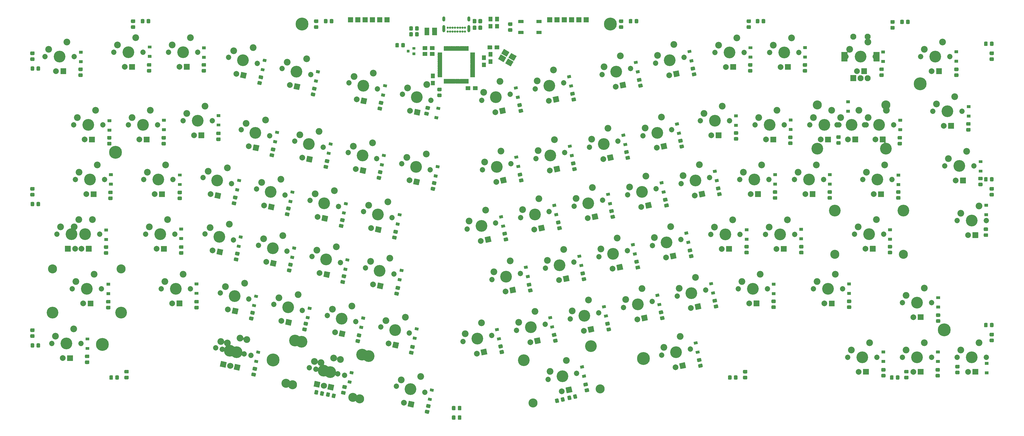
<source format=gbs>
G04 #@! TF.GenerationSoftware,KiCad,Pcbnew,(5.1.9-0-10_14)*
G04 #@! TF.CreationDate,2021-10-05T14:43:53-07:00*
G04 #@! TF.ProjectId,adelheid,6164656c-6865-4696-942e-6b696361645f,2.0*
G04 #@! TF.SameCoordinates,Original*
G04 #@! TF.FileFunction,Soldermask,Bot*
G04 #@! TF.FilePolarity,Negative*
%FSLAX46Y46*%
G04 Gerber Fmt 4.6, Leading zero omitted, Abs format (unit mm)*
G04 Created by KiCad (PCBNEW (5.1.9-0-10_14)) date 2021-10-05 14:43:53*
%MOMM*%
%LPD*%
G01*
G04 APERTURE LIST*
%ADD10C,4.089800*%
%ADD11C,3.150000*%
%ADD12C,1.852000*%
%ADD13C,2.007000*%
%ADD14C,2.352000*%
%ADD15C,2.102000*%
%ADD16C,0.752000*%
%ADD17O,1.002000X2.502000*%
%ADD18O,1.002000X1.802000*%
%ADD19C,4.502000*%
%ADD20C,0.100000*%
G04 APERTURE END LIST*
D10*
X145028937Y-143670541D03*
X121674685Y-138706442D03*
D11*
X141860363Y-158577511D03*
X118506111Y-153613411D03*
D12*
X136604490Y-150319291D03*
X126666510Y-148206909D03*
G36*
G01*
X130641949Y-155219185D02*
X131038020Y-153355814D01*
G75*
G02*
X131098509Y-153316531I49886J-10603D01*
G01*
X132961880Y-153712602D01*
G75*
G02*
X133001163Y-153773091I-10603J-49886D01*
G01*
X132605092Y-155636462D01*
G75*
G02*
X132544603Y-155675745I-49886J10603D01*
G01*
X130681232Y-155279674D01*
G75*
G02*
X130641949Y-155219185I10603J49886D01*
G01*
G37*
D13*
X129337061Y-153968042D03*
D14*
X128436853Y-145986462D03*
D10*
X131635500Y-149263100D03*
D14*
X135176186Y-144822206D03*
D10*
X142707377Y-143175241D03*
X119353125Y-138211142D03*
D11*
X139538803Y-158082211D03*
X116184551Y-153118111D03*
D12*
X134282930Y-149823991D03*
X124344950Y-147711609D03*
G36*
G01*
X125835894Y-154195789D02*
X126231965Y-152332418D01*
G75*
G02*
X126292454Y-152293135I49886J-10603D01*
G01*
X128155825Y-152689206D01*
G75*
G02*
X128195108Y-152749695I-10603J-49886D01*
G01*
X127799037Y-154613066D01*
G75*
G02*
X127738548Y-154652349I-49886J10603D01*
G01*
X125875177Y-154256278D01*
G75*
G02*
X125835894Y-154195789I10603J49886D01*
G01*
G37*
D13*
X129499996Y-154000838D03*
D14*
X126115293Y-145491162D03*
D10*
X129313940Y-148767800D03*
D14*
X132854626Y-144326906D03*
D12*
X101666790Y-142884711D03*
X91728810Y-140772329D03*
G36*
G01*
X93219754Y-147256509D02*
X93615825Y-145393138D01*
G75*
G02*
X93676314Y-145353855I49886J-10603D01*
G01*
X95539685Y-145749926D01*
G75*
G02*
X95578968Y-145810415I-10603J-49886D01*
G01*
X95182897Y-147673786D01*
G75*
G02*
X95122408Y-147713069I-49886J10603D01*
G01*
X93259037Y-147316998D01*
G75*
G02*
X93219754Y-147256509I10603J49886D01*
G01*
G37*
D13*
X96883856Y-147061558D03*
D14*
X93499153Y-138551882D03*
D10*
X96697800Y-141828520D03*
D14*
X100238486Y-137387626D03*
D15*
X318755400Y-32293800D03*
X313755400Y-32293800D03*
G36*
G01*
X322855400Y-40944800D02*
X320855400Y-40944800D01*
G75*
G02*
X320804400Y-40893800I0J51000D01*
G01*
X320804400Y-37693800D01*
G75*
G02*
X320855400Y-37642800I51000J0D01*
G01*
X322855400Y-37642800D01*
G75*
G02*
X322906400Y-37693800I0J-51000D01*
G01*
X322906400Y-40893800D01*
G75*
G02*
X322855400Y-40944800I-51000J0D01*
G01*
G37*
G36*
G01*
X311655400Y-40944800D02*
X309655400Y-40944800D01*
G75*
G02*
X309604400Y-40893800I0J51000D01*
G01*
X309604400Y-37693800D01*
G75*
G02*
X309655400Y-37642800I51000J0D01*
G01*
X311655400Y-37642800D01*
G75*
G02*
X311706400Y-37693800I0J-51000D01*
G01*
X311706400Y-40893800D01*
G75*
G02*
X311655400Y-40944800I-51000J0D01*
G01*
G37*
X318755400Y-46793800D03*
X316255400Y-46793800D03*
G36*
G01*
X314755400Y-47844800D02*
X312755400Y-47844800D01*
G75*
G02*
X312704400Y-47793800I0J51000D01*
G01*
X312704400Y-45793800D01*
G75*
G02*
X312755400Y-45742800I51000J0D01*
G01*
X314755400Y-45742800D01*
G75*
G02*
X314806400Y-45793800I0J-51000D01*
G01*
X314806400Y-47793800D01*
G75*
G02*
X314755400Y-47844800I-51000J0D01*
G01*
G37*
G36*
G01*
X183229000Y-29689752D02*
X183229000Y-28730248D01*
G75*
G02*
X183500248Y-28459000I271248J0D01*
G01*
X184259752Y-28459000D01*
G75*
G02*
X184531000Y-28730248I0J-271248D01*
G01*
X184531000Y-29689752D01*
G75*
G02*
X184259752Y-29961000I-271248J0D01*
G01*
X183500248Y-29961000D01*
G75*
G02*
X183229000Y-29689752I0J271248D01*
G01*
G37*
G36*
G01*
X181229000Y-29689752D02*
X181229000Y-28730248D01*
G75*
G02*
X181500248Y-28459000I271248J0D01*
G01*
X182259752Y-28459000D01*
G75*
G02*
X182531000Y-28730248I0J-271248D01*
G01*
X182531000Y-29689752D01*
G75*
G02*
X182259752Y-29961000I-271248J0D01*
G01*
X181500248Y-29961000D01*
G75*
G02*
X181229000Y-29689752I0J271248D01*
G01*
G37*
G36*
G01*
X183213000Y-27403752D02*
X183213000Y-26444248D01*
G75*
G02*
X183484248Y-26173000I271248J0D01*
G01*
X184243752Y-26173000D01*
G75*
G02*
X184515000Y-26444248I0J-271248D01*
G01*
X184515000Y-27403752D01*
G75*
G02*
X184243752Y-27675000I-271248J0D01*
G01*
X183484248Y-27675000D01*
G75*
G02*
X183213000Y-27403752I0J271248D01*
G01*
G37*
G36*
G01*
X181213000Y-27403752D02*
X181213000Y-26444248D01*
G75*
G02*
X181484248Y-26173000I271248J0D01*
G01*
X182243752Y-26173000D01*
G75*
G02*
X182515000Y-26444248I0J-271248D01*
G01*
X182515000Y-27403752D01*
G75*
G02*
X182243752Y-27675000I-271248J0D01*
G01*
X181484248Y-27675000D01*
G75*
G02*
X181213000Y-27403752I0J271248D01*
G01*
G37*
D16*
X174251700Y-30535000D03*
X172551700Y-30535000D03*
X173401700Y-30535000D03*
X175101700Y-30535000D03*
X175951700Y-30535000D03*
X176801700Y-30535000D03*
X177651700Y-30535000D03*
X178501700Y-30535000D03*
X172551700Y-29210000D03*
X173406700Y-29210000D03*
X174256700Y-29210000D03*
X175106700Y-29210000D03*
X175956700Y-29210000D03*
X176806700Y-29210000D03*
X177656700Y-29210000D03*
X178506700Y-29210000D03*
D17*
X171201700Y-29555000D03*
X179851700Y-29555000D03*
D18*
X171201700Y-26175000D03*
X179851700Y-26175000D03*
D12*
X187820220Y-136489258D03*
X177882240Y-138601640D03*
G36*
G01*
X184366133Y-143390715D02*
X183970062Y-141527344D01*
G75*
G02*
X184009345Y-141466855I49886J10603D01*
G01*
X185872716Y-141070784D01*
G75*
G02*
X185933205Y-141110067I10603J-49886D01*
G01*
X186329276Y-142973438D01*
G75*
G02*
X186289993Y-143033927I-49886J-10603D01*
G01*
X184426622Y-143429998D01*
G75*
G02*
X184366133Y-143390715I-10603J49886D01*
G01*
G37*
D13*
X182665174Y-142778487D03*
D14*
X178596392Y-135853098D03*
D10*
X182851230Y-137545449D03*
D14*
X184279534Y-132048363D03*
D12*
X303377600Y-82130900D03*
X293217600Y-82130900D03*
G36*
G01*
X298564100Y-88163400D02*
X298564100Y-86258400D01*
G75*
G02*
X298615100Y-86207400I51000J0D01*
G01*
X300520100Y-86207400D01*
G75*
G02*
X300571100Y-86258400I0J-51000D01*
G01*
X300571100Y-88163400D01*
G75*
G02*
X300520100Y-88214400I-51000J0D01*
G01*
X298615100Y-88214400D01*
G75*
G02*
X298564100Y-88163400I0J51000D01*
G01*
G37*
D13*
X297027600Y-87210900D03*
D14*
X294487600Y-79590900D03*
D10*
X298297600Y-82130900D03*
D14*
X300837600Y-77050900D03*
G36*
G01*
X191542093Y-140817008D02*
X190603557Y-141016501D01*
G75*
G02*
X190281840Y-140807576I-56396J265321D01*
G01*
X190123930Y-140064669D01*
G75*
G02*
X190332855Y-139742952I265321J56396D01*
G01*
X191271391Y-139543459D01*
G75*
G02*
X191593108Y-139752384I56396J-265321D01*
G01*
X191751018Y-140495291D01*
G75*
G02*
X191542093Y-140817008I-265321J-56396D01*
G01*
G37*
G36*
G01*
X191957917Y-142773304D02*
X191019381Y-142972797D01*
G75*
G02*
X190697664Y-142763872I-56396J265321D01*
G01*
X190539754Y-142020965D01*
G75*
G02*
X190748679Y-141699248I265321J56396D01*
G01*
X191687215Y-141499755D01*
G75*
G02*
X192008932Y-141708680I56396J-265321D01*
G01*
X192166842Y-142451587D01*
G75*
G02*
X191957917Y-142773304I-265321J-56396D01*
G01*
G37*
X315722000Y-58000900D03*
D10*
X313182000Y-63080900D03*
D14*
X309372000Y-60540900D03*
D13*
X311912000Y-68160900D03*
G36*
G01*
X313448500Y-69113400D02*
X313448500Y-67208400D01*
G75*
G02*
X313499500Y-67157400I51000J0D01*
G01*
X315404500Y-67157400D01*
G75*
G02*
X315455500Y-67208400I0J-51000D01*
G01*
X315455500Y-69113400D01*
G75*
G02*
X315404500Y-69164400I-51000J0D01*
G01*
X313499500Y-69164400D01*
G75*
G02*
X313448500Y-69113400I0J51000D01*
G01*
G37*
D12*
X308102000Y-63080900D03*
X318262000Y-63080900D03*
D11*
X301244000Y-56095900D03*
X325120000Y-56095900D03*
D10*
X301244000Y-71335900D03*
X325120000Y-71335900D03*
G36*
G01*
X190384383Y-134792049D02*
X189210606Y-135041543D01*
G75*
G02*
X189150117Y-135002260I-10603J49886D01*
G01*
X188962996Y-134121928D01*
G75*
G02*
X189002279Y-134061439I49886J10603D01*
G01*
X190176056Y-133811945D01*
G75*
G02*
X190236545Y-133851228I10603J-49886D01*
G01*
X190423666Y-134731560D01*
G75*
G02*
X190384383Y-134792049I-49886J-10603D01*
G01*
G37*
G36*
G01*
X191070491Y-138019937D02*
X189896714Y-138269431D01*
G75*
G02*
X189836225Y-138230148I-10603J49886D01*
G01*
X189649104Y-137349816D01*
G75*
G02*
X189688387Y-137289327I49886J10603D01*
G01*
X190862164Y-137039833D01*
G75*
G02*
X190922653Y-137079116I10603J-49886D01*
G01*
X191109774Y-137959448D01*
G75*
G02*
X191070491Y-138019937I-49886J-10603D01*
G01*
G37*
G36*
G01*
X63470828Y-27550000D02*
X62513172Y-27550000D01*
G75*
G02*
X62241000Y-27277828I0J272172D01*
G01*
X62241000Y-26570172D01*
G75*
G02*
X62513172Y-26298000I272172J0D01*
G01*
X63470828Y-26298000D01*
G75*
G02*
X63743000Y-26570172I0J-272172D01*
G01*
X63743000Y-27277828D01*
G75*
G02*
X63470828Y-27550000I-272172J0D01*
G01*
G37*
G36*
G01*
X63470828Y-29600000D02*
X62513172Y-29600000D01*
G75*
G02*
X62241000Y-29327828I0J272172D01*
G01*
X62241000Y-28620172D01*
G75*
G02*
X62513172Y-28348000I272172J0D01*
G01*
X63470828Y-28348000D01*
G75*
G02*
X63743000Y-28620172I0J-272172D01*
G01*
X63743000Y-29327828D01*
G75*
G02*
X63470828Y-29600000I-272172J0D01*
G01*
G37*
G36*
G01*
X127224828Y-27541000D02*
X126267172Y-27541000D01*
G75*
G02*
X125995000Y-27268828I0J272172D01*
G01*
X125995000Y-26561172D01*
G75*
G02*
X126267172Y-26289000I272172J0D01*
G01*
X127224828Y-26289000D01*
G75*
G02*
X127497000Y-26561172I0J-272172D01*
G01*
X127497000Y-27268828D01*
G75*
G02*
X127224828Y-27541000I-272172J0D01*
G01*
G37*
G36*
G01*
X127224828Y-29591000D02*
X126267172Y-29591000D01*
G75*
G02*
X125995000Y-29318828I0J272172D01*
G01*
X125995000Y-28611172D01*
G75*
G02*
X126267172Y-28339000I272172J0D01*
G01*
X127224828Y-28339000D01*
G75*
G02*
X127497000Y-28611172I0J-272172D01*
G01*
X127497000Y-29318828D01*
G75*
G02*
X127224828Y-29591000I-272172J0D01*
G01*
G37*
G36*
G01*
X327893828Y-27795000D02*
X326936172Y-27795000D01*
G75*
G02*
X326664000Y-27522828I0J272172D01*
G01*
X326664000Y-26815172D01*
G75*
G02*
X326936172Y-26543000I272172J0D01*
G01*
X327893828Y-26543000D01*
G75*
G02*
X328166000Y-26815172I0J-272172D01*
G01*
X328166000Y-27522828D01*
G75*
G02*
X327893828Y-27795000I-272172J0D01*
G01*
G37*
G36*
G01*
X327893828Y-29845000D02*
X326936172Y-29845000D01*
G75*
G02*
X326664000Y-29572828I0J272172D01*
G01*
X326664000Y-28865172D01*
G75*
G02*
X326936172Y-28593000I272172J0D01*
G01*
X327893828Y-28593000D01*
G75*
G02*
X328166000Y-28865172I0J-272172D01*
G01*
X328166000Y-29572828D01*
G75*
G02*
X327893828Y-29845000I-272172J0D01*
G01*
G37*
G36*
G01*
X277846828Y-27541000D02*
X276889172Y-27541000D01*
G75*
G02*
X276617000Y-27268828I0J272172D01*
G01*
X276617000Y-26561172D01*
G75*
G02*
X276889172Y-26289000I272172J0D01*
G01*
X277846828Y-26289000D01*
G75*
G02*
X278119000Y-26561172I0J-272172D01*
G01*
X278119000Y-27268828D01*
G75*
G02*
X277846828Y-27541000I-272172J0D01*
G01*
G37*
G36*
G01*
X277846828Y-29591000D02*
X276889172Y-29591000D01*
G75*
G02*
X276617000Y-29318828I0J272172D01*
G01*
X276617000Y-28611172D01*
G75*
G02*
X276889172Y-28339000I272172J0D01*
G01*
X277846828Y-28339000D01*
G75*
G02*
X278119000Y-28611172I0J-272172D01*
G01*
X278119000Y-29318828D01*
G75*
G02*
X277846828Y-29591000I-272172J0D01*
G01*
G37*
G36*
G01*
X233396828Y-27541000D02*
X232439172Y-27541000D01*
G75*
G02*
X232167000Y-27268828I0J272172D01*
G01*
X232167000Y-26561172D01*
G75*
G02*
X232439172Y-26289000I272172J0D01*
G01*
X233396828Y-26289000D01*
G75*
G02*
X233669000Y-26561172I0J-272172D01*
G01*
X233669000Y-27268828D01*
G75*
G02*
X233396828Y-27541000I-272172J0D01*
G01*
G37*
G36*
G01*
X233396828Y-29591000D02*
X232439172Y-29591000D01*
G75*
G02*
X232167000Y-29318828I0J272172D01*
G01*
X232167000Y-28611172D01*
G75*
G02*
X232439172Y-28339000I272172J0D01*
G01*
X233396828Y-28339000D01*
G75*
G02*
X233669000Y-28611172I0J-272172D01*
G01*
X233669000Y-29318828D01*
G75*
G02*
X233396828Y-29591000I-272172J0D01*
G01*
G37*
G36*
G01*
X361324000Y-35276828D02*
X361324000Y-34319172D01*
G75*
G02*
X361596172Y-34047000I272172J0D01*
G01*
X362303828Y-34047000D01*
G75*
G02*
X362576000Y-34319172I0J-272172D01*
G01*
X362576000Y-35276828D01*
G75*
G02*
X362303828Y-35549000I-272172J0D01*
G01*
X361596172Y-35549000D01*
G75*
G02*
X361324000Y-35276828I0J272172D01*
G01*
G37*
G36*
G01*
X359274000Y-35276828D02*
X359274000Y-34319172D01*
G75*
G02*
X359546172Y-34047000I272172J0D01*
G01*
X360253828Y-34047000D01*
G75*
G02*
X360526000Y-34319172I0J-272172D01*
G01*
X360526000Y-35276828D01*
G75*
G02*
X360253828Y-35549000I-272172J0D01*
G01*
X359546172Y-35549000D01*
G75*
G02*
X359274000Y-35276828I0J272172D01*
G01*
G37*
G36*
G01*
X361324000Y-82520828D02*
X361324000Y-81563172D01*
G75*
G02*
X361596172Y-81291000I272172J0D01*
G01*
X362303828Y-81291000D01*
G75*
G02*
X362576000Y-81563172I0J-272172D01*
G01*
X362576000Y-82520828D01*
G75*
G02*
X362303828Y-82793000I-272172J0D01*
G01*
X361596172Y-82793000D01*
G75*
G02*
X361324000Y-82520828I0J272172D01*
G01*
G37*
G36*
G01*
X359274000Y-82520828D02*
X359274000Y-81563172D01*
G75*
G02*
X359546172Y-81291000I272172J0D01*
G01*
X360253828Y-81291000D01*
G75*
G02*
X360526000Y-81563172I0J-272172D01*
G01*
X360526000Y-82520828D01*
G75*
G02*
X360253828Y-82793000I-272172J0D01*
G01*
X359546172Y-82793000D01*
G75*
G02*
X359274000Y-82520828I0J272172D01*
G01*
G37*
G36*
G01*
X361324000Y-133320828D02*
X361324000Y-132363172D01*
G75*
G02*
X361596172Y-132091000I272172J0D01*
G01*
X362303828Y-132091000D01*
G75*
G02*
X362576000Y-132363172I0J-272172D01*
G01*
X362576000Y-133320828D01*
G75*
G02*
X362303828Y-133593000I-272172J0D01*
G01*
X361596172Y-133593000D01*
G75*
G02*
X361324000Y-133320828I0J272172D01*
G01*
G37*
G36*
G01*
X359274000Y-133320828D02*
X359274000Y-132363172D01*
G75*
G02*
X359546172Y-132091000I272172J0D01*
G01*
X360253828Y-132091000D01*
G75*
G02*
X360526000Y-132363172I0J-272172D01*
G01*
X360526000Y-133320828D01*
G75*
G02*
X360253828Y-133593000I-272172J0D01*
G01*
X359546172Y-133593000D01*
G75*
G02*
X359274000Y-133320828I0J272172D01*
G01*
G37*
G36*
G01*
X331753172Y-150504000D02*
X332710828Y-150504000D01*
G75*
G02*
X332983000Y-150776172I0J-272172D01*
G01*
X332983000Y-151483828D01*
G75*
G02*
X332710828Y-151756000I-272172J0D01*
G01*
X331753172Y-151756000D01*
G75*
G02*
X331481000Y-151483828I0J272172D01*
G01*
X331481000Y-150776172D01*
G75*
G02*
X331753172Y-150504000I272172J0D01*
G01*
G37*
G36*
G01*
X331753172Y-148454000D02*
X332710828Y-148454000D01*
G75*
G02*
X332983000Y-148726172I0J-272172D01*
G01*
X332983000Y-149433828D01*
G75*
G02*
X332710828Y-149706000I-272172J0D01*
G01*
X331753172Y-149706000D01*
G75*
G02*
X331481000Y-149433828I0J272172D01*
G01*
X331481000Y-148726172D01*
G75*
G02*
X331753172Y-148454000I272172J0D01*
G01*
G37*
G36*
G01*
X275619172Y-150513000D02*
X276576828Y-150513000D01*
G75*
G02*
X276849000Y-150785172I0J-272172D01*
G01*
X276849000Y-151492828D01*
G75*
G02*
X276576828Y-151765000I-272172J0D01*
G01*
X275619172Y-151765000D01*
G75*
G02*
X275347000Y-151492828I0J272172D01*
G01*
X275347000Y-150785172D01*
G75*
G02*
X275619172Y-150513000I272172J0D01*
G01*
G37*
G36*
G01*
X275619172Y-148463000D02*
X276576828Y-148463000D01*
G75*
G02*
X276849000Y-148735172I0J-272172D01*
G01*
X276849000Y-149442828D01*
G75*
G02*
X276576828Y-149715000I-272172J0D01*
G01*
X275619172Y-149715000D01*
G75*
G02*
X275347000Y-149442828I0J272172D01*
G01*
X275347000Y-148735172D01*
G75*
G02*
X275619172Y-148463000I272172J0D01*
G01*
G37*
G36*
G01*
X215410165Y-157602592D02*
X215609273Y-158539320D01*
G75*
G02*
X215399637Y-158862132I-266224J-56588D01*
G01*
X214707445Y-159009262D01*
G75*
G02*
X214384633Y-158799626I-56588J266224D01*
G01*
X214185525Y-157862898D01*
G75*
G02*
X214395161Y-157540086I266224J56588D01*
G01*
X215087353Y-157392956D01*
G75*
G02*
X215410165Y-157602592I56588J-266224D01*
G01*
G37*
G36*
G01*
X217415367Y-157176374D02*
X217614475Y-158113102D01*
G75*
G02*
X217404839Y-158435914I-266224J-56588D01*
G01*
X216712647Y-158583044D01*
G75*
G02*
X216389835Y-158373408I-56588J266224D01*
G01*
X216190727Y-157436680D01*
G75*
G02*
X216400363Y-157113868I266224J56588D01*
G01*
X217092555Y-156966738D01*
G75*
G02*
X217415367Y-157176374I56588J-266224D01*
G01*
G37*
G36*
G01*
X176049000Y-162276828D02*
X176049000Y-161319172D01*
G75*
G02*
X176321172Y-161047000I272172J0D01*
G01*
X177028828Y-161047000D01*
G75*
G02*
X177301000Y-161319172I0J-272172D01*
G01*
X177301000Y-162276828D01*
G75*
G02*
X177028828Y-162549000I-272172J0D01*
G01*
X176321172Y-162549000D01*
G75*
G02*
X176049000Y-162276828I0J272172D01*
G01*
G37*
G36*
G01*
X173999000Y-162276828D02*
X173999000Y-161319172D01*
G75*
G02*
X174271172Y-161047000I272172J0D01*
G01*
X174978828Y-161047000D01*
G75*
G02*
X175251000Y-161319172I0J-272172D01*
G01*
X175251000Y-162276828D01*
G75*
G02*
X174978828Y-162549000I-272172J0D01*
G01*
X174271172Y-162549000D01*
G75*
G02*
X173999000Y-162276828I0J272172D01*
G01*
G37*
G36*
G01*
X131548672Y-156736883D02*
X131349564Y-157673611D01*
G75*
G02*
X131026752Y-157883247I-266224J56588D01*
G01*
X130334560Y-157736117D01*
G75*
G02*
X130124924Y-157413305I56588J266224D01*
G01*
X130324032Y-156476577D01*
G75*
G02*
X130646844Y-156266941I266224J-56588D01*
G01*
X131339036Y-156414071D01*
G75*
G02*
X131548672Y-156736883I-56588J-266224D01*
G01*
G37*
G36*
G01*
X133553874Y-157163101D02*
X133354766Y-158099829D01*
G75*
G02*
X133031954Y-158309465I-266224J56588D01*
G01*
X132339762Y-158162335D01*
G75*
G02*
X132130126Y-157839523I56588J266224D01*
G01*
X132329234Y-156902795D01*
G75*
G02*
X132652046Y-156693159I266224J-56588D01*
G01*
X133344238Y-156840289D01*
G75*
G02*
X133553874Y-157163101I-56588J-266224D01*
G01*
G37*
G36*
G01*
X60227172Y-150504000D02*
X61184828Y-150504000D01*
G75*
G02*
X61457000Y-150776172I0J-272172D01*
G01*
X61457000Y-151483828D01*
G75*
G02*
X61184828Y-151756000I-272172J0D01*
G01*
X60227172Y-151756000D01*
G75*
G02*
X59955000Y-151483828I0J272172D01*
G01*
X59955000Y-150776172D01*
G75*
G02*
X60227172Y-150504000I272172J0D01*
G01*
G37*
G36*
G01*
X60227172Y-148454000D02*
X61184828Y-148454000D01*
G75*
G02*
X61457000Y-148726172I0J-272172D01*
G01*
X61457000Y-149433828D01*
G75*
G02*
X61184828Y-149706000I-272172J0D01*
G01*
X60227172Y-149706000D01*
G75*
G02*
X59955000Y-149433828I0J272172D01*
G01*
X59955000Y-148726172D01*
G75*
G02*
X60227172Y-148454000I272172J0D01*
G01*
G37*
G36*
G01*
X28566000Y-139475172D02*
X28566000Y-140432828D01*
G75*
G02*
X28293828Y-140705000I-272172J0D01*
G01*
X27586172Y-140705000D01*
G75*
G02*
X27314000Y-140432828I0J272172D01*
G01*
X27314000Y-139475172D01*
G75*
G02*
X27586172Y-139203000I272172J0D01*
G01*
X28293828Y-139203000D01*
G75*
G02*
X28566000Y-139475172I0J-272172D01*
G01*
G37*
G36*
G01*
X30616000Y-139475172D02*
X30616000Y-140432828D01*
G75*
G02*
X30343828Y-140705000I-272172J0D01*
G01*
X29636172Y-140705000D01*
G75*
G02*
X29364000Y-140432828I0J272172D01*
G01*
X29364000Y-139475172D01*
G75*
G02*
X29636172Y-139203000I272172J0D01*
G01*
X30343828Y-139203000D01*
G75*
G02*
X30616000Y-139475172I0J-272172D01*
G01*
G37*
G36*
G01*
X28566000Y-90199172D02*
X28566000Y-91156828D01*
G75*
G02*
X28293828Y-91429000I-272172J0D01*
G01*
X27586172Y-91429000D01*
G75*
G02*
X27314000Y-91156828I0J272172D01*
G01*
X27314000Y-90199172D01*
G75*
G02*
X27586172Y-89927000I272172J0D01*
G01*
X28293828Y-89927000D01*
G75*
G02*
X28566000Y-90199172I0J-272172D01*
G01*
G37*
G36*
G01*
X30616000Y-90199172D02*
X30616000Y-91156828D01*
G75*
G02*
X30343828Y-91429000I-272172J0D01*
G01*
X29636172Y-91429000D01*
G75*
G02*
X29364000Y-91156828I0J272172D01*
G01*
X29364000Y-90199172D01*
G75*
G02*
X29636172Y-89927000I272172J0D01*
G01*
X30343828Y-89927000D01*
G75*
G02*
X30616000Y-90199172I0J-272172D01*
G01*
G37*
G36*
G01*
X28566000Y-42955172D02*
X28566000Y-43912828D01*
G75*
G02*
X28293828Y-44185000I-272172J0D01*
G01*
X27586172Y-44185000D01*
G75*
G02*
X27314000Y-43912828I0J272172D01*
G01*
X27314000Y-42955172D01*
G75*
G02*
X27586172Y-42683000I272172J0D01*
G01*
X28293828Y-42683000D01*
G75*
G02*
X28566000Y-42955172I0J-272172D01*
G01*
G37*
G36*
G01*
X30616000Y-42955172D02*
X30616000Y-43912828D01*
G75*
G02*
X30343828Y-44185000I-272172J0D01*
G01*
X29636172Y-44185000D01*
G75*
G02*
X29364000Y-43912828I0J272172D01*
G01*
X29364000Y-42955172D01*
G75*
G02*
X29636172Y-42683000I272172J0D01*
G01*
X30343828Y-42683000D01*
G75*
G02*
X30616000Y-42955172I0J-272172D01*
G01*
G37*
G36*
G01*
X67709000Y-27402828D02*
X67709000Y-26445172D01*
G75*
G02*
X67981172Y-26173000I272172J0D01*
G01*
X68688828Y-26173000D01*
G75*
G02*
X68961000Y-26445172I0J-272172D01*
G01*
X68961000Y-27402828D01*
G75*
G02*
X68688828Y-27675000I-272172J0D01*
G01*
X67981172Y-27675000D01*
G75*
G02*
X67709000Y-27402828I0J272172D01*
G01*
G37*
G36*
G01*
X65659000Y-27402828D02*
X65659000Y-26445172D01*
G75*
G02*
X65931172Y-26173000I272172J0D01*
G01*
X66638828Y-26173000D01*
G75*
G02*
X66911000Y-26445172I0J-272172D01*
G01*
X66911000Y-27402828D01*
G75*
G02*
X66638828Y-27675000I-272172J0D01*
G01*
X65931172Y-27675000D01*
G75*
G02*
X65659000Y-27402828I0J272172D01*
G01*
G37*
G36*
G01*
X131463000Y-27393828D02*
X131463000Y-26436172D01*
G75*
G02*
X131735172Y-26164000I272172J0D01*
G01*
X132442828Y-26164000D01*
G75*
G02*
X132715000Y-26436172I0J-272172D01*
G01*
X132715000Y-27393828D01*
G75*
G02*
X132442828Y-27666000I-272172J0D01*
G01*
X131735172Y-27666000D01*
G75*
G02*
X131463000Y-27393828I0J272172D01*
G01*
G37*
G36*
G01*
X129413000Y-27393828D02*
X129413000Y-26436172D01*
G75*
G02*
X129685172Y-26164000I272172J0D01*
G01*
X130392828Y-26164000D01*
G75*
G02*
X130665000Y-26436172I0J-272172D01*
G01*
X130665000Y-27393828D01*
G75*
G02*
X130392828Y-27666000I-272172J0D01*
G01*
X129685172Y-27666000D01*
G75*
G02*
X129413000Y-27393828I0J272172D01*
G01*
G37*
G36*
G01*
X332123000Y-27656828D02*
X332123000Y-26699172D01*
G75*
G02*
X332395172Y-26427000I272172J0D01*
G01*
X333102828Y-26427000D01*
G75*
G02*
X333375000Y-26699172I0J-272172D01*
G01*
X333375000Y-27656828D01*
G75*
G02*
X333102828Y-27929000I-272172J0D01*
G01*
X332395172Y-27929000D01*
G75*
G02*
X332123000Y-27656828I0J272172D01*
G01*
G37*
G36*
G01*
X330073000Y-27656828D02*
X330073000Y-26699172D01*
G75*
G02*
X330345172Y-26427000I272172J0D01*
G01*
X331052828Y-26427000D01*
G75*
G02*
X331325000Y-26699172I0J-272172D01*
G01*
X331325000Y-27656828D01*
G75*
G02*
X331052828Y-27929000I-272172J0D01*
G01*
X330345172Y-27929000D01*
G75*
G02*
X330073000Y-27656828I0J272172D01*
G01*
G37*
G36*
G01*
X281831000Y-27402828D02*
X281831000Y-26445172D01*
G75*
G02*
X282103172Y-26173000I272172J0D01*
G01*
X282810828Y-26173000D01*
G75*
G02*
X283083000Y-26445172I0J-272172D01*
G01*
X283083000Y-27402828D01*
G75*
G02*
X282810828Y-27675000I-272172J0D01*
G01*
X282103172Y-27675000D01*
G75*
G02*
X281831000Y-27402828I0J272172D01*
G01*
G37*
G36*
G01*
X279781000Y-27402828D02*
X279781000Y-26445172D01*
G75*
G02*
X280053172Y-26173000I272172J0D01*
G01*
X280760828Y-26173000D01*
G75*
G02*
X281033000Y-26445172I0J-272172D01*
G01*
X281033000Y-27402828D01*
G75*
G02*
X280760828Y-27675000I-272172J0D01*
G01*
X280053172Y-27675000D01*
G75*
G02*
X279781000Y-27402828I0J272172D01*
G01*
G37*
G36*
G01*
X237626000Y-27402828D02*
X237626000Y-26445172D01*
G75*
G02*
X237898172Y-26173000I272172J0D01*
G01*
X238605828Y-26173000D01*
G75*
G02*
X238878000Y-26445172I0J-272172D01*
G01*
X238878000Y-27402828D01*
G75*
G02*
X238605828Y-27675000I-272172J0D01*
G01*
X237898172Y-27675000D01*
G75*
G02*
X237626000Y-27402828I0J272172D01*
G01*
G37*
G36*
G01*
X235576000Y-27402828D02*
X235576000Y-26445172D01*
G75*
G02*
X235848172Y-26173000I272172J0D01*
G01*
X236555828Y-26173000D01*
G75*
G02*
X236828000Y-26445172I0J-272172D01*
G01*
X236828000Y-27402828D01*
G75*
G02*
X236555828Y-27675000I-272172J0D01*
G01*
X235848172Y-27675000D01*
G75*
G02*
X235576000Y-27402828I0J272172D01*
G01*
G37*
G36*
G01*
X361471172Y-39515000D02*
X362428828Y-39515000D01*
G75*
G02*
X362701000Y-39787172I0J-272172D01*
G01*
X362701000Y-40494828D01*
G75*
G02*
X362428828Y-40767000I-272172J0D01*
G01*
X361471172Y-40767000D01*
G75*
G02*
X361199000Y-40494828I0J272172D01*
G01*
X361199000Y-39787172D01*
G75*
G02*
X361471172Y-39515000I272172J0D01*
G01*
G37*
G36*
G01*
X361471172Y-37465000D02*
X362428828Y-37465000D01*
G75*
G02*
X362701000Y-37737172I0J-272172D01*
G01*
X362701000Y-38444828D01*
G75*
G02*
X362428828Y-38717000I-272172J0D01*
G01*
X361471172Y-38717000D01*
G75*
G02*
X361199000Y-38444828I0J272172D01*
G01*
X361199000Y-37737172D01*
G75*
G02*
X361471172Y-37465000I272172J0D01*
G01*
G37*
G36*
G01*
X361471172Y-86768000D02*
X362428828Y-86768000D01*
G75*
G02*
X362701000Y-87040172I0J-272172D01*
G01*
X362701000Y-87747828D01*
G75*
G02*
X362428828Y-88020000I-272172J0D01*
G01*
X361471172Y-88020000D01*
G75*
G02*
X361199000Y-87747828I0J272172D01*
G01*
X361199000Y-87040172D01*
G75*
G02*
X361471172Y-86768000I272172J0D01*
G01*
G37*
G36*
G01*
X361471172Y-84718000D02*
X362428828Y-84718000D01*
G75*
G02*
X362701000Y-84990172I0J-272172D01*
G01*
X362701000Y-85697828D01*
G75*
G02*
X362428828Y-85970000I-272172J0D01*
G01*
X361471172Y-85970000D01*
G75*
G02*
X361199000Y-85697828I0J272172D01*
G01*
X361199000Y-84990172D01*
G75*
G02*
X361471172Y-84718000I272172J0D01*
G01*
G37*
G36*
G01*
X361471172Y-137568000D02*
X362428828Y-137568000D01*
G75*
G02*
X362701000Y-137840172I0J-272172D01*
G01*
X362701000Y-138547828D01*
G75*
G02*
X362428828Y-138820000I-272172J0D01*
G01*
X361471172Y-138820000D01*
G75*
G02*
X361199000Y-138547828I0J272172D01*
G01*
X361199000Y-137840172D01*
G75*
G02*
X361471172Y-137568000I272172J0D01*
G01*
G37*
G36*
G01*
X361471172Y-135518000D02*
X362428828Y-135518000D01*
G75*
G02*
X362701000Y-135790172I0J-272172D01*
G01*
X362701000Y-136497828D01*
G75*
G02*
X362428828Y-136770000I-272172J0D01*
G01*
X361471172Y-136770000D01*
G75*
G02*
X361199000Y-136497828I0J272172D01*
G01*
X361199000Y-135790172D01*
G75*
G02*
X361471172Y-135518000I272172J0D01*
G01*
G37*
G36*
G01*
X327760000Y-150651172D02*
X327760000Y-151608828D01*
G75*
G02*
X327487828Y-151881000I-272172J0D01*
G01*
X326780172Y-151881000D01*
G75*
G02*
X326508000Y-151608828I0J272172D01*
G01*
X326508000Y-150651172D01*
G75*
G02*
X326780172Y-150379000I272172J0D01*
G01*
X327487828Y-150379000D01*
G75*
G02*
X327760000Y-150651172I0J-272172D01*
G01*
G37*
G36*
G01*
X329810000Y-150651172D02*
X329810000Y-151608828D01*
G75*
G02*
X329537828Y-151881000I-272172J0D01*
G01*
X328830172Y-151881000D01*
G75*
G02*
X328558000Y-151608828I0J272172D01*
G01*
X328558000Y-150651172D01*
G75*
G02*
X328830172Y-150379000I272172J0D01*
G01*
X329537828Y-150379000D01*
G75*
G02*
X329810000Y-150651172I0J-272172D01*
G01*
G37*
G36*
G01*
X271381000Y-150651172D02*
X271381000Y-151608828D01*
G75*
G02*
X271108828Y-151881000I-272172J0D01*
G01*
X270401172Y-151881000D01*
G75*
G02*
X270129000Y-151608828I0J272172D01*
G01*
X270129000Y-150651172D01*
G75*
G02*
X270401172Y-150379000I272172J0D01*
G01*
X271108828Y-150379000D01*
G75*
G02*
X271381000Y-150651172I0J-272172D01*
G01*
G37*
G36*
G01*
X273431000Y-150651172D02*
X273431000Y-151608828D01*
G75*
G02*
X273158828Y-151881000I-272172J0D01*
G01*
X272451172Y-151881000D01*
G75*
G02*
X272179000Y-151608828I0J272172D01*
G01*
X272179000Y-150651172D01*
G75*
G02*
X272451172Y-150379000I272172J0D01*
G01*
X273158828Y-150379000D01*
G75*
G02*
X273431000Y-150651172I0J-272172D01*
G01*
G37*
G36*
G01*
X211092165Y-158618592D02*
X211291273Y-159555320D01*
G75*
G02*
X211081637Y-159878132I-266224J-56588D01*
G01*
X210389445Y-160025262D01*
G75*
G02*
X210066633Y-159815626I-56588J266224D01*
G01*
X209867525Y-158878898D01*
G75*
G02*
X210077161Y-158556086I266224J56588D01*
G01*
X210769353Y-158408956D01*
G75*
G02*
X211092165Y-158618592I56588J-266224D01*
G01*
G37*
G36*
G01*
X213097367Y-158192374D02*
X213296475Y-159129102D01*
G75*
G02*
X213086839Y-159451914I-266224J-56588D01*
G01*
X212394647Y-159599044D01*
G75*
G02*
X212071835Y-159389408I-56588J266224D01*
G01*
X211872727Y-158452680D01*
G75*
G02*
X212082363Y-158129868I266224J56588D01*
G01*
X212774555Y-157982738D01*
G75*
G02*
X213097367Y-158192374I56588J-266224D01*
G01*
G37*
G36*
G01*
X175251000Y-164621172D02*
X175251000Y-165578828D01*
G75*
G02*
X174978828Y-165851000I-272172J0D01*
G01*
X174271172Y-165851000D01*
G75*
G02*
X173999000Y-165578828I0J272172D01*
G01*
X173999000Y-164621172D01*
G75*
G02*
X174271172Y-164349000I272172J0D01*
G01*
X174978828Y-164349000D01*
G75*
G02*
X175251000Y-164621172I0J-272172D01*
G01*
G37*
G36*
G01*
X177301000Y-164621172D02*
X177301000Y-165578828D01*
G75*
G02*
X177028828Y-165851000I-272172J0D01*
G01*
X176321172Y-165851000D01*
G75*
G02*
X176049000Y-165578828I0J272172D01*
G01*
X176049000Y-164621172D01*
G75*
G02*
X176321172Y-164349000I272172J0D01*
G01*
X177028828Y-164349000D01*
G75*
G02*
X177301000Y-164621172I0J-272172D01*
G01*
G37*
G36*
G01*
X127484672Y-155953571D02*
X127285564Y-156890299D01*
G75*
G02*
X126962752Y-157099935I-266224J56588D01*
G01*
X126270560Y-156952805D01*
G75*
G02*
X126060924Y-156629993I56588J266224D01*
G01*
X126260032Y-155693265D01*
G75*
G02*
X126582844Y-155483629I266224J-56588D01*
G01*
X127275036Y-155630759D01*
G75*
G02*
X127484672Y-155953571I-56588J-266224D01*
G01*
G37*
G36*
G01*
X129489874Y-156379789D02*
X129290766Y-157316517D01*
G75*
G02*
X128967954Y-157526153I-266224J56588D01*
G01*
X128275762Y-157379023D01*
G75*
G02*
X128066126Y-157056211I56588J266224D01*
G01*
X128265234Y-156119483D01*
G75*
G02*
X128588046Y-155909847I266224J-56588D01*
G01*
X129280238Y-156056977D01*
G75*
G02*
X129489874Y-156379789I-56588J-266224D01*
G01*
G37*
G36*
G01*
X55980000Y-150651172D02*
X55980000Y-151608828D01*
G75*
G02*
X55707828Y-151881000I-272172J0D01*
G01*
X55000172Y-151881000D01*
G75*
G02*
X54728000Y-151608828I0J272172D01*
G01*
X54728000Y-150651172D01*
G75*
G02*
X55000172Y-150379000I272172J0D01*
G01*
X55707828Y-150379000D01*
G75*
G02*
X55980000Y-150651172I0J-272172D01*
G01*
G37*
G36*
G01*
X58030000Y-150651172D02*
X58030000Y-151608828D01*
G75*
G02*
X57757828Y-151881000I-272172J0D01*
G01*
X57050172Y-151881000D01*
G75*
G02*
X56778000Y-151608828I0J272172D01*
G01*
X56778000Y-150651172D01*
G75*
G02*
X57050172Y-150379000I272172J0D01*
G01*
X57757828Y-150379000D01*
G75*
G02*
X58030000Y-150651172I0J-272172D01*
G01*
G37*
G36*
G01*
X28418828Y-135246000D02*
X27461172Y-135246000D01*
G75*
G02*
X27189000Y-134973828I0J272172D01*
G01*
X27189000Y-134266172D01*
G75*
G02*
X27461172Y-133994000I272172J0D01*
G01*
X28418828Y-133994000D01*
G75*
G02*
X28691000Y-134266172I0J-272172D01*
G01*
X28691000Y-134973828D01*
G75*
G02*
X28418828Y-135246000I-272172J0D01*
G01*
G37*
G36*
G01*
X28418828Y-137296000D02*
X27461172Y-137296000D01*
G75*
G02*
X27189000Y-137023828I0J272172D01*
G01*
X27189000Y-136316172D01*
G75*
G02*
X27461172Y-136044000I272172J0D01*
G01*
X28418828Y-136044000D01*
G75*
G02*
X28691000Y-136316172I0J-272172D01*
G01*
X28691000Y-137023828D01*
G75*
G02*
X28418828Y-137296000I-272172J0D01*
G01*
G37*
G36*
G01*
X28418828Y-85970000D02*
X27461172Y-85970000D01*
G75*
G02*
X27189000Y-85697828I0J272172D01*
G01*
X27189000Y-84990172D01*
G75*
G02*
X27461172Y-84718000I272172J0D01*
G01*
X28418828Y-84718000D01*
G75*
G02*
X28691000Y-84990172I0J-272172D01*
G01*
X28691000Y-85697828D01*
G75*
G02*
X28418828Y-85970000I-272172J0D01*
G01*
G37*
G36*
G01*
X28418828Y-88020000D02*
X27461172Y-88020000D01*
G75*
G02*
X27189000Y-87747828I0J272172D01*
G01*
X27189000Y-87040172D01*
G75*
G02*
X27461172Y-86768000I272172J0D01*
G01*
X28418828Y-86768000D01*
G75*
G02*
X28691000Y-87040172I0J-272172D01*
G01*
X28691000Y-87747828D01*
G75*
G02*
X28418828Y-88020000I-272172J0D01*
G01*
G37*
G36*
G01*
X28418828Y-38726000D02*
X27461172Y-38726000D01*
G75*
G02*
X27189000Y-38453828I0J272172D01*
G01*
X27189000Y-37746172D01*
G75*
G02*
X27461172Y-37474000I272172J0D01*
G01*
X28418828Y-37474000D01*
G75*
G02*
X28691000Y-37746172I0J-272172D01*
G01*
X28691000Y-38453828D01*
G75*
G02*
X28418828Y-38726000I-272172J0D01*
G01*
G37*
G36*
G01*
X28418828Y-40776000D02*
X27461172Y-40776000D01*
G75*
G02*
X27189000Y-40503828I0J272172D01*
G01*
X27189000Y-39796172D01*
G75*
G02*
X27461172Y-39524000I272172J0D01*
G01*
X28418828Y-39524000D01*
G75*
G02*
X28691000Y-39796172I0J-272172D01*
G01*
X28691000Y-40503828D01*
G75*
G02*
X28418828Y-40776000I-272172J0D01*
G01*
G37*
D12*
X194287890Y-52360009D03*
X184349910Y-54472391D03*
G36*
G01*
X190833803Y-59261466D02*
X190437732Y-57398095D01*
G75*
G02*
X190477015Y-57337606I49886J10603D01*
G01*
X192340386Y-56941535D01*
G75*
G02*
X192400875Y-56980818I10603J-49886D01*
G01*
X192796946Y-58844189D01*
G75*
G02*
X192757663Y-58904678I-49886J-10603D01*
G01*
X190894292Y-59300749D01*
G75*
G02*
X190833803Y-59261466I-10603J49886D01*
G01*
G37*
D13*
X189132844Y-58649238D03*
D14*
X185064062Y-51723849D03*
D10*
X189318900Y-53416200D03*
D14*
X190747204Y-47919114D03*
D10*
X331177900Y-92925900D03*
X307301900Y-92925900D03*
D11*
X331177900Y-108165900D03*
X307301900Y-108165900D03*
D12*
X324319900Y-101180900D03*
X314159900Y-101180900D03*
G36*
G01*
X319506400Y-107213400D02*
X319506400Y-105308400D01*
G75*
G02*
X319557400Y-105257400I51000J0D01*
G01*
X321462400Y-105257400D01*
G75*
G02*
X321513400Y-105308400I0J-51000D01*
G01*
X321513400Y-107213400D01*
G75*
G02*
X321462400Y-107264400I-51000J0D01*
G01*
X319557400Y-107264400D01*
G75*
G02*
X319506400Y-107213400I0J51000D01*
G01*
G37*
D13*
X317969900Y-106260900D03*
D14*
X315429900Y-98640900D03*
D10*
X319239900Y-101180900D03*
D14*
X321779900Y-96100900D03*
D12*
X46596300Y-101180900D03*
X36436300Y-101180900D03*
G36*
G01*
X39242800Y-107213400D02*
X39242800Y-105308400D01*
G75*
G02*
X39293800Y-105257400I51000J0D01*
G01*
X41198800Y-105257400D01*
G75*
G02*
X41249800Y-105308400I0J-51000D01*
G01*
X41249800Y-107213400D01*
G75*
G02*
X41198800Y-107264400I-51000J0D01*
G01*
X39293800Y-107264400D01*
G75*
G02*
X39242800Y-107213400I0J51000D01*
G01*
G37*
D13*
X42786300Y-106260900D03*
D14*
X37706300Y-98640900D03*
D10*
X41516300Y-101180900D03*
D14*
X44056300Y-96100900D03*
D12*
X53060600Y-82143600D03*
X42900600Y-82143600D03*
G36*
G01*
X48247100Y-88176100D02*
X48247100Y-86271100D01*
G75*
G02*
X48298100Y-86220100I51000J0D01*
G01*
X50203100Y-86220100D01*
G75*
G02*
X50254100Y-86271100I0J-51000D01*
G01*
X50254100Y-88176100D01*
G75*
G02*
X50203100Y-88227100I-51000J0D01*
G01*
X48298100Y-88227100D01*
G75*
G02*
X48247100Y-88176100I0J51000D01*
G01*
G37*
D13*
X46710600Y-87223600D03*
D14*
X44170600Y-79603600D03*
D10*
X47980600Y-82143600D03*
D14*
X50520600Y-77063600D03*
D12*
X257000490Y-141247309D03*
X247062510Y-143359691D03*
G36*
G01*
X253546403Y-148148766D02*
X253150332Y-146285395D01*
G75*
G02*
X253189615Y-146224906I49886J10603D01*
G01*
X255052986Y-145828835D01*
G75*
G02*
X255113475Y-145868118I10603J-49886D01*
G01*
X255509546Y-147731489D01*
G75*
G02*
X255470263Y-147791978I-49886J-10603D01*
G01*
X253606892Y-148188049D01*
G75*
G02*
X253546403Y-148148766I-10603J49886D01*
G01*
G37*
D13*
X251845444Y-147536538D03*
D14*
X247776662Y-140611149D03*
D10*
X252031500Y-142303500D03*
D14*
X253459804Y-136806414D03*
D12*
X44856400Y-139293600D03*
X34696400Y-139293600D03*
G36*
G01*
X40042900Y-145326100D02*
X40042900Y-143421100D01*
G75*
G02*
X40093900Y-143370100I51000J0D01*
G01*
X41998900Y-143370100D01*
G75*
G02*
X42049900Y-143421100I0J-51000D01*
G01*
X42049900Y-145326100D01*
G75*
G02*
X41998900Y-145377100I-51000J0D01*
G01*
X40093900Y-145377100D01*
G75*
G02*
X40042900Y-145326100I0J51000D01*
G01*
G37*
D13*
X38506400Y-144373600D03*
D14*
X35966400Y-136753600D03*
D10*
X39776400Y-139293600D03*
D14*
X42316400Y-134213600D03*
G36*
G01*
X350490828Y-147946000D02*
X349533172Y-147946000D01*
G75*
G02*
X349261000Y-147673828I0J272172D01*
G01*
X349261000Y-146966172D01*
G75*
G02*
X349533172Y-146694000I272172J0D01*
G01*
X350490828Y-146694000D01*
G75*
G02*
X350763000Y-146966172I0J-272172D01*
G01*
X350763000Y-147673828D01*
G75*
G02*
X350490828Y-147946000I-272172J0D01*
G01*
G37*
G36*
G01*
X350490828Y-149996000D02*
X349533172Y-149996000D01*
G75*
G02*
X349261000Y-149723828I0J272172D01*
G01*
X349261000Y-149016172D01*
G75*
G02*
X349533172Y-148744000I272172J0D01*
G01*
X350490828Y-148744000D01*
G75*
G02*
X350763000Y-149016172I0J-272172D01*
G01*
X350763000Y-149723828D01*
G75*
G02*
X350490828Y-149996000I-272172J0D01*
G01*
G37*
G36*
G01*
X360396828Y-100067000D02*
X359439172Y-100067000D01*
G75*
G02*
X359167000Y-99794828I0J272172D01*
G01*
X359167000Y-99087172D01*
G75*
G02*
X359439172Y-98815000I272172J0D01*
G01*
X360396828Y-98815000D01*
G75*
G02*
X360669000Y-99087172I0J-272172D01*
G01*
X360669000Y-99794828D01*
G75*
G02*
X360396828Y-100067000I-272172J0D01*
G01*
G37*
G36*
G01*
X360396828Y-102117000D02*
X359439172Y-102117000D01*
G75*
G02*
X359167000Y-101844828I0J272172D01*
G01*
X359167000Y-101137172D01*
G75*
G02*
X359439172Y-100865000I272172J0D01*
G01*
X360396828Y-100865000D01*
G75*
G02*
X360669000Y-101137172I0J-272172D01*
G01*
X360669000Y-101844828D01*
G75*
G02*
X360396828Y-102117000I-272172J0D01*
G01*
G37*
G36*
G01*
X358491828Y-82396000D02*
X357534172Y-82396000D01*
G75*
G02*
X357262000Y-82123828I0J272172D01*
G01*
X357262000Y-81416172D01*
G75*
G02*
X357534172Y-81144000I272172J0D01*
G01*
X358491828Y-81144000D01*
G75*
G02*
X358764000Y-81416172I0J-272172D01*
G01*
X358764000Y-82123828D01*
G75*
G02*
X358491828Y-82396000I-272172J0D01*
G01*
G37*
G36*
G01*
X358491828Y-84446000D02*
X357534172Y-84446000D01*
G75*
G02*
X357262000Y-84173828I0J272172D01*
G01*
X357262000Y-83466172D01*
G75*
G02*
X357534172Y-83194000I272172J0D01*
G01*
X358491828Y-83194000D01*
G75*
G02*
X358764000Y-83466172I0J-272172D01*
G01*
X358764000Y-84173828D01*
G75*
G02*
X358491828Y-84446000I-272172J0D01*
G01*
G37*
G36*
G01*
X354300828Y-63346000D02*
X353343172Y-63346000D01*
G75*
G02*
X353071000Y-63073828I0J272172D01*
G01*
X353071000Y-62366172D01*
G75*
G02*
X353343172Y-62094000I272172J0D01*
G01*
X354300828Y-62094000D01*
G75*
G02*
X354573000Y-62366172I0J-272172D01*
G01*
X354573000Y-63073828D01*
G75*
G02*
X354300828Y-63346000I-272172J0D01*
G01*
G37*
G36*
G01*
X354300828Y-65396000D02*
X353343172Y-65396000D01*
G75*
G02*
X353071000Y-65123828I0J272172D01*
G01*
X353071000Y-64416172D01*
G75*
G02*
X353343172Y-64144000I272172J0D01*
G01*
X354300828Y-64144000D01*
G75*
G02*
X354573000Y-64416172I0J-272172D01*
G01*
X354573000Y-65123828D01*
G75*
G02*
X354300828Y-65396000I-272172J0D01*
G01*
G37*
G36*
G01*
X330424828Y-68172000D02*
X329467172Y-68172000D01*
G75*
G02*
X329195000Y-67899828I0J272172D01*
G01*
X329195000Y-67192172D01*
G75*
G02*
X329467172Y-66920000I272172J0D01*
G01*
X330424828Y-66920000D01*
G75*
G02*
X330697000Y-67192172I0J-272172D01*
G01*
X330697000Y-67899828D01*
G75*
G02*
X330424828Y-68172000I-272172J0D01*
G01*
G37*
G36*
G01*
X330424828Y-70222000D02*
X329467172Y-70222000D01*
G75*
G02*
X329195000Y-69949828I0J272172D01*
G01*
X329195000Y-69242172D01*
G75*
G02*
X329467172Y-68970000I272172J0D01*
G01*
X330424828Y-68970000D01*
G75*
G02*
X330697000Y-69242172I0J-272172D01*
G01*
X330697000Y-69949828D01*
G75*
G02*
X330424828Y-70222000I-272172J0D01*
G01*
G37*
G36*
G01*
X350109828Y-44314000D02*
X349152172Y-44314000D01*
G75*
G02*
X348880000Y-44041828I0J272172D01*
G01*
X348880000Y-43334172D01*
G75*
G02*
X349152172Y-43062000I272172J0D01*
G01*
X350109828Y-43062000D01*
G75*
G02*
X350382000Y-43334172I0J-272172D01*
G01*
X350382000Y-44041828D01*
G75*
G02*
X350109828Y-44314000I-272172J0D01*
G01*
G37*
G36*
G01*
X350109828Y-46364000D02*
X349152172Y-46364000D01*
G75*
G02*
X348880000Y-46091828I0J272172D01*
G01*
X348880000Y-45384172D01*
G75*
G02*
X349152172Y-45112000I272172J0D01*
G01*
X350109828Y-45112000D01*
G75*
G02*
X350382000Y-45384172I0J-272172D01*
G01*
X350382000Y-46091828D01*
G75*
G02*
X350109828Y-46364000I-272172J0D01*
G01*
G37*
G36*
G01*
X343632828Y-149071000D02*
X342675172Y-149071000D01*
G75*
G02*
X342403000Y-148798828I0J272172D01*
G01*
X342403000Y-148091172D01*
G75*
G02*
X342675172Y-147819000I272172J0D01*
G01*
X343632828Y-147819000D01*
G75*
G02*
X343905000Y-148091172I0J-272172D01*
G01*
X343905000Y-148798828D01*
G75*
G02*
X343632828Y-149071000I-272172J0D01*
G01*
G37*
G36*
G01*
X343632828Y-151121000D02*
X342675172Y-151121000D01*
G75*
G02*
X342403000Y-150848828I0J272172D01*
G01*
X342403000Y-150141172D01*
G75*
G02*
X342675172Y-149869000I272172J0D01*
G01*
X343632828Y-149869000D01*
G75*
G02*
X343905000Y-150141172I0J-272172D01*
G01*
X343905000Y-150848828D01*
G75*
G02*
X343632828Y-151121000I-272172J0D01*
G01*
G37*
G36*
G01*
X343759828Y-130021000D02*
X342802172Y-130021000D01*
G75*
G02*
X342530000Y-129748828I0J272172D01*
G01*
X342530000Y-129041172D01*
G75*
G02*
X342802172Y-128769000I272172J0D01*
G01*
X343759828Y-128769000D01*
G75*
G02*
X344032000Y-129041172I0J-272172D01*
G01*
X344032000Y-129748828D01*
G75*
G02*
X343759828Y-130021000I-272172J0D01*
G01*
G37*
G36*
G01*
X343759828Y-132071000D02*
X342802172Y-132071000D01*
G75*
G02*
X342530000Y-131798828I0J272172D01*
G01*
X342530000Y-131091172D01*
G75*
G02*
X342802172Y-130819000I272172J0D01*
G01*
X343759828Y-130819000D01*
G75*
G02*
X344032000Y-131091172I0J-272172D01*
G01*
X344032000Y-131798828D01*
G75*
G02*
X343759828Y-132071000I-272172J0D01*
G01*
G37*
G36*
G01*
X329916828Y-87095000D02*
X328959172Y-87095000D01*
G75*
G02*
X328687000Y-86822828I0J272172D01*
G01*
X328687000Y-86115172D01*
G75*
G02*
X328959172Y-85843000I272172J0D01*
G01*
X329916828Y-85843000D01*
G75*
G02*
X330189000Y-86115172I0J-272172D01*
G01*
X330189000Y-86822828D01*
G75*
G02*
X329916828Y-87095000I-272172J0D01*
G01*
G37*
G36*
G01*
X329916828Y-89145000D02*
X328959172Y-89145000D01*
G75*
G02*
X328687000Y-88872828I0J272172D01*
G01*
X328687000Y-88165172D01*
G75*
G02*
X328959172Y-87893000I272172J0D01*
G01*
X329916828Y-87893000D01*
G75*
G02*
X330189000Y-88165172I0J-272172D01*
G01*
X330189000Y-88872828D01*
G75*
G02*
X329916828Y-89145000I-272172J0D01*
G01*
G37*
G36*
G01*
X309088828Y-67936000D02*
X308131172Y-67936000D01*
G75*
G02*
X307859000Y-67663828I0J272172D01*
G01*
X307859000Y-66956172D01*
G75*
G02*
X308131172Y-66684000I272172J0D01*
G01*
X309088828Y-66684000D01*
G75*
G02*
X309361000Y-66956172I0J-272172D01*
G01*
X309361000Y-67663828D01*
G75*
G02*
X309088828Y-67936000I-272172J0D01*
G01*
G37*
G36*
G01*
X309088828Y-69986000D02*
X308131172Y-69986000D01*
G75*
G02*
X307859000Y-69713828I0J272172D01*
G01*
X307859000Y-69006172D01*
G75*
G02*
X308131172Y-68734000I272172J0D01*
G01*
X309088828Y-68734000D01*
G75*
G02*
X309361000Y-69006172I0J-272172D01*
G01*
X309361000Y-69713828D01*
G75*
G02*
X309088828Y-69986000I-272172J0D01*
G01*
G37*
G36*
G01*
X324074828Y-44296000D02*
X323117172Y-44296000D01*
G75*
G02*
X322845000Y-44023828I0J272172D01*
G01*
X322845000Y-43316172D01*
G75*
G02*
X323117172Y-43044000I272172J0D01*
G01*
X324074828Y-43044000D01*
G75*
G02*
X324347000Y-43316172I0J-272172D01*
G01*
X324347000Y-44023828D01*
G75*
G02*
X324074828Y-44296000I-272172J0D01*
G01*
G37*
G36*
G01*
X324074828Y-46346000D02*
X323117172Y-46346000D01*
G75*
G02*
X322845000Y-46073828I0J272172D01*
G01*
X322845000Y-45366172D01*
G75*
G02*
X323117172Y-45094000I272172J0D01*
G01*
X324074828Y-45094000D01*
G75*
G02*
X324347000Y-45366172I0J-272172D01*
G01*
X324347000Y-46073828D01*
G75*
G02*
X324074828Y-46346000I-272172J0D01*
G01*
G37*
G36*
G01*
X324709828Y-149071000D02*
X323752172Y-149071000D01*
G75*
G02*
X323480000Y-148798828I0J272172D01*
G01*
X323480000Y-148091172D01*
G75*
G02*
X323752172Y-147819000I272172J0D01*
G01*
X324709828Y-147819000D01*
G75*
G02*
X324982000Y-148091172I0J-272172D01*
G01*
X324982000Y-148798828D01*
G75*
G02*
X324709828Y-149071000I-272172J0D01*
G01*
G37*
G36*
G01*
X324709828Y-151121000D02*
X323752172Y-151121000D01*
G75*
G02*
X323480000Y-150848828I0J272172D01*
G01*
X323480000Y-150141172D01*
G75*
G02*
X323752172Y-149869000I272172J0D01*
G01*
X324709828Y-149869000D01*
G75*
G02*
X324982000Y-150141172I0J-272172D01*
G01*
X324982000Y-150848828D01*
G75*
G02*
X324709828Y-151121000I-272172J0D01*
G01*
G37*
G36*
G01*
X326995828Y-106145000D02*
X326038172Y-106145000D01*
G75*
G02*
X325766000Y-105872828I0J272172D01*
G01*
X325766000Y-105165172D01*
G75*
G02*
X326038172Y-104893000I272172J0D01*
G01*
X326995828Y-104893000D01*
G75*
G02*
X327268000Y-105165172I0J-272172D01*
G01*
X327268000Y-105872828D01*
G75*
G02*
X326995828Y-106145000I-272172J0D01*
G01*
G37*
G36*
G01*
X326995828Y-108195000D02*
X326038172Y-108195000D01*
G75*
G02*
X325766000Y-107922828I0J272172D01*
G01*
X325766000Y-107215172D01*
G75*
G02*
X326038172Y-106943000I272172J0D01*
G01*
X326995828Y-106943000D01*
G75*
G02*
X327268000Y-107215172I0J-272172D01*
G01*
X327268000Y-107922828D01*
G75*
G02*
X326995828Y-108195000I-272172J0D01*
G01*
G37*
G36*
G01*
X306040828Y-87095000D02*
X305083172Y-87095000D01*
G75*
G02*
X304811000Y-86822828I0J272172D01*
G01*
X304811000Y-86115172D01*
G75*
G02*
X305083172Y-85843000I272172J0D01*
G01*
X306040828Y-85843000D01*
G75*
G02*
X306313000Y-86115172I0J-272172D01*
G01*
X306313000Y-86822828D01*
G75*
G02*
X306040828Y-87095000I-272172J0D01*
G01*
G37*
G36*
G01*
X306040828Y-89145000D02*
X305083172Y-89145000D01*
G75*
G02*
X304811000Y-88872828I0J272172D01*
G01*
X304811000Y-88165172D01*
G75*
G02*
X305083172Y-87893000I272172J0D01*
G01*
X306040828Y-87893000D01*
G75*
G02*
X306313000Y-88165172I0J-272172D01*
G01*
X306313000Y-88872828D01*
G75*
G02*
X306040828Y-89145000I-272172J0D01*
G01*
G37*
G36*
G01*
X292324828Y-68045000D02*
X291367172Y-68045000D01*
G75*
G02*
X291095000Y-67772828I0J272172D01*
G01*
X291095000Y-67065172D01*
G75*
G02*
X291367172Y-66793000I272172J0D01*
G01*
X292324828Y-66793000D01*
G75*
G02*
X292597000Y-67065172I0J-272172D01*
G01*
X292597000Y-67772828D01*
G75*
G02*
X292324828Y-68045000I-272172J0D01*
G01*
G37*
G36*
G01*
X292324828Y-70095000D02*
X291367172Y-70095000D01*
G75*
G02*
X291095000Y-69822828I0J272172D01*
G01*
X291095000Y-69115172D01*
G75*
G02*
X291367172Y-68843000I272172J0D01*
G01*
X292324828Y-68843000D01*
G75*
G02*
X292597000Y-69115172I0J-272172D01*
G01*
X292597000Y-69822828D01*
G75*
G02*
X292324828Y-70095000I-272172J0D01*
G01*
G37*
G36*
G01*
X297404828Y-42790000D02*
X296447172Y-42790000D01*
G75*
G02*
X296175000Y-42517828I0J272172D01*
G01*
X296175000Y-41810172D01*
G75*
G02*
X296447172Y-41538000I272172J0D01*
G01*
X297404828Y-41538000D01*
G75*
G02*
X297677000Y-41810172I0J-272172D01*
G01*
X297677000Y-42517828D01*
G75*
G02*
X297404828Y-42790000I-272172J0D01*
G01*
G37*
G36*
G01*
X297404828Y-44840000D02*
X296447172Y-44840000D01*
G75*
G02*
X296175000Y-44567828I0J272172D01*
G01*
X296175000Y-43860172D01*
G75*
G02*
X296447172Y-43588000I272172J0D01*
G01*
X297404828Y-43588000D01*
G75*
G02*
X297677000Y-43860172I0J-272172D01*
G01*
X297677000Y-44567828D01*
G75*
G02*
X297404828Y-44840000I-272172J0D01*
G01*
G37*
G36*
G01*
X312771828Y-125195000D02*
X311814172Y-125195000D01*
G75*
G02*
X311542000Y-124922828I0J272172D01*
G01*
X311542000Y-124215172D01*
G75*
G02*
X311814172Y-123943000I272172J0D01*
G01*
X312771828Y-123943000D01*
G75*
G02*
X313044000Y-124215172I0J-272172D01*
G01*
X313044000Y-124922828D01*
G75*
G02*
X312771828Y-125195000I-272172J0D01*
G01*
G37*
G36*
G01*
X312771828Y-127245000D02*
X311814172Y-127245000D01*
G75*
G02*
X311542000Y-126972828I0J272172D01*
G01*
X311542000Y-126265172D01*
G75*
G02*
X311814172Y-125993000I272172J0D01*
G01*
X312771828Y-125993000D01*
G75*
G02*
X313044000Y-126265172I0J-272172D01*
G01*
X313044000Y-126972828D01*
G75*
G02*
X312771828Y-127245000I-272172J0D01*
G01*
G37*
G36*
G01*
X296134828Y-106154000D02*
X295177172Y-106154000D01*
G75*
G02*
X294905000Y-105881828I0J272172D01*
G01*
X294905000Y-105174172D01*
G75*
G02*
X295177172Y-104902000I272172J0D01*
G01*
X296134828Y-104902000D01*
G75*
G02*
X296407000Y-105174172I0J-272172D01*
G01*
X296407000Y-105881828D01*
G75*
G02*
X296134828Y-106154000I-272172J0D01*
G01*
G37*
G36*
G01*
X296134828Y-108204000D02*
X295177172Y-108204000D01*
G75*
G02*
X294905000Y-107931828I0J272172D01*
G01*
X294905000Y-107224172D01*
G75*
G02*
X295177172Y-106952000I272172J0D01*
G01*
X296134828Y-106952000D01*
G75*
G02*
X296407000Y-107224172I0J-272172D01*
G01*
X296407000Y-107931828D01*
G75*
G02*
X296134828Y-108204000I-272172J0D01*
G01*
G37*
G36*
G01*
X286990828Y-87113000D02*
X286033172Y-87113000D01*
G75*
G02*
X285761000Y-86840828I0J272172D01*
G01*
X285761000Y-86133172D01*
G75*
G02*
X286033172Y-85861000I272172J0D01*
G01*
X286990828Y-85861000D01*
G75*
G02*
X287263000Y-86133172I0J-272172D01*
G01*
X287263000Y-86840828D01*
G75*
G02*
X286990828Y-87113000I-272172J0D01*
G01*
G37*
G36*
G01*
X286990828Y-89163000D02*
X286033172Y-89163000D01*
G75*
G02*
X285761000Y-88890828I0J272172D01*
G01*
X285761000Y-88183172D01*
G75*
G02*
X286033172Y-87911000I272172J0D01*
G01*
X286990828Y-87911000D01*
G75*
G02*
X287263000Y-88183172I0J-272172D01*
G01*
X287263000Y-88890828D01*
G75*
G02*
X286990828Y-89163000I-272172J0D01*
G01*
G37*
G36*
G01*
X273401828Y-66521000D02*
X272444172Y-66521000D01*
G75*
G02*
X272172000Y-66248828I0J272172D01*
G01*
X272172000Y-65541172D01*
G75*
G02*
X272444172Y-65269000I272172J0D01*
G01*
X273401828Y-65269000D01*
G75*
G02*
X273674000Y-65541172I0J-272172D01*
G01*
X273674000Y-66248828D01*
G75*
G02*
X273401828Y-66521000I-272172J0D01*
G01*
G37*
G36*
G01*
X273401828Y-68571000D02*
X272444172Y-68571000D01*
G75*
G02*
X272172000Y-68298828I0J272172D01*
G01*
X272172000Y-67591172D01*
G75*
G02*
X272444172Y-67319000I272172J0D01*
G01*
X273401828Y-67319000D01*
G75*
G02*
X273674000Y-67591172I0J-272172D01*
G01*
X273674000Y-68298828D01*
G75*
G02*
X273401828Y-68571000I-272172J0D01*
G01*
G37*
G36*
G01*
X278354828Y-42781000D02*
X277397172Y-42781000D01*
G75*
G02*
X277125000Y-42508828I0J272172D01*
G01*
X277125000Y-41801172D01*
G75*
G02*
X277397172Y-41529000I272172J0D01*
G01*
X278354828Y-41529000D01*
G75*
G02*
X278627000Y-41801172I0J-272172D01*
G01*
X278627000Y-42508828D01*
G75*
G02*
X278354828Y-42781000I-272172J0D01*
G01*
G37*
G36*
G01*
X278354828Y-44831000D02*
X277397172Y-44831000D01*
G75*
G02*
X277125000Y-44558828I0J272172D01*
G01*
X277125000Y-43851172D01*
G75*
G02*
X277397172Y-43579000I272172J0D01*
G01*
X278354828Y-43579000D01*
G75*
G02*
X278627000Y-43851172I0J-272172D01*
G01*
X278627000Y-44558828D01*
G75*
G02*
X278354828Y-44831000I-272172J0D01*
G01*
G37*
G36*
G01*
X286482828Y-125195000D02*
X285525172Y-125195000D01*
G75*
G02*
X285253000Y-124922828I0J272172D01*
G01*
X285253000Y-124215172D01*
G75*
G02*
X285525172Y-123943000I272172J0D01*
G01*
X286482828Y-123943000D01*
G75*
G02*
X286755000Y-124215172I0J-272172D01*
G01*
X286755000Y-124922828D01*
G75*
G02*
X286482828Y-125195000I-272172J0D01*
G01*
G37*
G36*
G01*
X286482828Y-127245000D02*
X285525172Y-127245000D01*
G75*
G02*
X285253000Y-126972828I0J272172D01*
G01*
X285253000Y-126265172D01*
G75*
G02*
X285525172Y-125993000I272172J0D01*
G01*
X286482828Y-125993000D01*
G75*
G02*
X286755000Y-126265172I0J-272172D01*
G01*
X286755000Y-126972828D01*
G75*
G02*
X286482828Y-127245000I-272172J0D01*
G01*
G37*
G36*
G01*
X277084828Y-106145000D02*
X276127172Y-106145000D01*
G75*
G02*
X275855000Y-105872828I0J272172D01*
G01*
X275855000Y-105165172D01*
G75*
G02*
X276127172Y-104893000I272172J0D01*
G01*
X277084828Y-104893000D01*
G75*
G02*
X277357000Y-105165172I0J-272172D01*
G01*
X277357000Y-105872828D01*
G75*
G02*
X277084828Y-106145000I-272172J0D01*
G01*
G37*
G36*
G01*
X277084828Y-108195000D02*
X276127172Y-108195000D01*
G75*
G02*
X275855000Y-107922828I0J272172D01*
G01*
X275855000Y-107215172D01*
G75*
G02*
X276127172Y-106943000I272172J0D01*
G01*
X277084828Y-106943000D01*
G75*
G02*
X277357000Y-107215172I0J-272172D01*
G01*
X277357000Y-107922828D01*
G75*
G02*
X277084828Y-108195000I-272172J0D01*
G01*
G37*
G36*
G01*
X267298517Y-85729766D02*
X266361789Y-85928874D01*
G75*
G02*
X266038977Y-85719238I-56588J266224D01*
G01*
X265891847Y-85027046D01*
G75*
G02*
X266101483Y-84704234I266224J56588D01*
G01*
X267038211Y-84505126D01*
G75*
G02*
X267361023Y-84714762I56588J-266224D01*
G01*
X267508153Y-85406954D01*
G75*
G02*
X267298517Y-85729766I-266224J-56588D01*
G01*
G37*
G36*
G01*
X267724735Y-87734968D02*
X266788007Y-87934076D01*
G75*
G02*
X266465195Y-87724440I-56588J266224D01*
G01*
X266318065Y-87032248D01*
G75*
G02*
X266527701Y-86709436I266224J56588D01*
G01*
X267464429Y-86510328D01*
G75*
G02*
X267787241Y-86719964I56588J-266224D01*
G01*
X267934371Y-87412156D01*
G75*
G02*
X267724735Y-87734968I-266224J-56588D01*
G01*
G37*
G36*
G01*
X254172299Y-69119564D02*
X253235571Y-69318672D01*
G75*
G02*
X252912759Y-69109036I-56588J266224D01*
G01*
X252765629Y-68416844D01*
G75*
G02*
X252975265Y-68094032I266224J56588D01*
G01*
X253911993Y-67894924D01*
G75*
G02*
X254234805Y-68104560I56588J-266224D01*
G01*
X254381935Y-68796752D01*
G75*
G02*
X254172299Y-69119564I-266224J-56588D01*
G01*
G37*
G36*
G01*
X254598517Y-71124766D02*
X253661789Y-71323874D01*
G75*
G02*
X253338977Y-71114238I-56588J266224D01*
G01*
X253191847Y-70422046D01*
G75*
G02*
X253401483Y-70099234I266224J56588D01*
G01*
X254338211Y-69900126D01*
G75*
G02*
X254661023Y-70109762I56588J-266224D01*
G01*
X254808153Y-70801954D01*
G75*
G02*
X254598517Y-71124766I-266224J-56588D01*
G01*
G37*
G36*
G01*
X258490299Y-43960165D02*
X257553571Y-44159273D01*
G75*
G02*
X257230759Y-43949637I-56588J266224D01*
G01*
X257083629Y-43257445D01*
G75*
G02*
X257293265Y-42934633I266224J56588D01*
G01*
X258229993Y-42735525D01*
G75*
G02*
X258552805Y-42945161I56588J-266224D01*
G01*
X258699935Y-43637353D01*
G75*
G02*
X258490299Y-43960165I-266224J-56588D01*
G01*
G37*
G36*
G01*
X258916517Y-45965367D02*
X257979789Y-46164475D01*
G75*
G02*
X257656977Y-45954839I-56588J266224D01*
G01*
X257509847Y-45262647D01*
G75*
G02*
X257719483Y-44939835I266224J56588D01*
G01*
X258656211Y-44740727D01*
G75*
G02*
X258979023Y-44950363I56588J-266224D01*
G01*
X259126153Y-45642555D01*
G75*
G02*
X258916517Y-45965367I-266224J-56588D01*
G01*
G37*
G36*
G01*
X260694517Y-145546766D02*
X259757789Y-145745874D01*
G75*
G02*
X259434977Y-145536238I-56588J266224D01*
G01*
X259287847Y-144844046D01*
G75*
G02*
X259497483Y-144521234I266224J56588D01*
G01*
X260434211Y-144322126D01*
G75*
G02*
X260757023Y-144531762I56588J-266224D01*
G01*
X260904153Y-145223954D01*
G75*
G02*
X260694517Y-145546766I-266224J-56588D01*
G01*
G37*
G36*
G01*
X261120735Y-147551968D02*
X260184007Y-147751076D01*
G75*
G02*
X259861195Y-147541440I-56588J266224D01*
G01*
X259714065Y-146849248D01*
G75*
G02*
X259923701Y-146526436I266224J56588D01*
G01*
X260860429Y-146327328D01*
G75*
G02*
X261183241Y-146536964I56588J-266224D01*
G01*
X261330371Y-147229156D01*
G75*
G02*
X261120735Y-147551968I-266224J-56588D01*
G01*
G37*
G36*
G01*
X266110299Y-124872564D02*
X265173571Y-125071672D01*
G75*
G02*
X264850759Y-124862036I-56588J266224D01*
G01*
X264703629Y-124169844D01*
G75*
G02*
X264913265Y-123847032I266224J56588D01*
G01*
X265849993Y-123647924D01*
G75*
G02*
X266172805Y-123857560I56588J-266224D01*
G01*
X266319935Y-124549752D01*
G75*
G02*
X266110299Y-124872564I-266224J-56588D01*
G01*
G37*
G36*
G01*
X266536517Y-126877766D02*
X265599789Y-127076874D01*
G75*
G02*
X265276977Y-126867238I-56588J266224D01*
G01*
X265129847Y-126175046D01*
G75*
G02*
X265339483Y-125852234I266224J56588D01*
G01*
X266276211Y-125653126D01*
G75*
G02*
X266599023Y-125862762I56588J-266224D01*
G01*
X266746153Y-126554954D01*
G75*
G02*
X266536517Y-126877766I-266224J-56588D01*
G01*
G37*
G36*
G01*
X257474299Y-107346564D02*
X256537571Y-107545672D01*
G75*
G02*
X256214759Y-107336036I-56588J266224D01*
G01*
X256067629Y-106643844D01*
G75*
G02*
X256277265Y-106321032I266224J56588D01*
G01*
X257213993Y-106121924D01*
G75*
G02*
X257536805Y-106331560I56588J-266224D01*
G01*
X257683935Y-107023752D01*
G75*
G02*
X257474299Y-107346564I-266224J-56588D01*
G01*
G37*
G36*
G01*
X257900517Y-109351766D02*
X256963789Y-109550874D01*
G75*
G02*
X256640977Y-109341238I-56588J266224D01*
G01*
X256493847Y-108649046D01*
G75*
G02*
X256703483Y-108326234I266224J56588D01*
G01*
X257640211Y-108127126D01*
G75*
G02*
X257963023Y-108336762I56588J-266224D01*
G01*
X258110153Y-109028954D01*
G75*
G02*
X257900517Y-109351766I-266224J-56588D01*
G01*
G37*
G36*
G01*
X248883517Y-89666766D02*
X247946789Y-89865874D01*
G75*
G02*
X247623977Y-89656238I-56588J266224D01*
G01*
X247476847Y-88964046D01*
G75*
G02*
X247686483Y-88641234I266224J56588D01*
G01*
X248623211Y-88442126D01*
G75*
G02*
X248946023Y-88651762I56588J-266224D01*
G01*
X249093153Y-89343954D01*
G75*
G02*
X248883517Y-89666766I-266224J-56588D01*
G01*
G37*
G36*
G01*
X249309735Y-91671968D02*
X248373007Y-91871076D01*
G75*
G02*
X248050195Y-91661440I-56588J266224D01*
G01*
X247903065Y-90969248D01*
G75*
G02*
X248112701Y-90646436I266224J56588D01*
G01*
X249049429Y-90447328D01*
G75*
G02*
X249372241Y-90656964I56588J-266224D01*
G01*
X249519371Y-91349156D01*
G75*
G02*
X249309735Y-91671968I-266224J-56588D01*
G01*
G37*
G36*
G01*
X235376299Y-73056564D02*
X234439571Y-73255672D01*
G75*
G02*
X234116759Y-73046036I-56588J266224D01*
G01*
X233969629Y-72353844D01*
G75*
G02*
X234179265Y-72031032I266224J56588D01*
G01*
X235115993Y-71831924D01*
G75*
G02*
X235438805Y-72041560I56588J-266224D01*
G01*
X235585935Y-72733752D01*
G75*
G02*
X235376299Y-73056564I-266224J-56588D01*
G01*
G37*
G36*
G01*
X235802517Y-75061766D02*
X234865789Y-75260874D01*
G75*
G02*
X234542977Y-75051238I-56588J266224D01*
G01*
X234395847Y-74359046D01*
G75*
G02*
X234605483Y-74036234I266224J56588D01*
G01*
X235542211Y-73837126D01*
G75*
G02*
X235865023Y-74046762I56588J-266224D01*
G01*
X236012153Y-74738954D01*
G75*
G02*
X235802517Y-75061766I-266224J-56588D01*
G01*
G37*
G36*
G01*
X239821299Y-47910564D02*
X238884571Y-48109672D01*
G75*
G02*
X238561759Y-47900036I-56588J266224D01*
G01*
X238414629Y-47207844D01*
G75*
G02*
X238624265Y-46885032I266224J56588D01*
G01*
X239560993Y-46685924D01*
G75*
G02*
X239883805Y-46895560I56588J-266224D01*
G01*
X240030935Y-47587752D01*
G75*
G02*
X239821299Y-47910564I-266224J-56588D01*
G01*
G37*
G36*
G01*
X240247517Y-49915766D02*
X239310789Y-50114874D01*
G75*
G02*
X238987977Y-49905238I-56588J266224D01*
G01*
X238840847Y-49213046D01*
G75*
G02*
X239050483Y-48890234I266224J56588D01*
G01*
X239987211Y-48691126D01*
G75*
G02*
X240310023Y-48900762I56588J-266224D01*
G01*
X240457153Y-49592954D01*
G75*
G02*
X240247517Y-49915766I-266224J-56588D01*
G01*
G37*
G36*
G01*
X247400408Y-128923165D02*
X246463680Y-129122273D01*
G75*
G02*
X246140868Y-128912637I-56588J266224D01*
G01*
X245993738Y-128220445D01*
G75*
G02*
X246203374Y-127897633I266224J56588D01*
G01*
X247140102Y-127698525D01*
G75*
G02*
X247462914Y-127908161I56588J-266224D01*
G01*
X247610044Y-128600353D01*
G75*
G02*
X247400408Y-128923165I-266224J-56588D01*
G01*
G37*
G36*
G01*
X247826626Y-130928367D02*
X246889898Y-131127475D01*
G75*
G02*
X246567086Y-130917839I-56588J266224D01*
G01*
X246419956Y-130225647D01*
G75*
G02*
X246629592Y-129902835I266224J56588D01*
G01*
X247566320Y-129703727D01*
G75*
G02*
X247889132Y-129913363I56588J-266224D01*
G01*
X248036262Y-130605555D01*
G75*
G02*
X247826626Y-130928367I-266224J-56588D01*
G01*
G37*
G36*
G01*
X238891408Y-111270165D02*
X237954680Y-111469273D01*
G75*
G02*
X237631868Y-111259637I-56588J266224D01*
G01*
X237484738Y-110567445D01*
G75*
G02*
X237694374Y-110244633I266224J56588D01*
G01*
X238631102Y-110045525D01*
G75*
G02*
X238953914Y-110255161I56588J-266224D01*
G01*
X239101044Y-110947353D01*
G75*
G02*
X238891408Y-111270165I-266224J-56588D01*
G01*
G37*
G36*
G01*
X239317626Y-113275367D02*
X238380898Y-113474475D01*
G75*
G02*
X238058086Y-113264839I-56588J266224D01*
G01*
X237910956Y-112572647D01*
G75*
G02*
X238120592Y-112249835I266224J56588D01*
G01*
X239057320Y-112050727D01*
G75*
G02*
X239380132Y-112260363I56588J-266224D01*
G01*
X239527262Y-112952555D01*
G75*
G02*
X239317626Y-113275367I-266224J-56588D01*
G01*
G37*
G36*
G01*
X230169299Y-93630564D02*
X229232571Y-93829672D01*
G75*
G02*
X228909759Y-93620036I-56588J266224D01*
G01*
X228762629Y-92927844D01*
G75*
G02*
X228972265Y-92605032I266224J56588D01*
G01*
X229908993Y-92405924D01*
G75*
G02*
X230231805Y-92615560I56588J-266224D01*
G01*
X230378935Y-93307752D01*
G75*
G02*
X230169299Y-93630564I-266224J-56588D01*
G01*
G37*
G36*
G01*
X230595517Y-95635766D02*
X229658789Y-95834874D01*
G75*
G02*
X229335977Y-95625238I-56588J266224D01*
G01*
X229188847Y-94933046D01*
G75*
G02*
X229398483Y-94610234I266224J56588D01*
G01*
X230335211Y-94411126D01*
G75*
G02*
X230658023Y-94620762I56588J-266224D01*
G01*
X230805153Y-95312954D01*
G75*
G02*
X230595517Y-95635766I-266224J-56588D01*
G01*
G37*
G36*
G01*
X216834299Y-76993564D02*
X215897571Y-77192672D01*
G75*
G02*
X215574759Y-76983036I-56588J266224D01*
G01*
X215427629Y-76290844D01*
G75*
G02*
X215637265Y-75968032I266224J56588D01*
G01*
X216573993Y-75768924D01*
G75*
G02*
X216896805Y-75978560I56588J-266224D01*
G01*
X217043935Y-76670752D01*
G75*
G02*
X216834299Y-76993564I-266224J-56588D01*
G01*
G37*
G36*
G01*
X217260517Y-78998766D02*
X216323789Y-79197874D01*
G75*
G02*
X216000977Y-78988238I-56588J266224D01*
G01*
X215853847Y-78296046D01*
G75*
G02*
X216063483Y-77973234I266224J56588D01*
G01*
X217000211Y-77774126D01*
G75*
G02*
X217323023Y-77983762I56588J-266224D01*
G01*
X217470153Y-78675954D01*
G75*
G02*
X217260517Y-78998766I-266224J-56588D01*
G01*
G37*
G36*
G01*
X216580299Y-52736564D02*
X215643571Y-52935672D01*
G75*
G02*
X215320759Y-52726036I-56588J266224D01*
G01*
X215173629Y-52033844D01*
G75*
G02*
X215383265Y-51711032I266224J56588D01*
G01*
X216319993Y-51511924D01*
G75*
G02*
X216642805Y-51721560I56588J-266224D01*
G01*
X216789935Y-52413752D01*
G75*
G02*
X216580299Y-52736564I-266224J-56588D01*
G01*
G37*
G36*
G01*
X217006517Y-54741766D02*
X216069789Y-54940874D01*
G75*
G02*
X215746977Y-54731238I-56588J266224D01*
G01*
X215599847Y-54039046D01*
G75*
G02*
X215809483Y-53716234I266224J56588D01*
G01*
X216746211Y-53517126D01*
G75*
G02*
X217069023Y-53726762I56588J-266224D01*
G01*
X217216153Y-54418954D01*
G75*
G02*
X217006517Y-54741766I-266224J-56588D01*
G01*
G37*
G36*
G01*
X221152299Y-154082564D02*
X220215571Y-154281672D01*
G75*
G02*
X219892759Y-154072036I-56588J266224D01*
G01*
X219745629Y-153379844D01*
G75*
G02*
X219955265Y-153057032I266224J56588D01*
G01*
X220891993Y-152857924D01*
G75*
G02*
X221214805Y-153067560I56588J-266224D01*
G01*
X221361935Y-153759752D01*
G75*
G02*
X221152299Y-154082564I-266224J-56588D01*
G01*
G37*
G36*
G01*
X221578517Y-156087766D02*
X220641789Y-156286874D01*
G75*
G02*
X220318977Y-156077238I-56588J266224D01*
G01*
X220171847Y-155385046D01*
G75*
G02*
X220381483Y-155062234I266224J56588D01*
G01*
X221318211Y-154863126D01*
G75*
G02*
X221641023Y-155072762I56588J-266224D01*
G01*
X221788153Y-155764954D01*
G75*
G02*
X221578517Y-156087766I-266224J-56588D01*
G01*
G37*
G36*
G01*
X228772299Y-132873564D02*
X227835571Y-133072672D01*
G75*
G02*
X227512759Y-132863036I-56588J266224D01*
G01*
X227365629Y-132170844D01*
G75*
G02*
X227575265Y-131848032I266224J56588D01*
G01*
X228511993Y-131648924D01*
G75*
G02*
X228834805Y-131858560I56588J-266224D01*
G01*
X228981935Y-132550752D01*
G75*
G02*
X228772299Y-132873564I-266224J-56588D01*
G01*
G37*
G36*
G01*
X229198517Y-134878766D02*
X228261789Y-135077874D01*
G75*
G02*
X227938977Y-134868238I-56588J266224D01*
G01*
X227791847Y-134176046D01*
G75*
G02*
X228001483Y-133853234I266224J56588D01*
G01*
X228938211Y-133654126D01*
G75*
G02*
X229261023Y-133863762I56588J-266224D01*
G01*
X229408153Y-134555954D01*
G75*
G02*
X229198517Y-134878766I-266224J-56588D01*
G01*
G37*
G36*
G01*
X220136299Y-115347564D02*
X219199571Y-115546672D01*
G75*
G02*
X218876759Y-115337036I-56588J266224D01*
G01*
X218729629Y-114644844D01*
G75*
G02*
X218939265Y-114322032I266224J56588D01*
G01*
X219875993Y-114122924D01*
G75*
G02*
X220198805Y-114332560I56588J-266224D01*
G01*
X220345935Y-115024752D01*
G75*
G02*
X220136299Y-115347564I-266224J-56588D01*
G01*
G37*
G36*
G01*
X220562517Y-117352766D02*
X219625789Y-117551874D01*
G75*
G02*
X219302977Y-117342238I-56588J266224D01*
G01*
X219155847Y-116650046D01*
G75*
G02*
X219365483Y-116327234I266224J56588D01*
G01*
X220302211Y-116128126D01*
G75*
G02*
X220625023Y-116337762I56588J-266224D01*
G01*
X220772153Y-117029954D01*
G75*
G02*
X220562517Y-117352766I-266224J-56588D01*
G01*
G37*
G36*
G01*
X211627299Y-97567564D02*
X210690571Y-97766672D01*
G75*
G02*
X210367759Y-97557036I-56588J266224D01*
G01*
X210220629Y-96864844D01*
G75*
G02*
X210430265Y-96542032I266224J56588D01*
G01*
X211366993Y-96342924D01*
G75*
G02*
X211689805Y-96552560I56588J-266224D01*
G01*
X211836935Y-97244752D01*
G75*
G02*
X211627299Y-97567564I-266224J-56588D01*
G01*
G37*
G36*
G01*
X212053517Y-99572766D02*
X211116789Y-99771874D01*
G75*
G02*
X210793977Y-99562238I-56588J266224D01*
G01*
X210646847Y-98870046D01*
G75*
G02*
X210856483Y-98547234I266224J56588D01*
G01*
X211793211Y-98348126D01*
G75*
G02*
X212116023Y-98557762I56588J-266224D01*
G01*
X212263153Y-99249954D01*
G75*
G02*
X212053517Y-99572766I-266224J-56588D01*
G01*
G37*
G36*
G01*
X198292299Y-80930564D02*
X197355571Y-81129672D01*
G75*
G02*
X197032759Y-80920036I-56588J266224D01*
G01*
X196885629Y-80227844D01*
G75*
G02*
X197095265Y-79905032I266224J56588D01*
G01*
X198031993Y-79705924D01*
G75*
G02*
X198354805Y-79915560I56588J-266224D01*
G01*
X198501935Y-80607752D01*
G75*
G02*
X198292299Y-80930564I-266224J-56588D01*
G01*
G37*
G36*
G01*
X198718517Y-82935766D02*
X197781789Y-83134874D01*
G75*
G02*
X197458977Y-82925238I-56588J266224D01*
G01*
X197311847Y-82233046D01*
G75*
G02*
X197521483Y-81910234I266224J56588D01*
G01*
X198458211Y-81711126D01*
G75*
G02*
X198781023Y-81920762I56588J-266224D01*
G01*
X198928153Y-82612954D01*
G75*
G02*
X198718517Y-82935766I-266224J-56588D01*
G01*
G37*
G36*
G01*
X198165299Y-56673564D02*
X197228571Y-56872672D01*
G75*
G02*
X196905759Y-56663036I-56588J266224D01*
G01*
X196758629Y-55970844D01*
G75*
G02*
X196968265Y-55648032I266224J56588D01*
G01*
X197904993Y-55448924D01*
G75*
G02*
X198227805Y-55658560I56588J-266224D01*
G01*
X198374935Y-56350752D01*
G75*
G02*
X198165299Y-56673564I-266224J-56588D01*
G01*
G37*
G36*
G01*
X198591517Y-58678766D02*
X197654789Y-58877874D01*
G75*
G02*
X197331977Y-58668238I-56588J266224D01*
G01*
X197184847Y-57976046D01*
G75*
G02*
X197394483Y-57653234I266224J56588D01*
G01*
X198331211Y-57454126D01*
G75*
G02*
X198654023Y-57663762I56588J-266224D01*
G01*
X198801153Y-58355954D01*
G75*
G02*
X198591517Y-58678766I-266224J-56588D01*
G01*
G37*
G36*
G01*
X210189408Y-136797165D02*
X209252680Y-136996273D01*
G75*
G02*
X208929868Y-136786637I-56588J266224D01*
G01*
X208782738Y-136094445D01*
G75*
G02*
X208992374Y-135771633I266224J56588D01*
G01*
X209929102Y-135572525D01*
G75*
G02*
X210251914Y-135782161I56588J-266224D01*
G01*
X210399044Y-136474353D01*
G75*
G02*
X210189408Y-136797165I-266224J-56588D01*
G01*
G37*
G36*
G01*
X210615626Y-138802367D02*
X209678898Y-139001475D01*
G75*
G02*
X209356086Y-138791839I-56588J266224D01*
G01*
X209208956Y-138099647D01*
G75*
G02*
X209418592Y-137776835I266224J56588D01*
G01*
X210355320Y-137577727D01*
G75*
G02*
X210678132Y-137787363I56588J-266224D01*
G01*
X210825262Y-138479555D01*
G75*
G02*
X210615626Y-138802367I-266224J-56588D01*
G01*
G37*
G36*
G01*
X201467299Y-119284564D02*
X200530571Y-119483672D01*
G75*
G02*
X200207759Y-119274036I-56588J266224D01*
G01*
X200060629Y-118581844D01*
G75*
G02*
X200270265Y-118259032I266224J56588D01*
G01*
X201206993Y-118059924D01*
G75*
G02*
X201529805Y-118269560I56588J-266224D01*
G01*
X201676935Y-118961752D01*
G75*
G02*
X201467299Y-119284564I-266224J-56588D01*
G01*
G37*
G36*
G01*
X201893517Y-121289766D02*
X200956789Y-121488874D01*
G75*
G02*
X200633977Y-121279238I-56588J266224D01*
G01*
X200486847Y-120587046D01*
G75*
G02*
X200696483Y-120264234I266224J56588D01*
G01*
X201633211Y-120065126D01*
G75*
G02*
X201956023Y-120274762I56588J-266224D01*
G01*
X202103153Y-120966954D01*
G75*
G02*
X201893517Y-121289766I-266224J-56588D01*
G01*
G37*
G36*
G01*
X192958299Y-101504564D02*
X192021571Y-101703672D01*
G75*
G02*
X191698759Y-101494036I-56588J266224D01*
G01*
X191551629Y-100801844D01*
G75*
G02*
X191761265Y-100479032I266224J56588D01*
G01*
X192697993Y-100279924D01*
G75*
G02*
X193020805Y-100489560I56588J-266224D01*
G01*
X193167935Y-101181752D01*
G75*
G02*
X192958299Y-101504564I-266224J-56588D01*
G01*
G37*
G36*
G01*
X193384517Y-103509766D02*
X192447789Y-103708874D01*
G75*
G02*
X192124977Y-103499238I-56588J266224D01*
G01*
X191977847Y-102807046D01*
G75*
G02*
X192187483Y-102484234I266224J56588D01*
G01*
X193124211Y-102285126D01*
G75*
G02*
X193447023Y-102494762I56588J-266224D01*
G01*
X193594153Y-103186954D01*
G75*
G02*
X193384517Y-103509766I-266224J-56588D01*
G01*
G37*
G36*
G01*
X168150429Y-84050672D02*
X167213701Y-83851564D01*
G75*
G02*
X167004065Y-83528752I56588J266224D01*
G01*
X167151195Y-82836560D01*
G75*
G02*
X167474007Y-82626924I266224J-56588D01*
G01*
X168410735Y-82826032D01*
G75*
G02*
X168620371Y-83148844I-56588J-266224D01*
G01*
X168473241Y-83841036D01*
G75*
G02*
X168150429Y-84050672I-266224J56588D01*
G01*
G37*
G36*
G01*
X167724211Y-86055874D02*
X166787483Y-85856766D01*
G75*
G02*
X166577847Y-85533954I56588J266224D01*
G01*
X166724977Y-84841762D01*
G75*
G02*
X167047789Y-84632126I266224J-56588D01*
G01*
X167984517Y-84831234D01*
G75*
G02*
X168194153Y-85154046I-56588J-266224D01*
G01*
X168047023Y-85846238D01*
G75*
G02*
X167724211Y-86055874I-266224J56588D01*
G01*
G37*
G36*
G01*
X165905320Y-57875273D02*
X164968592Y-57676165D01*
G75*
G02*
X164758956Y-57353353I56588J266224D01*
G01*
X164906086Y-56661161D01*
G75*
G02*
X165228898Y-56451525I266224J-56588D01*
G01*
X166165626Y-56650633D01*
G75*
G02*
X166375262Y-56973445I-56588J-266224D01*
G01*
X166228132Y-57665637D01*
G75*
G02*
X165905320Y-57875273I-266224J56588D01*
G01*
G37*
G36*
G01*
X165479102Y-59880475D02*
X164542374Y-59681367D01*
G75*
G02*
X164332738Y-59358555I56588J266224D01*
G01*
X164479868Y-58666363D01*
G75*
G02*
X164802680Y-58456727I266224J-56588D01*
G01*
X165739408Y-58655835D01*
G75*
G02*
X165949044Y-58978647I-56588J-266224D01*
G01*
X165801914Y-59670839D01*
G75*
G02*
X165479102Y-59880475I-266224J56588D01*
G01*
G37*
G36*
G01*
X166118429Y-161774672D02*
X165181701Y-161575564D01*
G75*
G02*
X164972065Y-161252752I56588J266224D01*
G01*
X165119195Y-160560560D01*
G75*
G02*
X165442007Y-160350924I266224J-56588D01*
G01*
X166378735Y-160550032D01*
G75*
G02*
X166588371Y-160872844I-56588J-266224D01*
G01*
X166441241Y-161565036D01*
G75*
G02*
X166118429Y-161774672I-266224J56588D01*
G01*
G37*
G36*
G01*
X165692211Y-163779874D02*
X164755483Y-163580766D01*
G75*
G02*
X164545847Y-163257954I56588J266224D01*
G01*
X164692977Y-162565762D01*
G75*
G02*
X165015789Y-162356126I266224J-56588D01*
G01*
X165952517Y-162555234D01*
G75*
G02*
X166162153Y-162878046I-56588J-266224D01*
G01*
X166015023Y-163570238D01*
G75*
G02*
X165692211Y-163779874I-266224J56588D01*
G01*
G37*
G36*
G01*
X160612211Y-141173874D02*
X159675483Y-140974766D01*
G75*
G02*
X159465847Y-140651954I56588J266224D01*
G01*
X159612977Y-139959762D01*
G75*
G02*
X159935789Y-139750126I266224J-56588D01*
G01*
X160872517Y-139949234D01*
G75*
G02*
X161082153Y-140272046I-56588J-266224D01*
G01*
X160935023Y-140964238D01*
G75*
G02*
X160612211Y-141173874I-266224J56588D01*
G01*
G37*
G36*
G01*
X160185993Y-143179076D02*
X159249265Y-142979968D01*
G75*
G02*
X159039629Y-142657156I56588J266224D01*
G01*
X159186759Y-141964964D01*
G75*
G02*
X159509571Y-141755328I266224J-56588D01*
G01*
X160446299Y-141954436D01*
G75*
G02*
X160655935Y-142277248I-56588J-266224D01*
G01*
X160508805Y-142969440D01*
G75*
G02*
X160185993Y-143179076I-266224J56588D01*
G01*
G37*
G36*
G01*
X155491320Y-120613273D02*
X154554592Y-120414165D01*
G75*
G02*
X154344956Y-120091353I56588J266224D01*
G01*
X154492086Y-119399161D01*
G75*
G02*
X154814898Y-119189525I266224J-56588D01*
G01*
X155751626Y-119388633D01*
G75*
G02*
X155961262Y-119711445I-56588J-266224D01*
G01*
X155814132Y-120403637D01*
G75*
G02*
X155491320Y-120613273I-266224J56588D01*
G01*
G37*
G36*
G01*
X155065102Y-122618475D02*
X154128374Y-122419367D01*
G75*
G02*
X153918738Y-122096555I56588J266224D01*
G01*
X154065868Y-121404363D01*
G75*
G02*
X154388680Y-121194727I266224J-56588D01*
G01*
X155325408Y-121393835D01*
G75*
G02*
X155535044Y-121716647I-56588J-266224D01*
G01*
X155387914Y-122408839D01*
G75*
G02*
X155065102Y-122618475I-266224J56588D01*
G01*
G37*
G36*
G01*
X154729320Y-101055273D02*
X153792592Y-100856165D01*
G75*
G02*
X153582956Y-100533353I56588J266224D01*
G01*
X153730086Y-99841161D01*
G75*
G02*
X154052898Y-99631525I266224J-56588D01*
G01*
X154989626Y-99830633D01*
G75*
G02*
X155199262Y-100153445I-56588J-266224D01*
G01*
X155052132Y-100845637D01*
G75*
G02*
X154729320Y-101055273I-266224J56588D01*
G01*
G37*
G36*
G01*
X154303102Y-103060475D02*
X153366374Y-102861367D01*
G75*
G02*
X153156738Y-102538555I56588J266224D01*
G01*
X153303868Y-101846363D01*
G75*
G02*
X153626680Y-101636727I266224J-56588D01*
G01*
X154563408Y-101835835D01*
G75*
G02*
X154773044Y-102158647I-56588J-266224D01*
G01*
X154625914Y-102850839D01*
G75*
G02*
X154303102Y-103060475I-266224J56588D01*
G01*
G37*
G36*
G01*
X149354429Y-80240672D02*
X148417701Y-80041564D01*
G75*
G02*
X148208065Y-79718752I56588J266224D01*
G01*
X148355195Y-79026560D01*
G75*
G02*
X148678007Y-78816924I266224J-56588D01*
G01*
X149614735Y-79016032D01*
G75*
G02*
X149824371Y-79338844I-56588J-266224D01*
G01*
X149677241Y-80031036D01*
G75*
G02*
X149354429Y-80240672I-266224J56588D01*
G01*
G37*
G36*
G01*
X148928211Y-82245874D02*
X147991483Y-82046766D01*
G75*
G02*
X147781847Y-81723954I56588J266224D01*
G01*
X147928977Y-81031762D01*
G75*
G02*
X148251789Y-80822126I266224J-56588D01*
G01*
X149188517Y-81021234D01*
G75*
G02*
X149398153Y-81344046I-56588J-266224D01*
G01*
X149251023Y-82036238D01*
G75*
G02*
X148928211Y-82245874I-266224J56588D01*
G01*
G37*
G36*
G01*
X149649320Y-56097273D02*
X148712592Y-55898165D01*
G75*
G02*
X148502956Y-55575353I56588J266224D01*
G01*
X148650086Y-54883161D01*
G75*
G02*
X148972898Y-54673525I266224J-56588D01*
G01*
X149909626Y-54872633D01*
G75*
G02*
X150119262Y-55195445I-56588J-266224D01*
G01*
X149972132Y-55887637D01*
G75*
G02*
X149649320Y-56097273I-266224J56588D01*
G01*
G37*
G36*
G01*
X149223102Y-58102475D02*
X148286374Y-57903367D01*
G75*
G02*
X148076738Y-57580555I56588J266224D01*
G01*
X148223868Y-56888363D01*
G75*
G02*
X148546680Y-56678727I266224J-56588D01*
G01*
X149483408Y-56877835D01*
G75*
G02*
X149693044Y-57200647I-56588J-266224D01*
G01*
X149545914Y-57892839D01*
G75*
G02*
X149223102Y-58102475I-266224J56588D01*
G01*
G37*
G36*
G01*
X136949320Y-155157273D02*
X136012592Y-154958165D01*
G75*
G02*
X135802956Y-154635353I56588J266224D01*
G01*
X135950086Y-153943161D01*
G75*
G02*
X136272898Y-153733525I266224J-56588D01*
G01*
X137209626Y-153932633D01*
G75*
G02*
X137419262Y-154255445I-56588J-266224D01*
G01*
X137272132Y-154947637D01*
G75*
G02*
X136949320Y-155157273I-266224J56588D01*
G01*
G37*
G36*
G01*
X136523102Y-157162475D02*
X135586374Y-156963367D01*
G75*
G02*
X135376738Y-156640555I56588J266224D01*
G01*
X135523868Y-155948363D01*
G75*
G02*
X135846680Y-155738727I266224J-56588D01*
G01*
X136783408Y-155937835D01*
G75*
G02*
X136993044Y-156260647I-56588J-266224D01*
G01*
X136845914Y-156952839D01*
G75*
G02*
X136523102Y-157162475I-266224J56588D01*
G01*
G37*
G36*
G01*
X141988429Y-137136672D02*
X141051701Y-136937564D01*
G75*
G02*
X140842065Y-136614752I56588J266224D01*
G01*
X140989195Y-135922560D01*
G75*
G02*
X141312007Y-135712924I266224J-56588D01*
G01*
X142248735Y-135912032D01*
G75*
G02*
X142458371Y-136234844I-56588J-266224D01*
G01*
X142311241Y-136927036D01*
G75*
G02*
X141988429Y-137136672I-266224J56588D01*
G01*
G37*
G36*
G01*
X141562211Y-139141874D02*
X140625483Y-138942766D01*
G75*
G02*
X140415847Y-138619954I56588J266224D01*
G01*
X140562977Y-137927762D01*
G75*
G02*
X140885789Y-137718126I266224J-56588D01*
G01*
X141822517Y-137917234D01*
G75*
G02*
X142032153Y-138240046I-56588J-266224D01*
G01*
X141885023Y-138932238D01*
G75*
G02*
X141562211Y-139141874I-266224J56588D01*
G01*
G37*
G36*
G01*
X136736211Y-116535874D02*
X135799483Y-116336766D01*
G75*
G02*
X135589847Y-116013954I56588J266224D01*
G01*
X135736977Y-115321762D01*
G75*
G02*
X136059789Y-115112126I266224J-56588D01*
G01*
X136996517Y-115311234D01*
G75*
G02*
X137206153Y-115634046I-56588J-266224D01*
G01*
X137059023Y-116326238D01*
G75*
G02*
X136736211Y-116535874I-266224J56588D01*
G01*
G37*
G36*
G01*
X136309993Y-118541076D02*
X135373265Y-118341968D01*
G75*
G02*
X135163629Y-118019156I56588J266224D01*
G01*
X135310759Y-117326964D01*
G75*
G02*
X135633571Y-117117328I266224J-56588D01*
G01*
X136570299Y-117316436D01*
G75*
G02*
X136779935Y-117639248I-56588J-266224D01*
G01*
X136632805Y-118331440D01*
G75*
G02*
X136309993Y-118541076I-266224J56588D01*
G01*
G37*
G36*
G01*
X136187320Y-96991273D02*
X135250592Y-96792165D01*
G75*
G02*
X135040956Y-96469353I56588J266224D01*
G01*
X135188086Y-95777161D01*
G75*
G02*
X135510898Y-95567525I266224J-56588D01*
G01*
X136447626Y-95766633D01*
G75*
G02*
X136657262Y-96089445I-56588J-266224D01*
G01*
X136510132Y-96781637D01*
G75*
G02*
X136187320Y-96991273I-266224J56588D01*
G01*
G37*
G36*
G01*
X135761102Y-98996475D02*
X134824374Y-98797367D01*
G75*
G02*
X134614738Y-98474555I56588J266224D01*
G01*
X134761868Y-97782363D01*
G75*
G02*
X135084680Y-97572727I266224J-56588D01*
G01*
X136021408Y-97771835D01*
G75*
G02*
X136231044Y-98094647I-56588J-266224D01*
G01*
X136083914Y-98786839D01*
G75*
G02*
X135761102Y-98996475I-266224J56588D01*
G01*
G37*
G36*
G01*
X130853320Y-76417273D02*
X129916592Y-76218165D01*
G75*
G02*
X129706956Y-75895353I56588J266224D01*
G01*
X129854086Y-75203161D01*
G75*
G02*
X130176898Y-74993525I266224J-56588D01*
G01*
X131113626Y-75192633D01*
G75*
G02*
X131323262Y-75515445I-56588J-266224D01*
G01*
X131176132Y-76207637D01*
G75*
G02*
X130853320Y-76417273I-266224J56588D01*
G01*
G37*
G36*
G01*
X130427102Y-78422475D02*
X129490374Y-78223367D01*
G75*
G02*
X129280738Y-77900555I56588J266224D01*
G01*
X129427868Y-77208363D01*
G75*
G02*
X129750680Y-76998727I266224J-56588D01*
G01*
X130687408Y-77197835D01*
G75*
G02*
X130897044Y-77520647I-56588J-266224D01*
G01*
X130749914Y-78212839D01*
G75*
G02*
X130427102Y-78422475I-266224J56588D01*
G01*
G37*
G36*
G01*
X126408320Y-51144273D02*
X125471592Y-50945165D01*
G75*
G02*
X125261956Y-50622353I56588J266224D01*
G01*
X125409086Y-49930161D01*
G75*
G02*
X125731898Y-49720525I266224J-56588D01*
G01*
X126668626Y-49919633D01*
G75*
G02*
X126878262Y-50242445I-56588J-266224D01*
G01*
X126731132Y-50934637D01*
G75*
G02*
X126408320Y-51144273I-266224J56588D01*
G01*
G37*
G36*
G01*
X125982102Y-53149475D02*
X125045374Y-52950367D01*
G75*
G02*
X124835738Y-52627555I56588J266224D01*
G01*
X124982868Y-51935363D01*
G75*
G02*
X125305680Y-51725727I266224J-56588D01*
G01*
X126242408Y-51924835D01*
G75*
G02*
X126452044Y-52247647I-56588J-266224D01*
G01*
X126304914Y-52939839D01*
G75*
G02*
X125982102Y-53149475I-266224J56588D01*
G01*
G37*
G36*
G01*
X123446429Y-133072672D02*
X122509701Y-132873564D01*
G75*
G02*
X122300065Y-132550752I56588J266224D01*
G01*
X122447195Y-131858560D01*
G75*
G02*
X122770007Y-131648924I266224J-56588D01*
G01*
X123706735Y-131848032D01*
G75*
G02*
X123916371Y-132170844I-56588J-266224D01*
G01*
X123769241Y-132863036D01*
G75*
G02*
X123446429Y-133072672I-266224J56588D01*
G01*
G37*
G36*
G01*
X123020211Y-135077874D02*
X122083483Y-134878766D01*
G75*
G02*
X121873847Y-134555954I56588J266224D01*
G01*
X122020977Y-133863762D01*
G75*
G02*
X122343789Y-133654126I266224J-56588D01*
G01*
X123280517Y-133853234D01*
G75*
G02*
X123490153Y-134176046I-56588J-266224D01*
G01*
X123343023Y-134868238D01*
G75*
G02*
X123020211Y-135077874I-266224J56588D01*
G01*
G37*
G36*
G01*
X118112429Y-112498672D02*
X117175701Y-112299564D01*
G75*
G02*
X116966065Y-111976752I56588J266224D01*
G01*
X117113195Y-111284560D01*
G75*
G02*
X117436007Y-111074924I266224J-56588D01*
G01*
X118372735Y-111274032D01*
G75*
G02*
X118582371Y-111596844I-56588J-266224D01*
G01*
X118435241Y-112289036D01*
G75*
G02*
X118112429Y-112498672I-266224J56588D01*
G01*
G37*
G36*
G01*
X117686211Y-114503874D02*
X116749483Y-114304766D01*
G75*
G02*
X116539847Y-113981954I56588J266224D01*
G01*
X116686977Y-113289762D01*
G75*
G02*
X117009789Y-113080126I266224J-56588D01*
G01*
X117946517Y-113279234D01*
G75*
G02*
X118156153Y-113602046I-56588J-266224D01*
G01*
X118009023Y-114294238D01*
G75*
G02*
X117686211Y-114503874I-266224J56588D01*
G01*
G37*
G36*
G01*
X117391320Y-92927273D02*
X116454592Y-92728165D01*
G75*
G02*
X116244956Y-92405353I56588J266224D01*
G01*
X116392086Y-91713161D01*
G75*
G02*
X116714898Y-91503525I266224J-56588D01*
G01*
X117651626Y-91702633D01*
G75*
G02*
X117861262Y-92025445I-56588J-266224D01*
G01*
X117714132Y-92717637D01*
G75*
G02*
X117391320Y-92927273I-266224J56588D01*
G01*
G37*
G36*
G01*
X116965102Y-94932475D02*
X116028374Y-94733367D01*
G75*
G02*
X115818738Y-94410555I56588J266224D01*
G01*
X115965868Y-93718363D01*
G75*
G02*
X116288680Y-93508727I266224J-56588D01*
G01*
X117225408Y-93707835D01*
G75*
G02*
X117435044Y-94030647I-56588J-266224D01*
G01*
X117287914Y-94722839D01*
G75*
G02*
X116965102Y-94932475I-266224J56588D01*
G01*
G37*
G36*
G01*
X112057320Y-72353273D02*
X111120592Y-72154165D01*
G75*
G02*
X110910956Y-71831353I56588J266224D01*
G01*
X111058086Y-71139161D01*
G75*
G02*
X111380898Y-70929525I266224J-56588D01*
G01*
X112317626Y-71128633D01*
G75*
G02*
X112527262Y-71451445I-56588J-266224D01*
G01*
X112380132Y-72143637D01*
G75*
G02*
X112057320Y-72353273I-266224J56588D01*
G01*
G37*
G36*
G01*
X111631102Y-74358475D02*
X110694374Y-74159367D01*
G75*
G02*
X110484738Y-73836555I56588J266224D01*
G01*
X110631868Y-73144363D01*
G75*
G02*
X110954680Y-72934727I266224J-56588D01*
G01*
X111891408Y-73133835D01*
G75*
G02*
X112101044Y-73456647I-56588J-266224D01*
G01*
X111953914Y-74148839D01*
G75*
G02*
X111631102Y-74358475I-266224J56588D01*
G01*
G37*
G36*
G01*
X107815520Y-47181873D02*
X106878792Y-46982765D01*
G75*
G02*
X106669156Y-46659953I56588J266224D01*
G01*
X106816286Y-45967761D01*
G75*
G02*
X107139098Y-45758125I266224J-56588D01*
G01*
X108075826Y-45957233D01*
G75*
G02*
X108285462Y-46280045I-56588J-266224D01*
G01*
X108138332Y-46972237D01*
G75*
G02*
X107815520Y-47181873I-266224J56588D01*
G01*
G37*
G36*
G01*
X107389302Y-49187075D02*
X106452574Y-48987967D01*
G75*
G02*
X106242938Y-48665155I56588J266224D01*
G01*
X106390068Y-47972963D01*
G75*
G02*
X106712880Y-47763327I266224J-56588D01*
G01*
X107649608Y-47962435D01*
G75*
G02*
X107859244Y-48285247I-56588J-266224D01*
G01*
X107712114Y-48977439D01*
G75*
G02*
X107389302Y-49187075I-266224J56588D01*
G01*
G37*
G36*
G01*
X105707320Y-148807273D02*
X104770592Y-148608165D01*
G75*
G02*
X104560956Y-148285353I56588J266224D01*
G01*
X104708086Y-147593161D01*
G75*
G02*
X105030898Y-147383525I266224J-56588D01*
G01*
X105967626Y-147582633D01*
G75*
G02*
X106177262Y-147905445I-56588J-266224D01*
G01*
X106030132Y-148597637D01*
G75*
G02*
X105707320Y-148807273I-266224J56588D01*
G01*
G37*
G36*
G01*
X105281102Y-150812475D02*
X104344374Y-150613367D01*
G75*
G02*
X104134738Y-150290555I56588J266224D01*
G01*
X104281868Y-149598363D01*
G75*
G02*
X104604680Y-149388727I266224J-56588D01*
G01*
X105541408Y-149587835D01*
G75*
G02*
X105751044Y-149910647I-56588J-266224D01*
G01*
X105603914Y-150602839D01*
G75*
G02*
X105281102Y-150812475I-266224J56588D01*
G01*
G37*
G36*
G01*
X104904429Y-129262672D02*
X103967701Y-129063564D01*
G75*
G02*
X103758065Y-128740752I56588J266224D01*
G01*
X103905195Y-128048560D01*
G75*
G02*
X104228007Y-127838924I266224J-56588D01*
G01*
X105164735Y-128038032D01*
G75*
G02*
X105374371Y-128360844I-56588J-266224D01*
G01*
X105227241Y-129053036D01*
G75*
G02*
X104904429Y-129262672I-266224J56588D01*
G01*
G37*
G36*
G01*
X104478211Y-131267874D02*
X103541483Y-131068766D01*
G75*
G02*
X103331847Y-130745954I56588J266224D01*
G01*
X103478977Y-130053762D01*
G75*
G02*
X103801789Y-129844126I266224J-56588D01*
G01*
X104738517Y-130043234D01*
G75*
G02*
X104948153Y-130366046I-56588J-266224D01*
G01*
X104801023Y-131058238D01*
G75*
G02*
X104478211Y-131267874I-266224J56588D01*
G01*
G37*
G36*
G01*
X99611320Y-108675273D02*
X98674592Y-108476165D01*
G75*
G02*
X98464956Y-108153353I56588J266224D01*
G01*
X98612086Y-107461161D01*
G75*
G02*
X98934898Y-107251525I266224J-56588D01*
G01*
X99871626Y-107450633D01*
G75*
G02*
X100081262Y-107773445I-56588J-266224D01*
G01*
X99934132Y-108465637D01*
G75*
G02*
X99611320Y-108675273I-266224J56588D01*
G01*
G37*
G36*
G01*
X99185102Y-110680475D02*
X98248374Y-110481367D01*
G75*
G02*
X98038738Y-110158555I56588J266224D01*
G01*
X98185868Y-109466363D01*
G75*
G02*
X98508680Y-109256727I266224J-56588D01*
G01*
X99445408Y-109455835D01*
G75*
G02*
X99655044Y-109778647I-56588J-266224D01*
G01*
X99507914Y-110470839D01*
G75*
G02*
X99185102Y-110680475I-266224J56588D01*
G01*
G37*
G36*
G01*
X98890211Y-89103874D02*
X97953483Y-88904766D01*
G75*
G02*
X97743847Y-88581954I56588J266224D01*
G01*
X97890977Y-87889762D01*
G75*
G02*
X98213789Y-87680126I266224J-56588D01*
G01*
X99150517Y-87879234D01*
G75*
G02*
X99360153Y-88202046I-56588J-266224D01*
G01*
X99213023Y-88894238D01*
G75*
G02*
X98890211Y-89103874I-266224J56588D01*
G01*
G37*
G36*
G01*
X98463993Y-91109076D02*
X97527265Y-90909968D01*
G75*
G02*
X97317629Y-90587156I56588J266224D01*
G01*
X97464759Y-89894964D01*
G75*
G02*
X97787571Y-89685328I266224J-56588D01*
G01*
X98724299Y-89884436D01*
G75*
G02*
X98933935Y-90207248I-56588J-266224D01*
G01*
X98786805Y-90899440D01*
G75*
G02*
X98463993Y-91109076I-266224J56588D01*
G01*
G37*
G36*
G01*
X93188828Y-66648000D02*
X92231172Y-66648000D01*
G75*
G02*
X91959000Y-66375828I0J272172D01*
G01*
X91959000Y-65668172D01*
G75*
G02*
X92231172Y-65396000I272172J0D01*
G01*
X93188828Y-65396000D01*
G75*
G02*
X93461000Y-65668172I0J-272172D01*
G01*
X93461000Y-66375828D01*
G75*
G02*
X93188828Y-66648000I-272172J0D01*
G01*
G37*
G36*
G01*
X93188828Y-68698000D02*
X92231172Y-68698000D01*
G75*
G02*
X91959000Y-68425828I0J272172D01*
G01*
X91959000Y-67718172D01*
G75*
G02*
X92231172Y-67446000I272172J0D01*
G01*
X93188828Y-67446000D01*
G75*
G02*
X93461000Y-67718172I0J-272172D01*
G01*
X93461000Y-68425828D01*
G75*
G02*
X93188828Y-68698000I-272172J0D01*
G01*
G37*
G36*
G01*
X88108828Y-42772000D02*
X87151172Y-42772000D01*
G75*
G02*
X86879000Y-42499828I0J272172D01*
G01*
X86879000Y-41792172D01*
G75*
G02*
X87151172Y-41520000I272172J0D01*
G01*
X88108828Y-41520000D01*
G75*
G02*
X88381000Y-41792172I0J-272172D01*
G01*
X88381000Y-42499828D01*
G75*
G02*
X88108828Y-42772000I-272172J0D01*
G01*
G37*
G36*
G01*
X88108828Y-44822000D02*
X87151172Y-44822000D01*
G75*
G02*
X86879000Y-44549828I0J272172D01*
G01*
X86879000Y-43842172D01*
G75*
G02*
X87151172Y-43570000I272172J0D01*
G01*
X88108828Y-43570000D01*
G75*
G02*
X88381000Y-43842172I0J-272172D01*
G01*
X88381000Y-44549828D01*
G75*
G02*
X88108828Y-44822000I-272172J0D01*
G01*
G37*
G36*
G01*
X85568828Y-125322000D02*
X84611172Y-125322000D01*
G75*
G02*
X84339000Y-125049828I0J272172D01*
G01*
X84339000Y-124342172D01*
G75*
G02*
X84611172Y-124070000I272172J0D01*
G01*
X85568828Y-124070000D01*
G75*
G02*
X85841000Y-124342172I0J-272172D01*
G01*
X85841000Y-125049828D01*
G75*
G02*
X85568828Y-125322000I-272172J0D01*
G01*
G37*
G36*
G01*
X85568828Y-127372000D02*
X84611172Y-127372000D01*
G75*
G02*
X84339000Y-127099828I0J272172D01*
G01*
X84339000Y-126392172D01*
G75*
G02*
X84611172Y-126120000I272172J0D01*
G01*
X85568828Y-126120000D01*
G75*
G02*
X85841000Y-126392172I0J-272172D01*
G01*
X85841000Y-127099828D01*
G75*
G02*
X85568828Y-127372000I-272172J0D01*
G01*
G37*
G36*
G01*
X80234828Y-106272000D02*
X79277172Y-106272000D01*
G75*
G02*
X79005000Y-105999828I0J272172D01*
G01*
X79005000Y-105292172D01*
G75*
G02*
X79277172Y-105020000I272172J0D01*
G01*
X80234828Y-105020000D01*
G75*
G02*
X80507000Y-105292172I0J-272172D01*
G01*
X80507000Y-105999828D01*
G75*
G02*
X80234828Y-106272000I-272172J0D01*
G01*
G37*
G36*
G01*
X80234828Y-108322000D02*
X79277172Y-108322000D01*
G75*
G02*
X79005000Y-108049828I0J272172D01*
G01*
X79005000Y-107342172D01*
G75*
G02*
X79277172Y-107070000I272172J0D01*
G01*
X80234828Y-107070000D01*
G75*
G02*
X80507000Y-107342172I0J-272172D01*
G01*
X80507000Y-108049828D01*
G75*
G02*
X80234828Y-108322000I-272172J0D01*
G01*
G37*
G36*
G01*
X79726828Y-87240000D02*
X78769172Y-87240000D01*
G75*
G02*
X78497000Y-86967828I0J272172D01*
G01*
X78497000Y-86260172D01*
G75*
G02*
X78769172Y-85988000I272172J0D01*
G01*
X79726828Y-85988000D01*
G75*
G02*
X79999000Y-86260172I0J-272172D01*
G01*
X79999000Y-86967828D01*
G75*
G02*
X79726828Y-87240000I-272172J0D01*
G01*
G37*
G36*
G01*
X79726828Y-89290000D02*
X78769172Y-89290000D01*
G75*
G02*
X78497000Y-89017828I0J272172D01*
G01*
X78497000Y-88310172D01*
G75*
G02*
X78769172Y-88038000I272172J0D01*
G01*
X79726828Y-88038000D01*
G75*
G02*
X79999000Y-88310172I0J-272172D01*
G01*
X79999000Y-89017828D01*
G75*
G02*
X79726828Y-89290000I-272172J0D01*
G01*
G37*
G36*
G01*
X74138828Y-68181000D02*
X73181172Y-68181000D01*
G75*
G02*
X72909000Y-67908828I0J272172D01*
G01*
X72909000Y-67201172D01*
G75*
G02*
X73181172Y-66929000I272172J0D01*
G01*
X74138828Y-66929000D01*
G75*
G02*
X74411000Y-67201172I0J-272172D01*
G01*
X74411000Y-67908828D01*
G75*
G02*
X74138828Y-68181000I-272172J0D01*
G01*
G37*
G36*
G01*
X74138828Y-70231000D02*
X73181172Y-70231000D01*
G75*
G02*
X72909000Y-69958828I0J272172D01*
G01*
X72909000Y-69251172D01*
G75*
G02*
X73181172Y-68979000I272172J0D01*
G01*
X74138828Y-68979000D01*
G75*
G02*
X74411000Y-69251172I0J-272172D01*
G01*
X74411000Y-69958828D01*
G75*
G02*
X74138828Y-70231000I-272172J0D01*
G01*
G37*
G36*
G01*
X69058828Y-42772000D02*
X68101172Y-42772000D01*
G75*
G02*
X67829000Y-42499828I0J272172D01*
G01*
X67829000Y-41792172D01*
G75*
G02*
X68101172Y-41520000I272172J0D01*
G01*
X69058828Y-41520000D01*
G75*
G02*
X69331000Y-41792172I0J-272172D01*
G01*
X69331000Y-42499828D01*
G75*
G02*
X69058828Y-42772000I-272172J0D01*
G01*
G37*
G36*
G01*
X69058828Y-44822000D02*
X68101172Y-44822000D01*
G75*
G02*
X67829000Y-44549828I0J272172D01*
G01*
X67829000Y-43842172D01*
G75*
G02*
X68101172Y-43570000I272172J0D01*
G01*
X69058828Y-43570000D01*
G75*
G02*
X69331000Y-43842172I0J-272172D01*
G01*
X69331000Y-44549828D01*
G75*
G02*
X69058828Y-44822000I-272172J0D01*
G01*
G37*
G36*
G01*
X47468828Y-144372000D02*
X46511172Y-144372000D01*
G75*
G02*
X46239000Y-144099828I0J272172D01*
G01*
X46239000Y-143392172D01*
G75*
G02*
X46511172Y-143120000I272172J0D01*
G01*
X47468828Y-143120000D01*
G75*
G02*
X47741000Y-143392172I0J-272172D01*
G01*
X47741000Y-144099828D01*
G75*
G02*
X47468828Y-144372000I-272172J0D01*
G01*
G37*
G36*
G01*
X47468828Y-146422000D02*
X46511172Y-146422000D01*
G75*
G02*
X46239000Y-146149828I0J272172D01*
G01*
X46239000Y-145442172D01*
G75*
G02*
X46511172Y-145170000I272172J0D01*
G01*
X47468828Y-145170000D01*
G75*
G02*
X47741000Y-145442172I0J-272172D01*
G01*
X47741000Y-146149828D01*
G75*
G02*
X47468828Y-146422000I-272172J0D01*
G01*
G37*
G36*
G01*
X54834828Y-125322000D02*
X53877172Y-125322000D01*
G75*
G02*
X53605000Y-125049828I0J272172D01*
G01*
X53605000Y-124342172D01*
G75*
G02*
X53877172Y-124070000I272172J0D01*
G01*
X54834828Y-124070000D01*
G75*
G02*
X55107000Y-124342172I0J-272172D01*
G01*
X55107000Y-125049828D01*
G75*
G02*
X54834828Y-125322000I-272172J0D01*
G01*
G37*
G36*
G01*
X54834828Y-127372000D02*
X53877172Y-127372000D01*
G75*
G02*
X53605000Y-127099828I0J272172D01*
G01*
X53605000Y-126392172D01*
G75*
G02*
X53877172Y-126120000I272172J0D01*
G01*
X54834828Y-126120000D01*
G75*
G02*
X55107000Y-126392172I0J-272172D01*
G01*
X55107000Y-127099828D01*
G75*
G02*
X54834828Y-127372000I-272172J0D01*
G01*
G37*
G36*
G01*
X54072828Y-106281000D02*
X53115172Y-106281000D01*
G75*
G02*
X52843000Y-106008828I0J272172D01*
G01*
X52843000Y-105301172D01*
G75*
G02*
X53115172Y-105029000I272172J0D01*
G01*
X54072828Y-105029000D01*
G75*
G02*
X54345000Y-105301172I0J-272172D01*
G01*
X54345000Y-106008828D01*
G75*
G02*
X54072828Y-106281000I-272172J0D01*
G01*
G37*
G36*
G01*
X54072828Y-108331000D02*
X53115172Y-108331000D01*
G75*
G02*
X52843000Y-108058828I0J272172D01*
G01*
X52843000Y-107351172D01*
G75*
G02*
X53115172Y-107079000I272172J0D01*
G01*
X54072828Y-107079000D01*
G75*
G02*
X54345000Y-107351172I0J-272172D01*
G01*
X54345000Y-108058828D01*
G75*
G02*
X54072828Y-108331000I-272172J0D01*
G01*
G37*
G36*
G01*
X55596828Y-87222000D02*
X54639172Y-87222000D01*
G75*
G02*
X54367000Y-86949828I0J272172D01*
G01*
X54367000Y-86242172D01*
G75*
G02*
X54639172Y-85970000I272172J0D01*
G01*
X55596828Y-85970000D01*
G75*
G02*
X55869000Y-86242172I0J-272172D01*
G01*
X55869000Y-86949828D01*
G75*
G02*
X55596828Y-87222000I-272172J0D01*
G01*
G37*
G36*
G01*
X55596828Y-89272000D02*
X54639172Y-89272000D01*
G75*
G02*
X54367000Y-88999828I0J272172D01*
G01*
X54367000Y-88292172D01*
G75*
G02*
X54639172Y-88020000I272172J0D01*
G01*
X55596828Y-88020000D01*
G75*
G02*
X55869000Y-88292172I0J-272172D01*
G01*
X55869000Y-88999828D01*
G75*
G02*
X55596828Y-89272000I-272172J0D01*
G01*
G37*
G36*
G01*
X55190428Y-68181000D02*
X54232772Y-68181000D01*
G75*
G02*
X53960600Y-67908828I0J272172D01*
G01*
X53960600Y-67201172D01*
G75*
G02*
X54232772Y-66929000I272172J0D01*
G01*
X55190428Y-66929000D01*
G75*
G02*
X55462600Y-67201172I0J-272172D01*
G01*
X55462600Y-67908828D01*
G75*
G02*
X55190428Y-68181000I-272172J0D01*
G01*
G37*
G36*
G01*
X55190428Y-70231000D02*
X54232772Y-70231000D01*
G75*
G02*
X53960600Y-69958828I0J272172D01*
G01*
X53960600Y-69251172D01*
G75*
G02*
X54232772Y-68979000I272172J0D01*
G01*
X55190428Y-68979000D01*
G75*
G02*
X55462600Y-69251172I0J-272172D01*
G01*
X55462600Y-69958828D01*
G75*
G02*
X55190428Y-70231000I-272172J0D01*
G01*
G37*
G36*
G01*
X45182828Y-44305000D02*
X44225172Y-44305000D01*
G75*
G02*
X43953000Y-44032828I0J272172D01*
G01*
X43953000Y-43325172D01*
G75*
G02*
X44225172Y-43053000I272172J0D01*
G01*
X45182828Y-43053000D01*
G75*
G02*
X45455000Y-43325172I0J-272172D01*
G01*
X45455000Y-44032828D01*
G75*
G02*
X45182828Y-44305000I-272172J0D01*
G01*
G37*
G36*
G01*
X45182828Y-46355000D02*
X44225172Y-46355000D01*
G75*
G02*
X43953000Y-46082828I0J272172D01*
G01*
X43953000Y-45375172D01*
G75*
G02*
X44225172Y-45103000I272172J0D01*
G01*
X45182828Y-45103000D01*
G75*
G02*
X45455000Y-45375172I0J-272172D01*
G01*
X45455000Y-46082828D01*
G75*
G02*
X45182828Y-46355000I-272172J0D01*
G01*
G37*
G36*
G01*
X156346000Y-35784828D02*
X156346000Y-34827172D01*
G75*
G02*
X156618172Y-34555000I272172J0D01*
G01*
X157325828Y-34555000D01*
G75*
G02*
X157598000Y-34827172I0J-272172D01*
G01*
X157598000Y-35784828D01*
G75*
G02*
X157325828Y-36057000I-272172J0D01*
G01*
X156618172Y-36057000D01*
G75*
G02*
X156346000Y-35784828I0J272172D01*
G01*
G37*
G36*
G01*
X154296000Y-35784828D02*
X154296000Y-34827172D01*
G75*
G02*
X154568172Y-34555000I272172J0D01*
G01*
X155275828Y-34555000D01*
G75*
G02*
X155548000Y-34827172I0J-272172D01*
G01*
X155548000Y-35784828D01*
G75*
G02*
X155275828Y-36057000I-272172J0D01*
G01*
X154568172Y-36057000D01*
G75*
G02*
X154296000Y-35784828I0J272172D01*
G01*
G37*
G36*
G01*
X169193172Y-52135000D02*
X170150828Y-52135000D01*
G75*
G02*
X170423000Y-52407172I0J-272172D01*
G01*
X170423000Y-53114828D01*
G75*
G02*
X170150828Y-53387000I-272172J0D01*
G01*
X169193172Y-53387000D01*
G75*
G02*
X168921000Y-53114828I0J272172D01*
G01*
X168921000Y-52407172D01*
G75*
G02*
X169193172Y-52135000I272172J0D01*
G01*
G37*
G36*
G01*
X169193172Y-50085000D02*
X170150828Y-50085000D01*
G75*
G02*
X170423000Y-50357172I0J-272172D01*
G01*
X170423000Y-51064828D01*
G75*
G02*
X170150828Y-51337000I-272172J0D01*
G01*
X169193172Y-51337000D01*
G75*
G02*
X168921000Y-51064828I0J272172D01*
G01*
X168921000Y-50357172D01*
G75*
G02*
X169193172Y-50085000I272172J0D01*
G01*
G37*
G36*
G01*
X193831172Y-29355000D02*
X194788828Y-29355000D01*
G75*
G02*
X195061000Y-29627172I0J-272172D01*
G01*
X195061000Y-30334828D01*
G75*
G02*
X194788828Y-30607000I-272172J0D01*
G01*
X193831172Y-30607000D01*
G75*
G02*
X193559000Y-30334828I0J272172D01*
G01*
X193559000Y-29627172D01*
G75*
G02*
X193831172Y-29355000I272172J0D01*
G01*
G37*
G36*
G01*
X193831172Y-27305000D02*
X194788828Y-27305000D01*
G75*
G02*
X195061000Y-27577172I0J-272172D01*
G01*
X195061000Y-28284828D01*
G75*
G02*
X194788828Y-28557000I-272172J0D01*
G01*
X193831172Y-28557000D01*
G75*
G02*
X193559000Y-28284828I0J272172D01*
G01*
X193559000Y-27577172D01*
G75*
G02*
X193831172Y-27305000I272172J0D01*
G01*
G37*
G36*
G01*
X161181000Y-29942828D02*
X161181000Y-28985172D01*
G75*
G02*
X161453172Y-28713000I272172J0D01*
G01*
X162160828Y-28713000D01*
G75*
G02*
X162433000Y-28985172I0J-272172D01*
G01*
X162433000Y-29942828D01*
G75*
G02*
X162160828Y-30215000I-272172J0D01*
G01*
X161453172Y-30215000D01*
G75*
G02*
X161181000Y-29942828I0J272172D01*
G01*
G37*
G36*
G01*
X159131000Y-29942828D02*
X159131000Y-28985172D01*
G75*
G02*
X159403172Y-28713000I272172J0D01*
G01*
X160110828Y-28713000D01*
G75*
G02*
X160383000Y-28985172I0J-272172D01*
G01*
X160383000Y-29942828D01*
G75*
G02*
X160110828Y-30215000I-272172J0D01*
G01*
X159403172Y-30215000D01*
G75*
G02*
X159131000Y-29942828I0J272172D01*
G01*
G37*
G36*
G01*
X161181000Y-31974828D02*
X161181000Y-31017172D01*
G75*
G02*
X161453172Y-30745000I272172J0D01*
G01*
X162160828Y-30745000D01*
G75*
G02*
X162433000Y-31017172I0J-272172D01*
G01*
X162433000Y-31974828D01*
G75*
G02*
X162160828Y-32247000I-272172J0D01*
G01*
X161453172Y-32247000D01*
G75*
G02*
X161181000Y-31974828I0J272172D01*
G01*
G37*
G36*
G01*
X159131000Y-31974828D02*
X159131000Y-31017172D01*
G75*
G02*
X159403172Y-30745000I272172J0D01*
G01*
X160110828Y-30745000D01*
G75*
G02*
X160383000Y-31017172I0J-272172D01*
G01*
X160383000Y-31974828D01*
G75*
G02*
X160110828Y-32247000I-272172J0D01*
G01*
X159403172Y-32247000D01*
G75*
G02*
X159131000Y-31974828I0J272172D01*
G01*
G37*
G36*
G01*
X159267000Y-36938000D02*
X159267000Y-37738000D01*
G75*
G02*
X159216000Y-37789000I-51000J0D01*
G01*
X158316000Y-37789000D01*
G75*
G02*
X158265000Y-37738000I0J51000D01*
G01*
X158265000Y-36938000D01*
G75*
G02*
X158316000Y-36887000I51000J0D01*
G01*
X159216000Y-36887000D01*
G75*
G02*
X159267000Y-36938000I0J-51000D01*
G01*
G37*
G36*
G01*
X161267000Y-37888000D02*
X161267000Y-38688000D01*
G75*
G02*
X161216000Y-38739000I-51000J0D01*
G01*
X160316000Y-38739000D01*
G75*
G02*
X160265000Y-38688000I0J51000D01*
G01*
X160265000Y-37888000D01*
G75*
G02*
X160316000Y-37837000I51000J0D01*
G01*
X161216000Y-37837000D01*
G75*
G02*
X161267000Y-37888000I0J-51000D01*
G01*
G37*
G36*
G01*
X161267000Y-35988000D02*
X161267000Y-36788000D01*
G75*
G02*
X161216000Y-36839000I-51000J0D01*
G01*
X160316000Y-36839000D01*
G75*
G02*
X160265000Y-36788000I0J51000D01*
G01*
X160265000Y-35988000D01*
G75*
G02*
X160316000Y-35937000I51000J0D01*
G01*
X161216000Y-35937000D01*
G75*
G02*
X161267000Y-35988000I0J-51000D01*
G01*
G37*
D12*
X360045000Y-144043400D03*
X349885000Y-144043400D03*
G36*
G01*
X355231500Y-150075900D02*
X355231500Y-148170900D01*
G75*
G02*
X355282500Y-148119900I51000J0D01*
G01*
X357187500Y-148119900D01*
G75*
G02*
X357238500Y-148170900I0J-51000D01*
G01*
X357238500Y-150075900D01*
G75*
G02*
X357187500Y-150126900I-51000J0D01*
G01*
X355282500Y-150126900D01*
G75*
G02*
X355231500Y-150075900I0J51000D01*
G01*
G37*
D13*
X353695000Y-149123400D03*
D14*
X351155000Y-141503400D03*
D10*
X354965000Y-144043400D03*
D14*
X357505000Y-138963400D03*
D12*
X360032300Y-96418400D03*
X349872300Y-96418400D03*
G36*
G01*
X355218800Y-102450900D02*
X355218800Y-100545900D01*
G75*
G02*
X355269800Y-100494900I51000J0D01*
G01*
X357174800Y-100494900D01*
G75*
G02*
X357225800Y-100545900I0J-51000D01*
G01*
X357225800Y-102450900D01*
G75*
G02*
X357174800Y-102501900I-51000J0D01*
G01*
X355269800Y-102501900D01*
G75*
G02*
X355218800Y-102450900I0J51000D01*
G01*
G37*
D13*
X353682300Y-101498400D03*
D14*
X351142300Y-93878400D03*
D10*
X354952300Y-96418400D03*
D14*
X357492300Y-91338400D03*
D12*
X355765100Y-77368400D03*
X345605100Y-77368400D03*
G36*
G01*
X350951600Y-83400900D02*
X350951600Y-81495900D01*
G75*
G02*
X351002600Y-81444900I51000J0D01*
G01*
X352907600Y-81444900D01*
G75*
G02*
X352958600Y-81495900I0J-51000D01*
G01*
X352958600Y-83400900D01*
G75*
G02*
X352907600Y-83451900I-51000J0D01*
G01*
X351002600Y-83451900D01*
G75*
G02*
X350951600Y-83400900I0J51000D01*
G01*
G37*
D13*
X349415100Y-82448400D03*
D14*
X346875100Y-74828400D03*
D10*
X350685100Y-77368400D03*
D14*
X353225100Y-72288400D03*
D12*
X351612200Y-58331100D03*
X341452200Y-58331100D03*
G36*
G01*
X346798700Y-64363600D02*
X346798700Y-62458600D01*
G75*
G02*
X346849700Y-62407600I51000J0D01*
G01*
X348754700Y-62407600D01*
G75*
G02*
X348805700Y-62458600I0J-51000D01*
G01*
X348805700Y-64363600D01*
G75*
G02*
X348754700Y-64414600I-51000J0D01*
G01*
X346849700Y-64414600D01*
G75*
G02*
X346798700Y-64363600I0J51000D01*
G01*
G37*
D13*
X345262200Y-63411100D03*
D14*
X342722200Y-55791100D03*
D10*
X346532200Y-58331100D03*
D14*
X349072200Y-53251100D03*
D12*
X327787000Y-63080900D03*
X317627000Y-63080900D03*
G36*
G01*
X322973500Y-69113400D02*
X322973500Y-67208400D01*
G75*
G02*
X323024500Y-67157400I51000J0D01*
G01*
X324929500Y-67157400D01*
G75*
G02*
X324980500Y-67208400I0J-51000D01*
G01*
X324980500Y-69113400D01*
G75*
G02*
X324929500Y-69164400I-51000J0D01*
G01*
X323024500Y-69164400D01*
G75*
G02*
X322973500Y-69113400I0J51000D01*
G01*
G37*
D13*
X321437000Y-68160900D03*
D14*
X318897000Y-60540900D03*
D10*
X322707000Y-63080900D03*
D14*
X325247000Y-58000900D03*
D12*
X347395800Y-39281100D03*
X337235800Y-39281100D03*
G36*
G01*
X342582300Y-45313600D02*
X342582300Y-43408600D01*
G75*
G02*
X342633300Y-43357600I51000J0D01*
G01*
X344538300Y-43357600D01*
G75*
G02*
X344589300Y-43408600I0J-51000D01*
G01*
X344589300Y-45313600D01*
G75*
G02*
X344538300Y-45364600I-51000J0D01*
G01*
X342633300Y-45364600D01*
G75*
G02*
X342582300Y-45313600I0J51000D01*
G01*
G37*
D13*
X341045800Y-44361100D03*
D14*
X338505800Y-36741100D03*
D10*
X342315800Y-39281100D03*
D14*
X344855800Y-34201100D03*
D12*
X340995000Y-144043400D03*
X330835000Y-144043400D03*
G36*
G01*
X336181500Y-150075900D02*
X336181500Y-148170900D01*
G75*
G02*
X336232500Y-148119900I51000J0D01*
G01*
X338137500Y-148119900D01*
G75*
G02*
X338188500Y-148170900I0J-51000D01*
G01*
X338188500Y-150075900D01*
G75*
G02*
X338137500Y-150126900I-51000J0D01*
G01*
X336232500Y-150126900D01*
G75*
G02*
X336181500Y-150075900I0J51000D01*
G01*
G37*
D13*
X334645000Y-149123400D03*
D14*
X332105000Y-141503400D03*
D10*
X335915000Y-144043400D03*
D14*
X338455000Y-138963400D03*
D12*
X340995000Y-124993400D03*
X330835000Y-124993400D03*
G36*
G01*
X336181500Y-131025900D02*
X336181500Y-129120900D01*
G75*
G02*
X336232500Y-129069900I51000J0D01*
G01*
X338137500Y-129069900D01*
G75*
G02*
X338188500Y-129120900I0J-51000D01*
G01*
X338188500Y-131025900D01*
G75*
G02*
X338137500Y-131076900I-51000J0D01*
G01*
X336232500Y-131076900D01*
G75*
G02*
X336181500Y-131025900I0J51000D01*
G01*
G37*
D13*
X334645000Y-130073400D03*
D14*
X332105000Y-122453400D03*
D10*
X335915000Y-124993400D03*
D14*
X338455000Y-119913400D03*
D12*
X327190100Y-82143600D03*
X317030100Y-82143600D03*
G36*
G01*
X322376600Y-88176100D02*
X322376600Y-86271100D01*
G75*
G02*
X322427600Y-86220100I51000J0D01*
G01*
X324332600Y-86220100D01*
G75*
G02*
X324383600Y-86271100I0J-51000D01*
G01*
X324383600Y-88176100D01*
G75*
G02*
X324332600Y-88227100I-51000J0D01*
G01*
X322427600Y-88227100D01*
G75*
G02*
X322376600Y-88176100I0J51000D01*
G01*
G37*
D13*
X320840100Y-87223600D03*
D14*
X318300100Y-79603600D03*
D10*
X322110100Y-82143600D03*
D14*
X324650100Y-77063600D03*
D12*
X308749700Y-63093600D03*
X298589700Y-63093600D03*
G36*
G01*
X303936200Y-69126100D02*
X303936200Y-67221100D01*
G75*
G02*
X303987200Y-67170100I51000J0D01*
G01*
X305892200Y-67170100D01*
G75*
G02*
X305943200Y-67221100I0J-51000D01*
G01*
X305943200Y-69126100D01*
G75*
G02*
X305892200Y-69177100I-51000J0D01*
G01*
X303987200Y-69177100D01*
G75*
G02*
X303936200Y-69126100I0J51000D01*
G01*
G37*
D13*
X302399700Y-68173600D03*
D14*
X299859700Y-60553600D03*
D10*
X303669700Y-63093600D03*
D14*
X306209700Y-58013600D03*
D12*
X321335400Y-39293800D03*
X311175400Y-39293800D03*
G36*
G01*
X316521900Y-45326300D02*
X316521900Y-43421300D01*
G75*
G02*
X316572900Y-43370300I51000J0D01*
G01*
X318477900Y-43370300D01*
G75*
G02*
X318528900Y-43421300I0J-51000D01*
G01*
X318528900Y-45326300D01*
G75*
G02*
X318477900Y-45377300I-51000J0D01*
G01*
X316572900Y-45377300D01*
G75*
G02*
X316521900Y-45326300I0J51000D01*
G01*
G37*
D13*
X314985400Y-44373800D03*
D14*
X312445400Y-36753800D03*
D10*
X316255400Y-39293800D03*
D14*
X318795400Y-34213800D03*
D12*
X321932300Y-144043400D03*
X311772300Y-144043400D03*
G36*
G01*
X317118800Y-150075900D02*
X317118800Y-148170900D01*
G75*
G02*
X317169800Y-148119900I51000J0D01*
G01*
X319074800Y-148119900D01*
G75*
G02*
X319125800Y-148170900I0J-51000D01*
G01*
X319125800Y-150075900D01*
G75*
G02*
X319074800Y-150126900I-51000J0D01*
G01*
X317169800Y-150126900D01*
G75*
G02*
X317118800Y-150075900I0J51000D01*
G01*
G37*
D13*
X315582300Y-149123400D03*
D14*
X313042300Y-141503400D03*
D10*
X316852300Y-144043400D03*
D14*
X319392300Y-138963400D03*
D12*
X289687000Y-63093600D03*
X279527000Y-63093600D03*
G36*
G01*
X284873500Y-69126100D02*
X284873500Y-67221100D01*
G75*
G02*
X284924500Y-67170100I51000J0D01*
G01*
X286829500Y-67170100D01*
G75*
G02*
X286880500Y-67221100I0J-51000D01*
G01*
X286880500Y-69126100D01*
G75*
G02*
X286829500Y-69177100I-51000J0D01*
G01*
X284924500Y-69177100D01*
G75*
G02*
X284873500Y-69126100I0J51000D01*
G01*
G37*
D13*
X283337000Y-68173600D03*
D14*
X280797000Y-60553600D03*
D10*
X284607000Y-63093600D03*
D14*
X287147000Y-58013600D03*
D12*
X294767000Y-37795200D03*
X284607000Y-37795200D03*
G36*
G01*
X289953500Y-43827700D02*
X289953500Y-41922700D01*
G75*
G02*
X290004500Y-41871700I51000J0D01*
G01*
X291909500Y-41871700D01*
G75*
G02*
X291960500Y-41922700I0J-51000D01*
G01*
X291960500Y-43827700D01*
G75*
G02*
X291909500Y-43878700I-51000J0D01*
G01*
X290004500Y-43878700D01*
G75*
G02*
X289953500Y-43827700I0J51000D01*
G01*
G37*
D13*
X288417000Y-42875200D03*
D14*
X285877000Y-35255200D03*
D10*
X289687000Y-37795200D03*
D14*
X292227000Y-32715200D03*
D12*
X310057800Y-120243600D03*
X299897800Y-120243600D03*
G36*
G01*
X305244300Y-126276100D02*
X305244300Y-124371100D01*
G75*
G02*
X305295300Y-124320100I51000J0D01*
G01*
X307200300Y-124320100D01*
G75*
G02*
X307251300Y-124371100I0J-51000D01*
G01*
X307251300Y-126276100D01*
G75*
G02*
X307200300Y-126327100I-51000J0D01*
G01*
X305295300Y-126327100D01*
G75*
G02*
X305244300Y-126276100I0J51000D01*
G01*
G37*
D13*
X303707800Y-125323600D03*
D14*
X301167800Y-117703600D03*
D10*
X304977800Y-120243600D03*
D14*
X307517800Y-115163600D03*
D12*
X293370000Y-101206300D03*
X283210000Y-101206300D03*
G36*
G01*
X288556500Y-107238800D02*
X288556500Y-105333800D01*
G75*
G02*
X288607500Y-105282800I51000J0D01*
G01*
X290512500Y-105282800D01*
G75*
G02*
X290563500Y-105333800I0J-51000D01*
G01*
X290563500Y-107238800D01*
G75*
G02*
X290512500Y-107289800I-51000J0D01*
G01*
X288607500Y-107289800D01*
G75*
G02*
X288556500Y-107238800I0J51000D01*
G01*
G37*
D13*
X287020000Y-106286300D03*
D14*
X284480000Y-98666300D03*
D10*
X288290000Y-101206300D03*
D14*
X290830000Y-96126300D03*
D12*
X284340300Y-82130900D03*
X274180300Y-82130900D03*
G36*
G01*
X279526800Y-88163400D02*
X279526800Y-86258400D01*
G75*
G02*
X279577800Y-86207400I51000J0D01*
G01*
X281482800Y-86207400D01*
G75*
G02*
X281533800Y-86258400I0J-51000D01*
G01*
X281533800Y-88163400D01*
G75*
G02*
X281482800Y-88214400I-51000J0D01*
G01*
X279577800Y-88214400D01*
G75*
G02*
X279526800Y-88163400I0J51000D01*
G01*
G37*
D13*
X277990300Y-87210900D03*
D14*
X275450300Y-79590900D03*
D10*
X279260300Y-82130900D03*
D14*
X281800300Y-77050900D03*
D12*
X270649700Y-61595000D03*
X260489700Y-61595000D03*
G36*
G01*
X265836200Y-67627500D02*
X265836200Y-65722500D01*
G75*
G02*
X265887200Y-65671500I51000J0D01*
G01*
X267792200Y-65671500D01*
G75*
G02*
X267843200Y-65722500I0J-51000D01*
G01*
X267843200Y-67627500D01*
G75*
G02*
X267792200Y-67678500I-51000J0D01*
G01*
X265887200Y-67678500D01*
G75*
G02*
X265836200Y-67627500I0J51000D01*
G01*
G37*
D13*
X264299700Y-66675000D03*
D14*
X261759700Y-59055000D03*
D10*
X265569700Y-61595000D03*
D14*
X268109700Y-56515000D03*
D12*
X275704300Y-37795200D03*
X265544300Y-37795200D03*
G36*
G01*
X270890800Y-43827700D02*
X270890800Y-41922700D01*
G75*
G02*
X270941800Y-41871700I51000J0D01*
G01*
X272846800Y-41871700D01*
G75*
G02*
X272897800Y-41922700I0J-51000D01*
G01*
X272897800Y-43827700D01*
G75*
G02*
X272846800Y-43878700I-51000J0D01*
G01*
X270941800Y-43878700D01*
G75*
G02*
X270890800Y-43827700I0J51000D01*
G01*
G37*
D13*
X269354300Y-42875200D03*
D14*
X266814300Y-35255200D03*
D10*
X270624300Y-37795200D03*
D14*
X273164300Y-32715200D03*
D12*
X283845000Y-120230900D03*
X273685000Y-120230900D03*
G36*
G01*
X279031500Y-126263400D02*
X279031500Y-124358400D01*
G75*
G02*
X279082500Y-124307400I51000J0D01*
G01*
X280987500Y-124307400D01*
G75*
G02*
X281038500Y-124358400I0J-51000D01*
G01*
X281038500Y-126263400D01*
G75*
G02*
X280987500Y-126314400I-51000J0D01*
G01*
X279082500Y-126314400D01*
G75*
G02*
X279031500Y-126263400I0J51000D01*
G01*
G37*
D13*
X277495000Y-125310900D03*
D14*
X274955000Y-117690900D03*
D10*
X278765000Y-120230900D03*
D14*
X281305000Y-115150900D03*
D12*
X274320000Y-101206300D03*
X264160000Y-101206300D03*
G36*
G01*
X269506500Y-107238800D02*
X269506500Y-105333800D01*
G75*
G02*
X269557500Y-105282800I51000J0D01*
G01*
X271462500Y-105282800D01*
G75*
G02*
X271513500Y-105333800I0J-51000D01*
G01*
X271513500Y-107238800D01*
G75*
G02*
X271462500Y-107289800I-51000J0D01*
G01*
X269557500Y-107289800D01*
G75*
G02*
X269506500Y-107238800I0J51000D01*
G01*
G37*
D13*
X267970000Y-106286300D03*
D14*
X265430000Y-98666300D03*
D10*
X269240000Y-101206300D03*
D14*
X271780000Y-96126300D03*
D12*
X263731490Y-81404909D03*
X253793510Y-83517291D03*
G36*
G01*
X260277403Y-88306366D02*
X259881332Y-86442995D01*
G75*
G02*
X259920615Y-86382506I49886J10603D01*
G01*
X261783986Y-85986435D01*
G75*
G02*
X261844475Y-86025718I10603J-49886D01*
G01*
X262240546Y-87889089D01*
G75*
G02*
X262201263Y-87949578I-49886J-10603D01*
G01*
X260337892Y-88345649D01*
G75*
G02*
X260277403Y-88306366I-10603J49886D01*
G01*
G37*
D13*
X258576444Y-87694138D03*
D14*
X254507662Y-80768749D03*
D10*
X258762500Y-82461100D03*
D14*
X260190804Y-76964014D03*
D12*
X250485390Y-64767909D03*
X240547410Y-66880291D03*
G36*
G01*
X247031303Y-71669366D02*
X246635232Y-69805995D01*
G75*
G02*
X246674515Y-69745506I49886J10603D01*
G01*
X248537886Y-69349435D01*
G75*
G02*
X248598375Y-69388718I10603J-49886D01*
G01*
X248994446Y-71252089D01*
G75*
G02*
X248955163Y-71312578I-49886J-10603D01*
G01*
X247091792Y-71708649D01*
G75*
G02*
X247031303Y-71669366I-10603J49886D01*
G01*
G37*
D13*
X245330344Y-71057138D03*
D14*
X241261562Y-64131749D03*
D10*
X245516400Y-65824100D03*
D14*
X246944704Y-60327014D03*
D12*
X254828790Y-39482209D03*
X244890810Y-41594591D03*
G36*
G01*
X251374703Y-46383666D02*
X250978632Y-44520295D01*
G75*
G02*
X251017915Y-44459806I49886J10603D01*
G01*
X252881286Y-44063735D01*
G75*
G02*
X252941775Y-44103018I10603J-49886D01*
G01*
X253337846Y-45966389D01*
G75*
G02*
X253298563Y-46026878I-49886J-10603D01*
G01*
X251435192Y-46422949D01*
G75*
G02*
X251374703Y-46383666I-10603J49886D01*
G01*
G37*
D13*
X249673744Y-45771438D03*
D14*
X245604962Y-38846049D03*
D10*
X249859800Y-40538400D03*
D14*
X251288104Y-35041314D03*
D12*
X262359890Y-120635209D03*
X252421910Y-122747591D03*
G36*
G01*
X258905803Y-127536666D02*
X258509732Y-125673295D01*
G75*
G02*
X258549015Y-125612806I49886J10603D01*
G01*
X260412386Y-125216735D01*
G75*
G02*
X260472875Y-125256018I10603J-49886D01*
G01*
X260868946Y-127119389D01*
G75*
G02*
X260829663Y-127179878I-49886J-10603D01*
G01*
X258966292Y-127575949D01*
G75*
G02*
X258905803Y-127536666I-10603J49886D01*
G01*
G37*
D13*
X257204844Y-126924438D03*
D14*
X253136062Y-119999049D03*
D10*
X257390900Y-121691400D03*
D14*
X258819204Y-116194314D03*
D12*
X253711190Y-102994909D03*
X243773210Y-105107291D03*
G36*
G01*
X250257103Y-109896366D02*
X249861032Y-108032995D01*
G75*
G02*
X249900315Y-107972506I49886J10603D01*
G01*
X251763686Y-107576435D01*
G75*
G02*
X251824175Y-107615718I10603J-49886D01*
G01*
X252220246Y-109479089D01*
G75*
G02*
X252180963Y-109539578I-49886J-10603D01*
G01*
X250317592Y-109935649D01*
G75*
G02*
X250257103Y-109896366I-10603J49886D01*
G01*
G37*
D13*
X248556144Y-109284138D03*
D14*
X244487362Y-102358749D03*
D10*
X248742200Y-104051100D03*
D14*
X250170504Y-98554014D03*
D12*
X245100590Y-85354609D03*
X235162610Y-87466991D03*
G36*
G01*
X241646503Y-92256066D02*
X241250432Y-90392695D01*
G75*
G02*
X241289715Y-90332206I49886J10603D01*
G01*
X243153086Y-89936135D01*
G75*
G02*
X243213575Y-89975418I10603J-49886D01*
G01*
X243609646Y-91838789D01*
G75*
G02*
X243570363Y-91899278I-49886J-10603D01*
G01*
X241706992Y-92295349D01*
G75*
G02*
X241646503Y-92256066I-10603J49886D01*
G01*
G37*
D13*
X239945544Y-91643838D03*
D14*
X235876762Y-84718449D03*
D10*
X240131600Y-86410800D03*
D14*
X241559904Y-80913714D03*
D12*
X231829090Y-68704909D03*
X221891110Y-70817291D03*
G36*
G01*
X228375003Y-75606366D02*
X227978932Y-73742995D01*
G75*
G02*
X228018215Y-73682506I49886J10603D01*
G01*
X229881586Y-73286435D01*
G75*
G02*
X229942075Y-73325718I10603J-49886D01*
G01*
X230338146Y-75189089D01*
G75*
G02*
X230298863Y-75249578I-49886J-10603D01*
G01*
X228435492Y-75645649D01*
G75*
G02*
X228375003Y-75606366I-10603J49886D01*
G01*
G37*
D13*
X226674044Y-74994138D03*
D14*
X222605262Y-68068749D03*
D10*
X226860100Y-69761100D03*
D14*
X228288404Y-64264014D03*
D12*
X236197890Y-43444609D03*
X226259910Y-45556991D03*
G36*
G01*
X232743803Y-50346066D02*
X232347732Y-48482695D01*
G75*
G02*
X232387015Y-48422206I49886J10603D01*
G01*
X234250386Y-48026135D01*
G75*
G02*
X234310875Y-48065418I10603J-49886D01*
G01*
X234706946Y-49928789D01*
G75*
G02*
X234667663Y-49989278I-49886J-10603D01*
G01*
X232804292Y-50385349D01*
G75*
G02*
X232743803Y-50346066I-10603J49886D01*
G01*
G37*
D13*
X231042844Y-49733838D03*
D14*
X226974062Y-42808449D03*
D10*
X231228900Y-44500800D03*
D14*
X232657204Y-39003714D03*
D12*
X243716290Y-124597609D03*
X233778310Y-126709991D03*
G36*
G01*
X240262203Y-131499066D02*
X239866132Y-129635695D01*
G75*
G02*
X239905415Y-129575206I49886J10603D01*
G01*
X241768786Y-129179135D01*
G75*
G02*
X241829275Y-129218418I10603J-49886D01*
G01*
X242225346Y-131081789D01*
G75*
G02*
X242186063Y-131142278I-49886J-10603D01*
G01*
X240322692Y-131538349D01*
G75*
G02*
X240262203Y-131499066I-10603J49886D01*
G01*
G37*
D13*
X238561244Y-130886838D03*
D14*
X234492462Y-123961449D03*
D10*
X238747300Y-125653800D03*
D14*
X240175604Y-120156714D03*
D12*
X235105690Y-106931909D03*
X225167710Y-109044291D03*
G36*
G01*
X231651603Y-113833366D02*
X231255532Y-111969995D01*
G75*
G02*
X231294815Y-111909506I49886J10603D01*
G01*
X233158186Y-111513435D01*
G75*
G02*
X233218675Y-111552718I10603J-49886D01*
G01*
X233614746Y-113416089D01*
G75*
G02*
X233575463Y-113476578I-49886J-10603D01*
G01*
X231712092Y-113872649D01*
G75*
G02*
X231651603Y-113833366I-10603J49886D01*
G01*
G37*
D13*
X229950644Y-113221138D03*
D14*
X225881862Y-106295749D03*
D10*
X230136700Y-107988100D03*
D14*
X231565004Y-102491014D03*
D12*
X226469690Y-89317009D03*
X216531710Y-91429391D03*
G36*
G01*
X223015603Y-96218466D02*
X222619532Y-94355095D01*
G75*
G02*
X222658815Y-94294606I49886J10603D01*
G01*
X224522186Y-93898535D01*
G75*
G02*
X224582675Y-93937818I10603J-49886D01*
G01*
X224978746Y-95801189D01*
G75*
G02*
X224939463Y-95861678I-49886J-10603D01*
G01*
X223076092Y-96257749D01*
G75*
G02*
X223015603Y-96218466I-10603J49886D01*
G01*
G37*
D13*
X221314644Y-95606238D03*
D14*
X217245862Y-88680849D03*
D10*
X221500700Y-90373200D03*
D14*
X222929004Y-84876114D03*
D12*
X213223590Y-72680009D03*
X203285610Y-74792391D03*
G36*
G01*
X209769503Y-79581466D02*
X209373432Y-77718095D01*
G75*
G02*
X209412715Y-77657606I49886J10603D01*
G01*
X211276086Y-77261535D01*
G75*
G02*
X211336575Y-77300818I10603J-49886D01*
G01*
X211732646Y-79164189D01*
G75*
G02*
X211693363Y-79224678I-49886J-10603D01*
G01*
X209829992Y-79620749D01*
G75*
G02*
X209769503Y-79581466I-10603J49886D01*
G01*
G37*
D13*
X208068544Y-78969238D03*
D14*
X203999762Y-72043849D03*
D10*
X208254600Y-73736200D03*
D14*
X209682904Y-68239114D03*
D12*
X212918790Y-48397609D03*
X202980810Y-50509991D03*
G36*
G01*
X209464703Y-55299066D02*
X209068632Y-53435695D01*
G75*
G02*
X209107915Y-53375206I49886J10603D01*
G01*
X210971286Y-52979135D01*
G75*
G02*
X211031775Y-53018418I10603J-49886D01*
G01*
X211427846Y-54881789D01*
G75*
G02*
X211388563Y-54942278I-49886J-10603D01*
G01*
X209525192Y-55338349D01*
G75*
G02*
X209464703Y-55299066I-10603J49886D01*
G01*
G37*
D13*
X207763744Y-54686838D03*
D14*
X203694962Y-47761449D03*
D10*
X207949800Y-49453800D03*
D14*
X209378104Y-43956714D03*
D10*
X222406415Y-140154242D03*
X199052163Y-145118341D03*
D11*
X225574989Y-155061211D03*
X202220737Y-160025311D03*
D12*
X217414590Y-149654709D03*
X207476610Y-151767091D03*
G36*
G01*
X213960503Y-156556166D02*
X213564432Y-154692795D01*
G75*
G02*
X213603715Y-154632306I49886J10603D01*
G01*
X215467086Y-154236235D01*
G75*
G02*
X215527575Y-154275518I10603J-49886D01*
G01*
X215923646Y-156138889D01*
G75*
G02*
X215884363Y-156199378I-49886J-10603D01*
G01*
X214020992Y-156595449D01*
G75*
G02*
X213960503Y-156556166I-10603J49886D01*
G01*
G37*
D13*
X212259544Y-155943938D03*
D14*
X208190762Y-149018549D03*
D10*
X212445600Y-150710900D03*
D14*
X213873904Y-145213814D03*
D12*
X225098090Y-128560009D03*
X215160110Y-130672391D03*
G36*
G01*
X221644003Y-135461466D02*
X221247932Y-133598095D01*
G75*
G02*
X221287215Y-133537606I49886J10603D01*
G01*
X223150586Y-133141535D01*
G75*
G02*
X223211075Y-133180818I10603J-49886D01*
G01*
X223607146Y-135044189D01*
G75*
G02*
X223567863Y-135104678I-49886J-10603D01*
G01*
X221704492Y-135500749D01*
G75*
G02*
X221644003Y-135461466I-10603J49886D01*
G01*
G37*
D13*
X219943044Y-134849238D03*
D14*
X215874262Y-127923849D03*
D10*
X220129100Y-129616200D03*
D14*
X221557404Y-124119114D03*
D12*
X216474790Y-110907009D03*
X206536810Y-113019391D03*
G36*
G01*
X213020703Y-117808466D02*
X212624632Y-115945095D01*
G75*
G02*
X212663915Y-115884606I49886J10603D01*
G01*
X214527286Y-115488535D01*
G75*
G02*
X214587775Y-115527818I10603J-49886D01*
G01*
X214983846Y-117391189D01*
G75*
G02*
X214944563Y-117451678I-49886J-10603D01*
G01*
X213081192Y-117847749D01*
G75*
G02*
X213020703Y-117808466I-10603J49886D01*
G01*
G37*
D13*
X211319744Y-117196238D03*
D14*
X207250962Y-110270849D03*
D10*
X211505800Y-111963200D03*
D14*
X212934104Y-106466114D03*
D12*
X207851490Y-93266709D03*
X197913510Y-95379091D03*
G36*
G01*
X204397403Y-100168166D02*
X204001332Y-98304795D01*
G75*
G02*
X204040615Y-98244306I49886J10603D01*
G01*
X205903986Y-97848235D01*
G75*
G02*
X205964475Y-97887518I10603J-49886D01*
G01*
X206360546Y-99750889D01*
G75*
G02*
X206321263Y-99811378I-49886J-10603D01*
G01*
X204457892Y-100207449D01*
G75*
G02*
X204397403Y-100168166I-10603J49886D01*
G01*
G37*
D13*
X202696444Y-99555938D03*
D14*
X198627662Y-92630549D03*
D10*
X202882500Y-94322900D03*
D14*
X204310804Y-88825814D03*
D12*
X194579990Y-76629709D03*
X184642010Y-78742091D03*
G36*
G01*
X191125903Y-83531166D02*
X190729832Y-81667795D01*
G75*
G02*
X190769115Y-81607306I49886J10603D01*
G01*
X192632486Y-81211235D01*
G75*
G02*
X192692975Y-81250518I10603J-49886D01*
G01*
X193089046Y-83113889D01*
G75*
G02*
X193049763Y-83174378I-49886J-10603D01*
G01*
X191186392Y-83570449D01*
G75*
G02*
X191125903Y-83531166I-10603J49886D01*
G01*
G37*
D13*
X189424944Y-82918938D03*
D14*
X185356162Y-75993549D03*
D10*
X189611000Y-77685900D03*
D14*
X191039304Y-72188814D03*
D12*
X206454490Y-132535109D03*
X196516510Y-134647491D03*
G36*
G01*
X203000403Y-139436566D02*
X202604332Y-137573195D01*
G75*
G02*
X202643615Y-137512706I49886J10603D01*
G01*
X204506986Y-137116635D01*
G75*
G02*
X204567475Y-137155918I10603J-49886D01*
G01*
X204963546Y-139019289D01*
G75*
G02*
X204924263Y-139079778I-49886J-10603D01*
G01*
X203060892Y-139475849D01*
G75*
G02*
X203000403Y-139436566I-10603J49886D01*
G01*
G37*
D13*
X201299444Y-138824338D03*
D14*
X197230662Y-131898949D03*
D10*
X201485500Y-133591300D03*
D14*
X202913804Y-128094214D03*
D12*
X197843890Y-114882109D03*
X187905910Y-116994491D03*
G36*
G01*
X194389803Y-121783566D02*
X193993732Y-119920195D01*
G75*
G02*
X194033015Y-119859706I49886J10603D01*
G01*
X195896386Y-119463635D01*
G75*
G02*
X195956875Y-119502918I10603J-49886D01*
G01*
X196352946Y-121366289D01*
G75*
G02*
X196313663Y-121426778I-49886J-10603D01*
G01*
X194450292Y-121822849D01*
G75*
G02*
X194389803Y-121783566I-10603J49886D01*
G01*
G37*
D13*
X192688844Y-121171338D03*
D14*
X188620062Y-114245949D03*
D10*
X192874900Y-115938300D03*
D14*
X194303204Y-110441214D03*
D12*
X189233290Y-97241809D03*
X179295310Y-99354191D03*
G36*
G01*
X185779203Y-104143266D02*
X185383132Y-102279895D01*
G75*
G02*
X185422415Y-102219406I49886J10603D01*
G01*
X187285786Y-101823335D01*
G75*
G02*
X187346275Y-101862618I10603J-49886D01*
G01*
X187742346Y-103725989D01*
G75*
G02*
X187703063Y-103786478I-49886J-10603D01*
G01*
X185839692Y-104182549D01*
G75*
G02*
X185779203Y-104143266I-10603J49886D01*
G01*
G37*
D13*
X184078244Y-103531038D03*
D14*
X180009462Y-96605649D03*
D10*
X184264300Y-98298000D03*
D14*
X185692604Y-92800914D03*
D12*
X166462190Y-78742091D03*
X156524210Y-76629709D03*
G36*
G01*
X160499649Y-83641985D02*
X160895720Y-81778614D01*
G75*
G02*
X160956209Y-81739331I49886J-10603D01*
G01*
X162819580Y-82135402D01*
G75*
G02*
X162858863Y-82195891I-10603J-49886D01*
G01*
X162462792Y-84059262D01*
G75*
G02*
X162402303Y-84098545I-49886J10603D01*
G01*
X160538932Y-83702474D01*
G75*
G02*
X160499649Y-83641985I10603J49886D01*
G01*
G37*
D13*
X159194761Y-82390842D03*
D14*
X158294553Y-74409262D03*
D10*
X161493200Y-77685900D03*
D14*
X165033886Y-73245006D03*
D12*
X166703490Y-54485091D03*
X156765510Y-52372709D03*
G36*
G01*
X160740949Y-59384985D02*
X161137020Y-57521614D01*
G75*
G02*
X161197509Y-57482331I49886J-10603D01*
G01*
X163060880Y-57878402D01*
G75*
G02*
X163100163Y-57938891I-10603J-49886D01*
G01*
X162704092Y-59802262D01*
G75*
G02*
X162643603Y-59841545I-49886J10603D01*
G01*
X160780232Y-59445474D01*
G75*
G02*
X160740949Y-59384985I10603J49886D01*
G01*
G37*
D13*
X159436061Y-58133842D03*
D14*
X158535853Y-50152262D03*
D10*
X161734500Y-53428900D03*
D14*
X165275186Y-48988006D03*
D12*
X164557190Y-156250191D03*
X154619210Y-154137809D03*
G36*
G01*
X158594649Y-161150085D02*
X158990720Y-159286714D01*
G75*
G02*
X159051209Y-159247431I49886J-10603D01*
G01*
X160914580Y-159643502D01*
G75*
G02*
X160953863Y-159703991I-10603J-49886D01*
G01*
X160557792Y-161567362D01*
G75*
G02*
X160497303Y-161606645I-49886J10603D01*
G01*
X158633932Y-161210574D01*
G75*
G02*
X158594649Y-161150085I10603J49886D01*
G01*
G37*
D13*
X157289761Y-159898942D03*
D14*
X156389553Y-151917362D03*
D10*
X159588200Y-155194000D03*
D14*
X163128886Y-150753106D03*
D12*
X159185090Y-135625391D03*
X149247110Y-133513009D03*
G36*
G01*
X153222549Y-140525285D02*
X153618620Y-138661914D01*
G75*
G02*
X153679109Y-138622631I49886J-10603D01*
G01*
X155542480Y-139018702D01*
G75*
G02*
X155581763Y-139079191I-10603J-49886D01*
G01*
X155185692Y-140942562D01*
G75*
G02*
X155125203Y-140981845I-49886J10603D01*
G01*
X153261832Y-140585774D01*
G75*
G02*
X153222549Y-140525285I10603J49886D01*
G01*
G37*
D13*
X151917661Y-139274142D03*
D14*
X151017453Y-131292562D03*
D10*
X154216100Y-134569200D03*
D14*
X157756786Y-130128306D03*
D12*
X153825690Y-115013291D03*
X143887710Y-112900909D03*
G36*
G01*
X147863149Y-119913185D02*
X148259220Y-118049814D01*
G75*
G02*
X148319709Y-118010531I49886J-10603D01*
G01*
X150183080Y-118406602D01*
G75*
G02*
X150222363Y-118467091I-10603J-49886D01*
G01*
X149826292Y-120330462D01*
G75*
G02*
X149765803Y-120369745I-49886J10603D01*
G01*
X147902432Y-119973674D01*
G75*
G02*
X147863149Y-119913185I10603J49886D01*
G01*
G37*
D13*
X146558261Y-118662042D03*
D14*
X145658053Y-110680462D03*
D10*
X148856700Y-113957100D03*
D14*
X152397386Y-109516206D03*
D12*
X153152590Y-95379091D03*
X143214610Y-93266709D03*
G36*
G01*
X147190049Y-100278985D02*
X147586120Y-98415614D01*
G75*
G02*
X147646609Y-98376331I49886J-10603D01*
G01*
X149509980Y-98772402D01*
G75*
G02*
X149549263Y-98832891I-10603J-49886D01*
G01*
X149153192Y-100696262D01*
G75*
G02*
X149092703Y-100735545I-49886J10603D01*
G01*
X147229332Y-100339474D01*
G75*
G02*
X147190049Y-100278985I10603J49886D01*
G01*
G37*
D13*
X145885161Y-99027842D03*
D14*
X144984953Y-91046262D03*
D10*
X148183600Y-94322900D03*
D14*
X151724286Y-89882006D03*
D12*
X147818590Y-74805091D03*
X137880610Y-72692709D03*
G36*
G01*
X141856049Y-79704985D02*
X142252120Y-77841614D01*
G75*
G02*
X142312609Y-77802331I49886J-10603D01*
G01*
X144175980Y-78198402D01*
G75*
G02*
X144215263Y-78258891I-10603J-49886D01*
G01*
X143819192Y-80122262D01*
G75*
G02*
X143758703Y-80161545I-49886J10603D01*
G01*
X141895332Y-79765474D01*
G75*
G02*
X141856049Y-79704985I10603J49886D01*
G01*
G37*
D13*
X140551161Y-78453842D03*
D14*
X139650953Y-70472262D03*
D10*
X142849600Y-73748900D03*
D14*
X146390286Y-69308006D03*
D12*
X148085290Y-50522691D03*
X138147310Y-48410309D03*
G36*
G01*
X142122749Y-55422585D02*
X142518820Y-53559214D01*
G75*
G02*
X142579309Y-53519931I49886J-10603D01*
G01*
X144442680Y-53916002D01*
G75*
G02*
X144481963Y-53976491I-10603J-49886D01*
G01*
X144085892Y-55839862D01*
G75*
G02*
X144025403Y-55879145I-49886J10603D01*
G01*
X142162032Y-55483074D01*
G75*
G02*
X142122749Y-55422585I10603J49886D01*
G01*
G37*
D13*
X140817861Y-54171442D03*
D14*
X139917653Y-46189862D03*
D10*
X143116300Y-49466500D03*
D14*
X146656986Y-45025606D03*
D12*
X140554190Y-131675691D03*
X130616210Y-129563309D03*
G36*
G01*
X134591649Y-136575585D02*
X134987720Y-134712214D01*
G75*
G02*
X135048209Y-134672931I49886J-10603D01*
G01*
X136911580Y-135069002D01*
G75*
G02*
X136950863Y-135129491I-10603J-49886D01*
G01*
X136554792Y-136992862D01*
G75*
G02*
X136494303Y-137032145I-49886J10603D01*
G01*
X134630932Y-136636074D01*
G75*
G02*
X134591649Y-136575585I10603J49886D01*
G01*
G37*
D13*
X133286761Y-135324442D03*
D14*
X132386553Y-127342862D03*
D10*
X135585200Y-130619500D03*
D14*
X139125886Y-126178606D03*
D12*
X135182090Y-111050891D03*
X125244110Y-108938509D03*
G36*
G01*
X129219549Y-115950785D02*
X129615620Y-114087414D01*
G75*
G02*
X129676109Y-114048131I49886J-10603D01*
G01*
X131539480Y-114444202D01*
G75*
G02*
X131578763Y-114504691I-10603J-49886D01*
G01*
X131182692Y-116368062D01*
G75*
G02*
X131122203Y-116407345I-49886J10603D01*
G01*
X129258832Y-116011274D01*
G75*
G02*
X129219549Y-115950785I10603J49886D01*
G01*
G37*
D13*
X127914661Y-114699642D03*
D14*
X127014453Y-106718062D03*
D10*
X130213100Y-109994700D03*
D14*
X133753786Y-105553806D03*
D12*
X134508990Y-91467491D03*
X124571010Y-89355109D03*
G36*
G01*
X128546449Y-96367385D02*
X128942520Y-94504014D01*
G75*
G02*
X129003009Y-94464731I49886J-10603D01*
G01*
X130866380Y-94860802D01*
G75*
G02*
X130905663Y-94921291I-10603J-49886D01*
G01*
X130509592Y-96784662D01*
G75*
G02*
X130449103Y-96823945I-49886J10603D01*
G01*
X128585732Y-96427874D01*
G75*
G02*
X128546449Y-96367385I10603J49886D01*
G01*
G37*
D13*
X127241561Y-95116242D03*
D14*
X126341353Y-87134662D03*
D10*
X129540000Y-90411300D03*
D14*
X133080686Y-85970406D03*
D12*
X129174990Y-70842691D03*
X119237010Y-68730309D03*
G36*
G01*
X123212449Y-75742585D02*
X123608520Y-73879214D01*
G75*
G02*
X123669009Y-73839931I49886J-10603D01*
G01*
X125532380Y-74236002D01*
G75*
G02*
X125571663Y-74296491I-10603J-49886D01*
G01*
X125175592Y-76159862D01*
G75*
G02*
X125115103Y-76199145I-49886J10603D01*
G01*
X123251732Y-75803074D01*
G75*
G02*
X123212449Y-75742585I10603J49886D01*
G01*
G37*
D13*
X121907561Y-74491442D03*
D14*
X121007353Y-66509862D03*
D10*
X124206000Y-69786500D03*
D14*
X127746686Y-65345606D03*
D12*
X124818890Y-45556991D03*
X114880910Y-43444609D03*
G36*
G01*
X118856349Y-50456885D02*
X119252420Y-48593514D01*
G75*
G02*
X119312909Y-48554231I49886J-10603D01*
G01*
X121176280Y-48950302D01*
G75*
G02*
X121215563Y-49010791I-10603J-49886D01*
G01*
X120819492Y-50874162D01*
G75*
G02*
X120759003Y-50913445I-49886J10603D01*
G01*
X118895632Y-50517374D01*
G75*
G02*
X118856349Y-50456885I10603J49886D01*
G01*
G37*
D13*
X117551461Y-49205742D03*
D14*
X116651253Y-41224162D03*
D10*
X119849900Y-44500800D03*
D14*
X123390586Y-40059906D03*
D12*
X121910590Y-127713291D03*
X111972610Y-125600909D03*
G36*
G01*
X115948049Y-132613185D02*
X116344120Y-130749814D01*
G75*
G02*
X116404609Y-130710531I49886J-10603D01*
G01*
X118267980Y-131106602D01*
G75*
G02*
X118307263Y-131167091I-10603J-49886D01*
G01*
X117911192Y-133030462D01*
G75*
G02*
X117850703Y-133069745I-49886J10603D01*
G01*
X115987332Y-132673674D01*
G75*
G02*
X115948049Y-132613185I10603J49886D01*
G01*
G37*
D13*
X114643161Y-131362042D03*
D14*
X113742953Y-123380462D03*
D10*
X116941600Y-126657100D03*
D14*
X120482286Y-122216206D03*
D12*
X116589290Y-107126591D03*
X106651310Y-105014209D03*
G36*
G01*
X110626749Y-112026485D02*
X111022820Y-110163114D01*
G75*
G02*
X111083309Y-110123831I49886J-10603D01*
G01*
X112946680Y-110519902D01*
G75*
G02*
X112985963Y-110580391I-10603J-49886D01*
G01*
X112589892Y-112443762D01*
G75*
G02*
X112529403Y-112483045I-49886J10603D01*
G01*
X110666032Y-112086974D01*
G75*
G02*
X110626749Y-112026485I10603J49886D01*
G01*
G37*
D13*
X109321861Y-110775342D03*
D14*
X108421653Y-102793762D03*
D10*
X111620300Y-106070400D03*
D14*
X115160986Y-101629506D03*
D12*
X115890790Y-87492391D03*
X105952810Y-85380009D03*
G36*
G01*
X109928249Y-92392285D02*
X110324320Y-90528914D01*
G75*
G02*
X110384809Y-90489631I49886J-10603D01*
G01*
X112248180Y-90885702D01*
G75*
G02*
X112287463Y-90946191I-10603J-49886D01*
G01*
X111891392Y-92809562D01*
G75*
G02*
X111830903Y-92848845I-49886J10603D01*
G01*
X109967532Y-92452774D01*
G75*
G02*
X109928249Y-92392285I10603J49886D01*
G01*
G37*
D13*
X108623361Y-91141142D03*
D14*
X107723153Y-83159562D03*
D10*
X110921800Y-86436200D03*
D14*
X114462486Y-81995306D03*
D12*
X110544090Y-66867591D03*
X100606110Y-64755209D03*
G36*
G01*
X104581549Y-71767485D02*
X104977620Y-69904114D01*
G75*
G02*
X105038109Y-69864831I49886J-10603D01*
G01*
X106901480Y-70260902D01*
G75*
G02*
X106940763Y-70321391I-10603J-49886D01*
G01*
X106544692Y-72184762D01*
G75*
G02*
X106484203Y-72224045I-49886J10603D01*
G01*
X104620832Y-71827974D01*
G75*
G02*
X104581549Y-71767485I10603J49886D01*
G01*
G37*
D13*
X103276661Y-70516342D03*
D14*
X102376453Y-62534762D03*
D10*
X105575100Y-65811400D03*
D14*
X109115786Y-61370506D03*
D12*
X106200690Y-41607291D03*
X96262710Y-39494909D03*
G36*
G01*
X100238149Y-46507185D02*
X100634220Y-44643814D01*
G75*
G02*
X100694709Y-44604531I49886J-10603D01*
G01*
X102558080Y-45000602D01*
G75*
G02*
X102597363Y-45061091I-10603J-49886D01*
G01*
X102201292Y-46924462D01*
G75*
G02*
X102140803Y-46963745I-49886J10603D01*
G01*
X100277432Y-46567674D01*
G75*
G02*
X100238149Y-46507185I10603J49886D01*
G01*
G37*
D13*
X98933261Y-45256042D03*
D14*
X98033053Y-37274462D03*
D10*
X101231700Y-40551100D03*
D14*
X104772386Y-36110206D03*
D12*
X104003590Y-143385091D03*
X94065610Y-141272709D03*
G36*
G01*
X98041049Y-148284985D02*
X98437120Y-146421614D01*
G75*
G02*
X98497609Y-146382331I49886J-10603D01*
G01*
X100360980Y-146778402D01*
G75*
G02*
X100400263Y-146838891I-10603J-49886D01*
G01*
X100004192Y-148702262D01*
G75*
G02*
X99943703Y-148741545I-49886J10603D01*
G01*
X98080332Y-148345474D01*
G75*
G02*
X98041049Y-148284985I10603J49886D01*
G01*
G37*
D13*
X96736161Y-147033842D03*
D14*
X95835953Y-139052262D03*
D10*
X99034600Y-142328900D03*
D14*
X102575286Y-137888006D03*
D12*
X103292390Y-123763591D03*
X93354410Y-121651209D03*
G36*
G01*
X97329849Y-128663485D02*
X97725920Y-126800114D01*
G75*
G02*
X97786409Y-126760831I49886J-10603D01*
G01*
X99649780Y-127156902D01*
G75*
G02*
X99689063Y-127217391I-10603J-49886D01*
G01*
X99292992Y-129080762D01*
G75*
G02*
X99232503Y-129120045I-49886J10603D01*
G01*
X97369132Y-128723974D01*
G75*
G02*
X97329849Y-128663485I10603J49886D01*
G01*
G37*
D13*
X96024961Y-127412342D03*
D14*
X95124753Y-119430762D03*
D10*
X98323400Y-122707400D03*
D14*
X101864086Y-118266506D03*
D12*
X97958390Y-103164191D03*
X88020410Y-101051809D03*
G36*
G01*
X91995849Y-108064085D02*
X92391920Y-106200714D01*
G75*
G02*
X92452409Y-106161431I49886J-10603D01*
G01*
X94315780Y-106557502D01*
G75*
G02*
X94355063Y-106617991I-10603J-49886D01*
G01*
X93958992Y-108481362D01*
G75*
G02*
X93898503Y-108520645I-49886J10603D01*
G01*
X92035132Y-108124574D01*
G75*
G02*
X91995849Y-108064085I10603J49886D01*
G01*
G37*
D13*
X90690961Y-106812942D03*
D14*
X89790753Y-98831362D03*
D10*
X92989400Y-102108000D03*
D14*
X96530086Y-97667106D03*
D12*
X97259890Y-83529991D03*
X87321910Y-81417609D03*
G36*
G01*
X91297349Y-88429885D02*
X91693420Y-86566514D01*
G75*
G02*
X91753909Y-86527231I49886J-10603D01*
G01*
X93617280Y-86923302D01*
G75*
G02*
X93656563Y-86983791I-10603J-49886D01*
G01*
X93260492Y-88847162D01*
G75*
G02*
X93200003Y-88886445I-49886J10603D01*
G01*
X91336632Y-88490374D01*
G75*
G02*
X91297349Y-88429885I10603J49886D01*
G01*
G37*
D13*
X89992461Y-87178742D03*
D14*
X89092253Y-79197162D03*
D10*
X92290900Y-82473800D03*
D14*
X95831586Y-78032906D03*
D12*
X90563700Y-61607700D03*
X80403700Y-61607700D03*
G36*
G01*
X85750200Y-67640200D02*
X85750200Y-65735200D01*
G75*
G02*
X85801200Y-65684200I51000J0D01*
G01*
X87706200Y-65684200D01*
G75*
G02*
X87757200Y-65735200I0J-51000D01*
G01*
X87757200Y-67640200D01*
G75*
G02*
X87706200Y-67691200I-51000J0D01*
G01*
X85801200Y-67691200D01*
G75*
G02*
X85750200Y-67640200I0J51000D01*
G01*
G37*
D13*
X84213700Y-66687700D03*
D14*
X81673700Y-59067700D03*
D10*
X85483700Y-61607700D03*
D14*
X88023700Y-56527700D03*
D12*
X85509100Y-37769800D03*
X75349100Y-37769800D03*
G36*
G01*
X80695600Y-43802300D02*
X80695600Y-41897300D01*
G75*
G02*
X80746600Y-41846300I51000J0D01*
G01*
X82651600Y-41846300D01*
G75*
G02*
X82702600Y-41897300I0J-51000D01*
G01*
X82702600Y-43802300D01*
G75*
G02*
X82651600Y-43853300I-51000J0D01*
G01*
X80746600Y-43853300D01*
G75*
G02*
X80695600Y-43802300I0J51000D01*
G01*
G37*
D13*
X79159100Y-42849800D03*
D14*
X76619100Y-35229800D03*
D10*
X80429100Y-37769800D03*
D14*
X82969100Y-32689800D03*
D12*
X82918300Y-120230900D03*
X72758300Y-120230900D03*
G36*
G01*
X78104800Y-126263400D02*
X78104800Y-124358400D01*
G75*
G02*
X78155800Y-124307400I51000J0D01*
G01*
X80060800Y-124307400D01*
G75*
G02*
X80111800Y-124358400I0J-51000D01*
G01*
X80111800Y-126263400D01*
G75*
G02*
X80060800Y-126314400I-51000J0D01*
G01*
X78155800Y-126314400D01*
G75*
G02*
X78104800Y-126263400I0J51000D01*
G01*
G37*
D13*
X76568300Y-125310900D03*
D14*
X74028300Y-117690900D03*
D10*
X77838300Y-120230900D03*
D14*
X80378300Y-115150900D03*
D12*
X77546200Y-101193600D03*
X67386200Y-101193600D03*
G36*
G01*
X72732700Y-107226100D02*
X72732700Y-105321100D01*
G75*
G02*
X72783700Y-105270100I51000J0D01*
G01*
X74688700Y-105270100D01*
G75*
G02*
X74739700Y-105321100I0J-51000D01*
G01*
X74739700Y-107226100D01*
G75*
G02*
X74688700Y-107277100I-51000J0D01*
G01*
X72783700Y-107277100D01*
G75*
G02*
X72732700Y-107226100I0J51000D01*
G01*
G37*
D13*
X71196200Y-106273600D03*
D14*
X68656200Y-98653600D03*
D10*
X72466200Y-101193600D03*
D14*
X75006200Y-96113600D03*
X74333100Y-77063600D03*
D10*
X71793100Y-82143600D03*
D14*
X67983100Y-79603600D03*
D13*
X70523100Y-87223600D03*
G36*
G01*
X72059600Y-88176100D02*
X72059600Y-86271100D01*
G75*
G02*
X72110600Y-86220100I51000J0D01*
G01*
X74015600Y-86220100D01*
G75*
G02*
X74066600Y-86271100I0J-51000D01*
G01*
X74066600Y-88176100D01*
G75*
G02*
X74015600Y-88227100I-51000J0D01*
G01*
X72110600Y-88227100D01*
G75*
G02*
X72059600Y-88176100I0J51000D01*
G01*
G37*
D12*
X66713100Y-82143600D03*
X76873100Y-82143600D03*
X71518368Y-63093600D03*
X61358368Y-63093600D03*
G36*
G01*
X66704868Y-69126100D02*
X66704868Y-67221100D01*
G75*
G02*
X66755868Y-67170100I51000J0D01*
G01*
X68660868Y-67170100D01*
G75*
G02*
X68711868Y-67221100I0J-51000D01*
G01*
X68711868Y-69126100D01*
G75*
G02*
X68660868Y-69177100I-51000J0D01*
G01*
X66755868Y-69177100D01*
G75*
G02*
X66704868Y-69126100I0J51000D01*
G01*
G37*
D13*
X65168368Y-68173600D03*
D14*
X62628368Y-60553600D03*
D10*
X66438368Y-63093600D03*
D14*
X68978368Y-58013600D03*
D12*
X66446400Y-37782500D03*
X56286400Y-37782500D03*
G36*
G01*
X61632900Y-43815000D02*
X61632900Y-41910000D01*
G75*
G02*
X61683900Y-41859000I51000J0D01*
G01*
X63588900Y-41859000D01*
G75*
G02*
X63639900Y-41910000I0J-51000D01*
G01*
X63639900Y-43815000D01*
G75*
G02*
X63588900Y-43866000I-51000J0D01*
G01*
X61683900Y-43866000D01*
G75*
G02*
X61632900Y-43815000I0J51000D01*
G01*
G37*
D13*
X60096400Y-42862500D03*
D14*
X57556400Y-35242500D03*
D10*
X61366400Y-37782500D03*
D14*
X63906400Y-32702500D03*
D10*
X58851800Y-128498600D03*
X34975800Y-128498600D03*
D11*
X58851800Y-113258600D03*
X34975800Y-113258600D03*
D12*
X51993800Y-120243600D03*
X41833800Y-120243600D03*
G36*
G01*
X47180300Y-126276100D02*
X47180300Y-124371100D01*
G75*
G02*
X47231300Y-124320100I51000J0D01*
G01*
X49136300Y-124320100D01*
G75*
G02*
X49187300Y-124371100I0J-51000D01*
G01*
X49187300Y-126276100D01*
G75*
G02*
X49136300Y-126327100I-51000J0D01*
G01*
X47231300Y-126327100D01*
G75*
G02*
X47180300Y-126276100I0J51000D01*
G01*
G37*
D13*
X45643800Y-125323600D03*
D14*
X43103800Y-117703600D03*
D10*
X46913800Y-120243600D03*
D14*
X49453800Y-115163600D03*
D12*
X51358800Y-101180900D03*
X41198800Y-101180900D03*
G36*
G01*
X46545300Y-107213400D02*
X46545300Y-105308400D01*
G75*
G02*
X46596300Y-105257400I51000J0D01*
G01*
X48501300Y-105257400D01*
G75*
G02*
X48552300Y-105308400I0J-51000D01*
G01*
X48552300Y-107213400D01*
G75*
G02*
X48501300Y-107264400I-51000J0D01*
G01*
X46596300Y-107264400D01*
G75*
G02*
X46545300Y-107213400I0J51000D01*
G01*
G37*
D13*
X45008800Y-106260900D03*
D14*
X42468800Y-98640900D03*
D10*
X46278800Y-101180900D03*
D14*
X48818800Y-96100900D03*
D12*
X52463700Y-63093600D03*
X42303700Y-63093600D03*
G36*
G01*
X47650200Y-69126100D02*
X47650200Y-67221100D01*
G75*
G02*
X47701200Y-67170100I51000J0D01*
G01*
X49606200Y-67170100D01*
G75*
G02*
X49657200Y-67221100I0J-51000D01*
G01*
X49657200Y-69126100D01*
G75*
G02*
X49606200Y-69177100I-51000J0D01*
G01*
X47701200Y-69177100D01*
G75*
G02*
X47650200Y-69126100I0J51000D01*
G01*
G37*
D13*
X46113700Y-68173600D03*
D14*
X43573700Y-60553600D03*
D10*
X47383700Y-63093600D03*
D14*
X49923700Y-58013600D03*
D12*
X42506900Y-39293800D03*
X32346900Y-39293800D03*
G36*
G01*
X37693400Y-45326300D02*
X37693400Y-43421300D01*
G75*
G02*
X37744400Y-43370300I51000J0D01*
G01*
X39649400Y-43370300D01*
G75*
G02*
X39700400Y-43421300I0J-51000D01*
G01*
X39700400Y-45326300D01*
G75*
G02*
X39649400Y-45377300I-51000J0D01*
G01*
X37744400Y-45377300D01*
G75*
G02*
X37693400Y-45326300I0J51000D01*
G01*
G37*
D13*
X36156900Y-44373800D03*
D14*
X33616900Y-36753800D03*
D10*
X37426900Y-39293800D03*
D14*
X39966900Y-34213800D03*
G36*
G01*
X360772000Y-146678000D02*
X359572000Y-146678000D01*
G75*
G02*
X359521000Y-146627000I0J51000D01*
G01*
X359521000Y-145727000D01*
G75*
G02*
X359572000Y-145676000I51000J0D01*
G01*
X360772000Y-145676000D01*
G75*
G02*
X360823000Y-145727000I0J-51000D01*
G01*
X360823000Y-146627000D01*
G75*
G02*
X360772000Y-146678000I-51000J0D01*
G01*
G37*
G36*
G01*
X360772000Y-149978000D02*
X359572000Y-149978000D01*
G75*
G02*
X359521000Y-149927000I0J51000D01*
G01*
X359521000Y-149027000D01*
G75*
G02*
X359572000Y-148976000I51000J0D01*
G01*
X360772000Y-148976000D01*
G75*
G02*
X360823000Y-149027000I0J-51000D01*
G01*
X360823000Y-149927000D01*
G75*
G02*
X360772000Y-149978000I-51000J0D01*
G01*
G37*
G36*
G01*
X360645000Y-91562000D02*
X359445000Y-91562000D01*
G75*
G02*
X359394000Y-91511000I0J51000D01*
G01*
X359394000Y-90611000D01*
G75*
G02*
X359445000Y-90560000I51000J0D01*
G01*
X360645000Y-90560000D01*
G75*
G02*
X360696000Y-90611000I0J-51000D01*
G01*
X360696000Y-91511000D01*
G75*
G02*
X360645000Y-91562000I-51000J0D01*
G01*
G37*
G36*
G01*
X360645000Y-94862000D02*
X359445000Y-94862000D01*
G75*
G02*
X359394000Y-94811000I0J51000D01*
G01*
X359394000Y-93911000D01*
G75*
G02*
X359445000Y-93860000I51000J0D01*
G01*
X360645000Y-93860000D01*
G75*
G02*
X360696000Y-93911000I0J-51000D01*
G01*
X360696000Y-94811000D01*
G75*
G02*
X360645000Y-94862000I-51000J0D01*
G01*
G37*
G36*
G01*
X358689200Y-76384500D02*
X357489200Y-76384500D01*
G75*
G02*
X357438200Y-76333500I0J51000D01*
G01*
X357438200Y-75433500D01*
G75*
G02*
X357489200Y-75382500I51000J0D01*
G01*
X358689200Y-75382500D01*
G75*
G02*
X358740200Y-75433500I0J-51000D01*
G01*
X358740200Y-76333500D01*
G75*
G02*
X358689200Y-76384500I-51000J0D01*
G01*
G37*
G36*
G01*
X358689200Y-79684500D02*
X357489200Y-79684500D01*
G75*
G02*
X357438200Y-79633500I0J51000D01*
G01*
X357438200Y-78733500D01*
G75*
G02*
X357489200Y-78682500I51000J0D01*
G01*
X358689200Y-78682500D01*
G75*
G02*
X358740200Y-78733500I0J-51000D01*
G01*
X358740200Y-79633500D01*
G75*
G02*
X358689200Y-79684500I-51000J0D01*
G01*
G37*
G36*
G01*
X354536300Y-57194800D02*
X353336300Y-57194800D01*
G75*
G02*
X353285300Y-57143800I0J51000D01*
G01*
X353285300Y-56243800D01*
G75*
G02*
X353336300Y-56192800I51000J0D01*
G01*
X354536300Y-56192800D01*
G75*
G02*
X354587300Y-56243800I0J-51000D01*
G01*
X354587300Y-57143800D01*
G75*
G02*
X354536300Y-57194800I-51000J0D01*
G01*
G37*
G36*
G01*
X354536300Y-60494800D02*
X353336300Y-60494800D01*
G75*
G02*
X353285300Y-60443800I0J51000D01*
G01*
X353285300Y-59543800D01*
G75*
G02*
X353336300Y-59492800I51000J0D01*
G01*
X354536300Y-59492800D01*
G75*
G02*
X354587300Y-59543800I0J-51000D01*
G01*
X354587300Y-60443800D01*
G75*
G02*
X354536300Y-60494800I-51000J0D01*
G01*
G37*
G36*
G01*
X330698400Y-61919200D02*
X329498400Y-61919200D01*
G75*
G02*
X329447400Y-61868200I0J51000D01*
G01*
X329447400Y-60968200D01*
G75*
G02*
X329498400Y-60917200I51000J0D01*
G01*
X330698400Y-60917200D01*
G75*
G02*
X330749400Y-60968200I0J-51000D01*
G01*
X330749400Y-61868200D01*
G75*
G02*
X330698400Y-61919200I-51000J0D01*
G01*
G37*
G36*
G01*
X330698400Y-65219200D02*
X329498400Y-65219200D01*
G75*
G02*
X329447400Y-65168200I0J51000D01*
G01*
X329447400Y-64268200D01*
G75*
G02*
X329498400Y-64217200I51000J0D01*
G01*
X330698400Y-64217200D01*
G75*
G02*
X330749400Y-64268200I0J-51000D01*
G01*
X330749400Y-65168200D01*
G75*
G02*
X330698400Y-65219200I-51000J0D01*
G01*
G37*
G36*
G01*
X350231000Y-38094000D02*
X349031000Y-38094000D01*
G75*
G02*
X348980000Y-38043000I0J51000D01*
G01*
X348980000Y-37143000D01*
G75*
G02*
X349031000Y-37092000I51000J0D01*
G01*
X350231000Y-37092000D01*
G75*
G02*
X350282000Y-37143000I0J-51000D01*
G01*
X350282000Y-38043000D01*
G75*
G02*
X350231000Y-38094000I-51000J0D01*
G01*
G37*
G36*
G01*
X350231000Y-41394000D02*
X349031000Y-41394000D01*
G75*
G02*
X348980000Y-41343000I0J51000D01*
G01*
X348980000Y-40443000D01*
G75*
G02*
X349031000Y-40392000I51000J0D01*
G01*
X350231000Y-40392000D01*
G75*
G02*
X350282000Y-40443000I0J-51000D01*
G01*
X350282000Y-41343000D01*
G75*
G02*
X350231000Y-41394000I-51000J0D01*
G01*
G37*
G36*
G01*
X343817500Y-142729300D02*
X342617500Y-142729300D01*
G75*
G02*
X342566500Y-142678300I0J51000D01*
G01*
X342566500Y-141778300D01*
G75*
G02*
X342617500Y-141727300I51000J0D01*
G01*
X343817500Y-141727300D01*
G75*
G02*
X343868500Y-141778300I0J-51000D01*
G01*
X343868500Y-142678300D01*
G75*
G02*
X343817500Y-142729300I-51000J0D01*
G01*
G37*
G36*
G01*
X343817500Y-146029300D02*
X342617500Y-146029300D01*
G75*
G02*
X342566500Y-145978300I0J51000D01*
G01*
X342566500Y-145078300D01*
G75*
G02*
X342617500Y-145027300I51000J0D01*
G01*
X343817500Y-145027300D01*
G75*
G02*
X343868500Y-145078300I0J-51000D01*
G01*
X343868500Y-145978300D01*
G75*
G02*
X343817500Y-146029300I-51000J0D01*
G01*
G37*
G36*
G01*
X343893700Y-123793600D02*
X342693700Y-123793600D01*
G75*
G02*
X342642700Y-123742600I0J51000D01*
G01*
X342642700Y-122842600D01*
G75*
G02*
X342693700Y-122791600I51000J0D01*
G01*
X343893700Y-122791600D01*
G75*
G02*
X343944700Y-122842600I0J-51000D01*
G01*
X343944700Y-123742600D01*
G75*
G02*
X343893700Y-123793600I-51000J0D01*
G01*
G37*
G36*
G01*
X343893700Y-127093600D02*
X342693700Y-127093600D01*
G75*
G02*
X342642700Y-127042600I0J51000D01*
G01*
X342642700Y-126142600D01*
G75*
G02*
X342693700Y-126091600I51000J0D01*
G01*
X343893700Y-126091600D01*
G75*
G02*
X343944700Y-126142600I0J-51000D01*
G01*
X343944700Y-127042600D01*
G75*
G02*
X343893700Y-127093600I-51000J0D01*
G01*
G37*
G36*
G01*
X330038000Y-81096200D02*
X328838000Y-81096200D01*
G75*
G02*
X328787000Y-81045200I0J51000D01*
G01*
X328787000Y-80145200D01*
G75*
G02*
X328838000Y-80094200I51000J0D01*
G01*
X330038000Y-80094200D01*
G75*
G02*
X330089000Y-80145200I0J-51000D01*
G01*
X330089000Y-81045200D01*
G75*
G02*
X330038000Y-81096200I-51000J0D01*
G01*
G37*
G36*
G01*
X330038000Y-84396200D02*
X328838000Y-84396200D01*
G75*
G02*
X328787000Y-84345200I0J51000D01*
G01*
X328787000Y-83445200D01*
G75*
G02*
X328838000Y-83394200I51000J0D01*
G01*
X330038000Y-83394200D01*
G75*
G02*
X330089000Y-83445200I0J-51000D01*
G01*
X330089000Y-84345200D01*
G75*
G02*
X330038000Y-84396200I-51000J0D01*
G01*
G37*
G36*
G01*
X312512000Y-55493000D02*
X311312000Y-55493000D01*
G75*
G02*
X311261000Y-55442000I0J51000D01*
G01*
X311261000Y-54542000D01*
G75*
G02*
X311312000Y-54491000I51000J0D01*
G01*
X312512000Y-54491000D01*
G75*
G02*
X312563000Y-54542000I0J-51000D01*
G01*
X312563000Y-55442000D01*
G75*
G02*
X312512000Y-55493000I-51000J0D01*
G01*
G37*
G36*
G01*
X312512000Y-58793000D02*
X311312000Y-58793000D01*
G75*
G02*
X311261000Y-58742000I0J51000D01*
G01*
X311261000Y-57842000D01*
G75*
G02*
X311312000Y-57791000I51000J0D01*
G01*
X312512000Y-57791000D01*
G75*
G02*
X312563000Y-57842000I0J-51000D01*
G01*
X312563000Y-58742000D01*
G75*
G02*
X312512000Y-58793000I-51000J0D01*
G01*
G37*
G36*
G01*
X324704000Y-38144800D02*
X323504000Y-38144800D01*
G75*
G02*
X323453000Y-38093800I0J51000D01*
G01*
X323453000Y-37193800D01*
G75*
G02*
X323504000Y-37142800I51000J0D01*
G01*
X324704000Y-37142800D01*
G75*
G02*
X324755000Y-37193800I0J-51000D01*
G01*
X324755000Y-38093800D01*
G75*
G02*
X324704000Y-38144800I-51000J0D01*
G01*
G37*
G36*
G01*
X324704000Y-41444800D02*
X323504000Y-41444800D01*
G75*
G02*
X323453000Y-41393800I0J51000D01*
G01*
X323453000Y-40493800D01*
G75*
G02*
X323504000Y-40442800I51000J0D01*
G01*
X324704000Y-40442800D01*
G75*
G02*
X324755000Y-40493800I0J-51000D01*
G01*
X324755000Y-41393800D01*
G75*
G02*
X324704000Y-41444800I-51000J0D01*
G01*
G37*
G36*
G01*
X324805600Y-142716600D02*
X323605600Y-142716600D01*
G75*
G02*
X323554600Y-142665600I0J51000D01*
G01*
X323554600Y-141765600D01*
G75*
G02*
X323605600Y-141714600I51000J0D01*
G01*
X324805600Y-141714600D01*
G75*
G02*
X324856600Y-141765600I0J-51000D01*
G01*
X324856600Y-142665600D01*
G75*
G02*
X324805600Y-142716600I-51000J0D01*
G01*
G37*
G36*
G01*
X324805600Y-146016600D02*
X323605600Y-146016600D01*
G75*
G02*
X323554600Y-145965600I0J51000D01*
G01*
X323554600Y-145065600D01*
G75*
G02*
X323605600Y-145014600I51000J0D01*
G01*
X324805600Y-145014600D01*
G75*
G02*
X324856600Y-145065600I0J-51000D01*
G01*
X324856600Y-145965600D01*
G75*
G02*
X324805600Y-146016600I-51000J0D01*
G01*
G37*
G36*
G01*
X327129700Y-100108100D02*
X325929700Y-100108100D01*
G75*
G02*
X325878700Y-100057100I0J51000D01*
G01*
X325878700Y-99157100D01*
G75*
G02*
X325929700Y-99106100I51000J0D01*
G01*
X327129700Y-99106100D01*
G75*
G02*
X327180700Y-99157100I0J-51000D01*
G01*
X327180700Y-100057100D01*
G75*
G02*
X327129700Y-100108100I-51000J0D01*
G01*
G37*
G36*
G01*
X327129700Y-103408100D02*
X325929700Y-103408100D01*
G75*
G02*
X325878700Y-103357100I0J51000D01*
G01*
X325878700Y-102457100D01*
G75*
G02*
X325929700Y-102406100I51000J0D01*
G01*
X327129700Y-102406100D01*
G75*
G02*
X327180700Y-102457100I0J-51000D01*
G01*
X327180700Y-103357100D01*
G75*
G02*
X327129700Y-103408100I-51000J0D01*
G01*
G37*
G36*
G01*
X306162000Y-80918400D02*
X304962000Y-80918400D01*
G75*
G02*
X304911000Y-80867400I0J51000D01*
G01*
X304911000Y-79967400D01*
G75*
G02*
X304962000Y-79916400I51000J0D01*
G01*
X306162000Y-79916400D01*
G75*
G02*
X306213000Y-79967400I0J-51000D01*
G01*
X306213000Y-80867400D01*
G75*
G02*
X306162000Y-80918400I-51000J0D01*
G01*
G37*
G36*
G01*
X306162000Y-84218400D02*
X304962000Y-84218400D01*
G75*
G02*
X304911000Y-84167400I0J51000D01*
G01*
X304911000Y-83267400D01*
G75*
G02*
X304962000Y-83216400I51000J0D01*
G01*
X306162000Y-83216400D01*
G75*
G02*
X306213000Y-83267400I0J-51000D01*
G01*
X306213000Y-84167400D01*
G75*
G02*
X306162000Y-84218400I-51000J0D01*
G01*
G37*
G36*
G01*
X292522200Y-61893800D02*
X291322200Y-61893800D01*
G75*
G02*
X291271200Y-61842800I0J51000D01*
G01*
X291271200Y-60942800D01*
G75*
G02*
X291322200Y-60891800I51000J0D01*
G01*
X292522200Y-60891800D01*
G75*
G02*
X292573200Y-60942800I0J-51000D01*
G01*
X292573200Y-61842800D01*
G75*
G02*
X292522200Y-61893800I-51000J0D01*
G01*
G37*
G36*
G01*
X292522200Y-65193800D02*
X291322200Y-65193800D01*
G75*
G02*
X291271200Y-65142800I0J51000D01*
G01*
X291271200Y-64242800D01*
G75*
G02*
X291322200Y-64191800I51000J0D01*
G01*
X292522200Y-64191800D01*
G75*
G02*
X292573200Y-64242800I0J-51000D01*
G01*
X292573200Y-65142800D01*
G75*
G02*
X292522200Y-65193800I-51000J0D01*
G01*
G37*
G36*
G01*
X297564100Y-36608100D02*
X296364100Y-36608100D01*
G75*
G02*
X296313100Y-36557100I0J51000D01*
G01*
X296313100Y-35657100D01*
G75*
G02*
X296364100Y-35606100I51000J0D01*
G01*
X297564100Y-35606100D01*
G75*
G02*
X297615100Y-35657100I0J-51000D01*
G01*
X297615100Y-36557100D01*
G75*
G02*
X297564100Y-36608100I-51000J0D01*
G01*
G37*
G36*
G01*
X297564100Y-39908100D02*
X296364100Y-39908100D01*
G75*
G02*
X296313100Y-39857100I0J51000D01*
G01*
X296313100Y-38957100D01*
G75*
G02*
X296364100Y-38906100I51000J0D01*
G01*
X297564100Y-38906100D01*
G75*
G02*
X297615100Y-38957100I0J-51000D01*
G01*
X297615100Y-39857100D01*
G75*
G02*
X297564100Y-39908100I-51000J0D01*
G01*
G37*
G36*
G01*
X312893000Y-118992000D02*
X311693000Y-118992000D01*
G75*
G02*
X311642000Y-118941000I0J51000D01*
G01*
X311642000Y-118041000D01*
G75*
G02*
X311693000Y-117990000I51000J0D01*
G01*
X312893000Y-117990000D01*
G75*
G02*
X312944000Y-118041000I0J-51000D01*
G01*
X312944000Y-118941000D01*
G75*
G02*
X312893000Y-118992000I-51000J0D01*
G01*
G37*
G36*
G01*
X312893000Y-122292000D02*
X311693000Y-122292000D01*
G75*
G02*
X311642000Y-122241000I0J51000D01*
G01*
X311642000Y-121341000D01*
G75*
G02*
X311693000Y-121290000I51000J0D01*
G01*
X312893000Y-121290000D01*
G75*
G02*
X312944000Y-121341000I0J-51000D01*
G01*
X312944000Y-122241000D01*
G75*
G02*
X312893000Y-122292000I-51000J0D01*
G01*
G37*
G36*
G01*
X296205200Y-99977400D02*
X295005200Y-99977400D01*
G75*
G02*
X294954200Y-99926400I0J51000D01*
G01*
X294954200Y-99026400D01*
G75*
G02*
X295005200Y-98975400I51000J0D01*
G01*
X296205200Y-98975400D01*
G75*
G02*
X296256200Y-99026400I0J-51000D01*
G01*
X296256200Y-99926400D01*
G75*
G02*
X296205200Y-99977400I-51000J0D01*
G01*
G37*
G36*
G01*
X296205200Y-103277400D02*
X295005200Y-103277400D01*
G75*
G02*
X294954200Y-103226400I0J51000D01*
G01*
X294954200Y-102326400D01*
G75*
G02*
X295005200Y-102275400I51000J0D01*
G01*
X296205200Y-102275400D01*
G75*
G02*
X296256200Y-102326400I0J-51000D01*
G01*
X296256200Y-103226400D01*
G75*
G02*
X296205200Y-103277400I-51000J0D01*
G01*
G37*
G36*
G01*
X287124700Y-80931100D02*
X285924700Y-80931100D01*
G75*
G02*
X285873700Y-80880100I0J51000D01*
G01*
X285873700Y-79980100D01*
G75*
G02*
X285924700Y-79929100I51000J0D01*
G01*
X287124700Y-79929100D01*
G75*
G02*
X287175700Y-79980100I0J-51000D01*
G01*
X287175700Y-80880100D01*
G75*
G02*
X287124700Y-80931100I-51000J0D01*
G01*
G37*
G36*
G01*
X287124700Y-84231100D02*
X285924700Y-84231100D01*
G75*
G02*
X285873700Y-84180100I0J51000D01*
G01*
X285873700Y-83280100D01*
G75*
G02*
X285924700Y-83229100I51000J0D01*
G01*
X287124700Y-83229100D01*
G75*
G02*
X287175700Y-83280100I0J-51000D01*
G01*
X287175700Y-84180100D01*
G75*
G02*
X287124700Y-84231100I-51000J0D01*
G01*
G37*
G36*
G01*
X273497600Y-60408900D02*
X272297600Y-60408900D01*
G75*
G02*
X272246600Y-60357900I0J51000D01*
G01*
X272246600Y-59457900D01*
G75*
G02*
X272297600Y-59406900I51000J0D01*
G01*
X273497600Y-59406900D01*
G75*
G02*
X273548600Y-59457900I0J-51000D01*
G01*
X273548600Y-60357900D01*
G75*
G02*
X273497600Y-60408900I-51000J0D01*
G01*
G37*
G36*
G01*
X273497600Y-63708900D02*
X272297600Y-63708900D01*
G75*
G02*
X272246600Y-63657900I0J51000D01*
G01*
X272246600Y-62757900D01*
G75*
G02*
X272297600Y-62706900I51000J0D01*
G01*
X273497600Y-62706900D01*
G75*
G02*
X273548600Y-62757900I0J-51000D01*
G01*
X273548600Y-63657900D01*
G75*
G02*
X273497600Y-63708900I-51000J0D01*
G01*
G37*
G36*
G01*
X278526800Y-36671600D02*
X277326800Y-36671600D01*
G75*
G02*
X277275800Y-36620600I0J51000D01*
G01*
X277275800Y-35720600D01*
G75*
G02*
X277326800Y-35669600I51000J0D01*
G01*
X278526800Y-35669600D01*
G75*
G02*
X278577800Y-35720600I0J-51000D01*
G01*
X278577800Y-36620600D01*
G75*
G02*
X278526800Y-36671600I-51000J0D01*
G01*
G37*
G36*
G01*
X278526800Y-39971600D02*
X277326800Y-39971600D01*
G75*
G02*
X277275800Y-39920600I0J51000D01*
G01*
X277275800Y-39020600D01*
G75*
G02*
X277326800Y-38969600I51000J0D01*
G01*
X278526800Y-38969600D01*
G75*
G02*
X278577800Y-39020600I0J-51000D01*
G01*
X278577800Y-39920600D01*
G75*
G02*
X278526800Y-39971600I-51000J0D01*
G01*
G37*
G36*
G01*
X286642100Y-119069200D02*
X285442100Y-119069200D01*
G75*
G02*
X285391100Y-119018200I0J51000D01*
G01*
X285391100Y-118118200D01*
G75*
G02*
X285442100Y-118067200I51000J0D01*
G01*
X286642100Y-118067200D01*
G75*
G02*
X286693100Y-118118200I0J-51000D01*
G01*
X286693100Y-119018200D01*
G75*
G02*
X286642100Y-119069200I-51000J0D01*
G01*
G37*
G36*
G01*
X286642100Y-122369200D02*
X285442100Y-122369200D01*
G75*
G02*
X285391100Y-122318200I0J51000D01*
G01*
X285391100Y-121418200D01*
G75*
G02*
X285442100Y-121367200I51000J0D01*
G01*
X286642100Y-121367200D01*
G75*
G02*
X286693100Y-121418200I0J-51000D01*
G01*
X286693100Y-122318200D01*
G75*
G02*
X286642100Y-122369200I-51000J0D01*
G01*
G37*
G36*
G01*
X277231400Y-100108100D02*
X276031400Y-100108100D01*
G75*
G02*
X275980400Y-100057100I0J51000D01*
G01*
X275980400Y-99157100D01*
G75*
G02*
X276031400Y-99106100I51000J0D01*
G01*
X277231400Y-99106100D01*
G75*
G02*
X277282400Y-99157100I0J-51000D01*
G01*
X277282400Y-100057100D01*
G75*
G02*
X277231400Y-100108100I-51000J0D01*
G01*
G37*
G36*
G01*
X277231400Y-103408100D02*
X276031400Y-103408100D01*
G75*
G02*
X275980400Y-103357100I0J51000D01*
G01*
X275980400Y-102457100D01*
G75*
G02*
X276031400Y-102406100I51000J0D01*
G01*
X277231400Y-102406100D01*
G75*
G02*
X277282400Y-102457100I0J-51000D01*
G01*
X277282400Y-103357100D01*
G75*
G02*
X277231400Y-103408100I-51000J0D01*
G01*
G37*
G36*
G01*
X266231292Y-79613926D02*
X265057515Y-79863420D01*
G75*
G02*
X264997026Y-79824137I-10603J49886D01*
G01*
X264809905Y-78943805D01*
G75*
G02*
X264849188Y-78883316I49886J10603D01*
G01*
X266022965Y-78633822D01*
G75*
G02*
X266083454Y-78673105I10603J-49886D01*
G01*
X266270575Y-79553437D01*
G75*
G02*
X266231292Y-79613926I-49886J-10603D01*
G01*
G37*
G36*
G01*
X266917400Y-82841814D02*
X265743623Y-83091308D01*
G75*
G02*
X265683134Y-83052025I-10603J49886D01*
G01*
X265496013Y-82171693D01*
G75*
G02*
X265535296Y-82111204I49886J10603D01*
G01*
X266709073Y-81861710D01*
G75*
G02*
X266769562Y-81900993I10603J-49886D01*
G01*
X266956683Y-82781325D01*
G75*
G02*
X266917400Y-82841814I-49886J-10603D01*
G01*
G37*
G36*
G01*
X253052938Y-63130901D02*
X251879161Y-63380395D01*
G75*
G02*
X251818672Y-63341112I-10603J49886D01*
G01*
X251631551Y-62460780D01*
G75*
G02*
X251670834Y-62400291I49886J10603D01*
G01*
X252844611Y-62150797D01*
G75*
G02*
X252905100Y-62190080I10603J-49886D01*
G01*
X253092221Y-63070412D01*
G75*
G02*
X253052938Y-63130901I-49886J-10603D01*
G01*
G37*
G36*
G01*
X253739046Y-66358789D02*
X252565269Y-66608283D01*
G75*
G02*
X252504780Y-66569000I-10603J49886D01*
G01*
X252317659Y-65688668D01*
G75*
G02*
X252356942Y-65628179I49886J10603D01*
G01*
X253530719Y-65378685D01*
G75*
G02*
X253591208Y-65417968I10603J-49886D01*
G01*
X253778329Y-66298300D01*
G75*
G02*
X253739046Y-66358789I-49886J-10603D01*
G01*
G37*
G36*
G01*
X257395998Y-37867361D02*
X256222221Y-38116855D01*
G75*
G02*
X256161732Y-38077572I-10603J49886D01*
G01*
X255974611Y-37197240D01*
G75*
G02*
X256013894Y-37136751I49886J10603D01*
G01*
X257187671Y-36887257D01*
G75*
G02*
X257248160Y-36926540I10603J-49886D01*
G01*
X257435281Y-37806872D01*
G75*
G02*
X257395998Y-37867361I-49886J-10603D01*
G01*
G37*
G36*
G01*
X258082106Y-41095249D02*
X256908329Y-41344743D01*
G75*
G02*
X256847840Y-41305460I-10603J49886D01*
G01*
X256660719Y-40425128D01*
G75*
G02*
X256700002Y-40364639I49886J10603D01*
G01*
X257873779Y-40115145D01*
G75*
G02*
X257934268Y-40154428I10603J-49886D01*
G01*
X258121389Y-41034760D01*
G75*
G02*
X258082106Y-41095249I-49886J-10603D01*
G01*
G37*
G36*
G01*
X259572831Y-139453431D02*
X258399054Y-139702925D01*
G75*
G02*
X258338565Y-139663642I-10603J49886D01*
G01*
X258151444Y-138783310D01*
G75*
G02*
X258190727Y-138722821I49886J10603D01*
G01*
X259364504Y-138473327D01*
G75*
G02*
X259424993Y-138512610I10603J-49886D01*
G01*
X259612114Y-139392942D01*
G75*
G02*
X259572831Y-139453431I-49886J-10603D01*
G01*
G37*
G36*
G01*
X260258939Y-142681319D02*
X259085162Y-142930813D01*
G75*
G02*
X259024673Y-142891530I-10603J49886D01*
G01*
X258837552Y-142011198D01*
G75*
G02*
X258876835Y-141950709I49886J10603D01*
G01*
X260050612Y-141701215D01*
G75*
G02*
X260111101Y-141740498I10603J-49886D01*
G01*
X260298222Y-142620830D01*
G75*
G02*
X260258939Y-142681319I-49886J-10603D01*
G01*
G37*
G36*
G01*
X264926944Y-118803417D02*
X263753167Y-119052911D01*
G75*
G02*
X263692678Y-119013628I-10603J49886D01*
G01*
X263505557Y-118133296D01*
G75*
G02*
X263544840Y-118072807I49886J10603D01*
G01*
X264718617Y-117823313D01*
G75*
G02*
X264779106Y-117862596I10603J-49886D01*
G01*
X264966227Y-118742928D01*
G75*
G02*
X264926944Y-118803417I-49886J-10603D01*
G01*
G37*
G36*
G01*
X265613052Y-122031305D02*
X264439275Y-122280799D01*
G75*
G02*
X264378786Y-122241516I-10603J49886D01*
G01*
X264191665Y-121361184D01*
G75*
G02*
X264230948Y-121300695I49886J10603D01*
G01*
X265404725Y-121051201D01*
G75*
G02*
X265465214Y-121090484I10603J-49886D01*
G01*
X265652335Y-121970816D01*
G75*
G02*
X265613052Y-122031305I-49886J-10603D01*
G01*
G37*
G36*
G01*
X256290944Y-101150417D02*
X255117167Y-101399911D01*
G75*
G02*
X255056678Y-101360628I-10603J49886D01*
G01*
X254869557Y-100480296D01*
G75*
G02*
X254908840Y-100419807I49886J10603D01*
G01*
X256082617Y-100170313D01*
G75*
G02*
X256143106Y-100209596I10603J-49886D01*
G01*
X256330227Y-101089928D01*
G75*
G02*
X256290944Y-101150417I-49886J-10603D01*
G01*
G37*
G36*
G01*
X256977052Y-104378305D02*
X255803275Y-104627799D01*
G75*
G02*
X255742786Y-104588516I-10603J49886D01*
G01*
X255555665Y-103708184D01*
G75*
G02*
X255594948Y-103647695I49886J10603D01*
G01*
X256768725Y-103398201D01*
G75*
G02*
X256829214Y-103437484I10603J-49886D01*
G01*
X257016335Y-104317816D01*
G75*
G02*
X256977052Y-104378305I-49886J-10603D01*
G01*
G37*
G36*
G01*
X247704151Y-83616563D02*
X246530374Y-83866057D01*
G75*
G02*
X246469885Y-83826774I-10603J49886D01*
G01*
X246282764Y-82946442D01*
G75*
G02*
X246322047Y-82885953I49886J10603D01*
G01*
X247495824Y-82636459D01*
G75*
G02*
X247556313Y-82675742I10603J-49886D01*
G01*
X247743434Y-83556074D01*
G75*
G02*
X247704151Y-83616563I-49886J-10603D01*
G01*
G37*
G36*
G01*
X248390259Y-86844451D02*
X247216482Y-87093945D01*
G75*
G02*
X247155993Y-87054662I-10603J49886D01*
G01*
X246968872Y-86174330D01*
G75*
G02*
X247008155Y-86113841I49886J10603D01*
G01*
X248181932Y-85864347D01*
G75*
G02*
X248242421Y-85903630I10603J-49886D01*
G01*
X248429542Y-86783962D01*
G75*
G02*
X248390259Y-86844451I-49886J-10603D01*
G01*
G37*
G36*
G01*
X234371052Y-67040305D02*
X233197275Y-67289799D01*
G75*
G02*
X233136786Y-67250516I-10603J49886D01*
G01*
X232949665Y-66370184D01*
G75*
G02*
X232988948Y-66309695I49886J10603D01*
G01*
X234162725Y-66060201D01*
G75*
G02*
X234223214Y-66099484I10603J-49886D01*
G01*
X234410335Y-66979816D01*
G75*
G02*
X234371052Y-67040305I-49886J-10603D01*
G01*
G37*
G36*
G01*
X235057160Y-70268193D02*
X233883383Y-70517687D01*
G75*
G02*
X233822894Y-70478404I-10603J49886D01*
G01*
X233635773Y-69598072D01*
G75*
G02*
X233675056Y-69537583I49886J10603D01*
G01*
X234848833Y-69288089D01*
G75*
G02*
X234909322Y-69327372I10603J-49886D01*
G01*
X235096443Y-70207704D01*
G75*
G02*
X235057160Y-70268193I-49886J-10603D01*
G01*
G37*
G36*
G01*
X238726998Y-41677361D02*
X237553221Y-41926855D01*
G75*
G02*
X237492732Y-41887572I-10603J49886D01*
G01*
X237305611Y-41007240D01*
G75*
G02*
X237344894Y-40946751I49886J10603D01*
G01*
X238518671Y-40697257D01*
G75*
G02*
X238579160Y-40736540I10603J-49886D01*
G01*
X238766281Y-41616872D01*
G75*
G02*
X238726998Y-41677361I-49886J-10603D01*
G01*
G37*
G36*
G01*
X239413106Y-44905249D02*
X238239329Y-45154743D01*
G75*
G02*
X238178840Y-45115460I-10603J49886D01*
G01*
X237991719Y-44235128D01*
G75*
G02*
X238031002Y-44174639I49886J10603D01*
G01*
X239204779Y-43925145D01*
G75*
G02*
X239265268Y-43964428I10603J-49886D01*
G01*
X239452389Y-44844760D01*
G75*
G02*
X239413106Y-44905249I-49886J-10603D01*
G01*
G37*
G36*
G01*
X246219998Y-122830361D02*
X245046221Y-123079855D01*
G75*
G02*
X244985732Y-123040572I-10603J49886D01*
G01*
X244798611Y-122160240D01*
G75*
G02*
X244837894Y-122099751I49886J10603D01*
G01*
X246011671Y-121850257D01*
G75*
G02*
X246072160Y-121889540I10603J-49886D01*
G01*
X246259281Y-122769872D01*
G75*
G02*
X246219998Y-122830361I-49886J-10603D01*
G01*
G37*
G36*
G01*
X246906106Y-126058249D02*
X245732329Y-126307743D01*
G75*
G02*
X245671840Y-126268460I-10603J49886D01*
G01*
X245484719Y-125388128D01*
G75*
G02*
X245524002Y-125327639I49886J10603D01*
G01*
X246697779Y-125078145D01*
G75*
G02*
X246758268Y-125117428I10603J-49886D01*
G01*
X246945389Y-125997760D01*
G75*
G02*
X246906106Y-126058249I-49886J-10603D01*
G01*
G37*
G36*
G01*
X237711787Y-105187789D02*
X236538010Y-105437283D01*
G75*
G02*
X236477521Y-105398000I-10603J49886D01*
G01*
X236290400Y-104517668D01*
G75*
G02*
X236329683Y-104457179I49886J10603D01*
G01*
X237503460Y-104207685D01*
G75*
G02*
X237563949Y-104246968I10603J-49886D01*
G01*
X237751070Y-105127300D01*
G75*
G02*
X237711787Y-105187789I-49886J-10603D01*
G01*
G37*
G36*
G01*
X238397895Y-108415677D02*
X237224118Y-108665171D01*
G75*
G02*
X237163629Y-108625888I-10603J49886D01*
G01*
X236976508Y-107745556D01*
G75*
G02*
X237015791Y-107685067I49886J10603D01*
G01*
X238189568Y-107435573D01*
G75*
G02*
X238250057Y-107474856I10603J-49886D01*
G01*
X238437178Y-108355188D01*
G75*
G02*
X238397895Y-108415677I-49886J-10603D01*
G01*
G37*
G36*
G01*
X229074998Y-87651361D02*
X227901221Y-87900855D01*
G75*
G02*
X227840732Y-87861572I-10603J49886D01*
G01*
X227653611Y-86981240D01*
G75*
G02*
X227692894Y-86920751I49886J10603D01*
G01*
X228866671Y-86671257D01*
G75*
G02*
X228927160Y-86710540I10603J-49886D01*
G01*
X229114281Y-87590872D01*
G75*
G02*
X229074998Y-87651361I-49886J-10603D01*
G01*
G37*
G36*
G01*
X229761106Y-90879249D02*
X228587329Y-91128743D01*
G75*
G02*
X228526840Y-91089460I-10603J49886D01*
G01*
X228339719Y-90209128D01*
G75*
G02*
X228379002Y-90148639I49886J10603D01*
G01*
X229552779Y-89899145D01*
G75*
G02*
X229613268Y-89938428I10603J-49886D01*
G01*
X229800389Y-90818760D01*
G75*
G02*
X229761106Y-90879249I-49886J-10603D01*
G01*
G37*
G36*
G01*
X215739998Y-70887361D02*
X214566221Y-71136855D01*
G75*
G02*
X214505732Y-71097572I-10603J49886D01*
G01*
X214318611Y-70217240D01*
G75*
G02*
X214357894Y-70156751I49886J10603D01*
G01*
X215531671Y-69907257D01*
G75*
G02*
X215592160Y-69946540I10603J-49886D01*
G01*
X215779281Y-70826872D01*
G75*
G02*
X215739998Y-70887361I-49886J-10603D01*
G01*
G37*
G36*
G01*
X216426106Y-74115249D02*
X215252329Y-74364743D01*
G75*
G02*
X215191840Y-74325460I-10603J49886D01*
G01*
X215004719Y-73445128D01*
G75*
G02*
X215044002Y-73384639I49886J10603D01*
G01*
X216217779Y-73135145D01*
G75*
G02*
X216278268Y-73174428I10603J-49886D01*
G01*
X216465389Y-74054760D01*
G75*
G02*
X216426106Y-74115249I-49886J-10603D01*
G01*
G37*
G36*
G01*
X215485998Y-46630361D02*
X214312221Y-46879855D01*
G75*
G02*
X214251732Y-46840572I-10603J49886D01*
G01*
X214064611Y-45960240D01*
G75*
G02*
X214103894Y-45899751I49886J10603D01*
G01*
X215277671Y-45650257D01*
G75*
G02*
X215338160Y-45689540I10603J-49886D01*
G01*
X215525281Y-46569872D01*
G75*
G02*
X215485998Y-46630361I-49886J-10603D01*
G01*
G37*
G36*
G01*
X216172106Y-49858249D02*
X214998329Y-50107743D01*
G75*
G02*
X214937840Y-50068460I-10603J49886D01*
G01*
X214750719Y-49188128D01*
G75*
G02*
X214790002Y-49127639I49886J10603D01*
G01*
X215963779Y-48878145D01*
G75*
G02*
X216024268Y-48917428I10603J-49886D01*
G01*
X216211389Y-49797760D01*
G75*
G02*
X216172106Y-49858249I-49886J-10603D01*
G01*
G37*
G36*
G01*
X220012226Y-147802947D02*
X218838449Y-148052441D01*
G75*
G02*
X218777960Y-148013158I-10603J49886D01*
G01*
X218590839Y-147132826D01*
G75*
G02*
X218630122Y-147072337I49886J10603D01*
G01*
X219803899Y-146822843D01*
G75*
G02*
X219864388Y-146862126I10603J-49886D01*
G01*
X220051509Y-147742458D01*
G75*
G02*
X220012226Y-147802947I-49886J-10603D01*
G01*
G37*
G36*
G01*
X220698334Y-151030835D02*
X219524557Y-151280329D01*
G75*
G02*
X219464068Y-151241046I-10603J49886D01*
G01*
X219276947Y-150360714D01*
G75*
G02*
X219316230Y-150300225I49886J10603D01*
G01*
X220490007Y-150050731D01*
G75*
G02*
X220550496Y-150090014I10603J-49886D01*
G01*
X220737617Y-150970346D01*
G75*
G02*
X220698334Y-151030835I-49886J-10603D01*
G01*
G37*
G36*
G01*
X227639269Y-126819443D02*
X226465492Y-127068937D01*
G75*
G02*
X226405003Y-127029654I-10603J49886D01*
G01*
X226217882Y-126149322D01*
G75*
G02*
X226257165Y-126088833I49886J10603D01*
G01*
X227430942Y-125839339D01*
G75*
G02*
X227491431Y-125878622I10603J-49886D01*
G01*
X227678552Y-126758954D01*
G75*
G02*
X227639269Y-126819443I-49886J-10603D01*
G01*
G37*
G36*
G01*
X228325377Y-130047331D02*
X227151600Y-130296825D01*
G75*
G02*
X227091111Y-130257542I-10603J49886D01*
G01*
X226903990Y-129377210D01*
G75*
G02*
X226943273Y-129316721I49886J10603D01*
G01*
X228117050Y-129067227D01*
G75*
G02*
X228177539Y-129106510I10603J-49886D01*
G01*
X228364660Y-129986842D01*
G75*
G02*
X228325377Y-130047331I-49886J-10603D01*
G01*
G37*
G36*
G01*
X219053126Y-109214062D02*
X217879349Y-109463556D01*
G75*
G02*
X217818860Y-109424273I-10603J49886D01*
G01*
X217631739Y-108543941D01*
G75*
G02*
X217671022Y-108483452I49886J10603D01*
G01*
X218844799Y-108233958D01*
G75*
G02*
X218905288Y-108273241I10603J-49886D01*
G01*
X219092409Y-109153573D01*
G75*
G02*
X219053126Y-109214062I-49886J-10603D01*
G01*
G37*
G36*
G01*
X219739234Y-112441950D02*
X218565457Y-112691444D01*
G75*
G02*
X218504968Y-112652161I-10603J49886D01*
G01*
X218317847Y-111771829D01*
G75*
G02*
X218357130Y-111711340I49886J10603D01*
G01*
X219530907Y-111461846D01*
G75*
G02*
X219591396Y-111501129I10603J-49886D01*
G01*
X219778517Y-112381461D01*
G75*
G02*
X219739234Y-112441950I-49886J-10603D01*
G01*
G37*
G36*
G01*
X210327092Y-91480978D02*
X209153315Y-91730472D01*
G75*
G02*
X209092826Y-91691189I-10603J49886D01*
G01*
X208905705Y-90810857D01*
G75*
G02*
X208944988Y-90750368I49886J10603D01*
G01*
X210118765Y-90500874D01*
G75*
G02*
X210179254Y-90540157I10603J-49886D01*
G01*
X210366375Y-91420489D01*
G75*
G02*
X210327092Y-91480978I-49886J-10603D01*
G01*
G37*
G36*
G01*
X211013200Y-94708866D02*
X209839423Y-94958360D01*
G75*
G02*
X209778934Y-94919077I-10603J49886D01*
G01*
X209591813Y-94038745D01*
G75*
G02*
X209631096Y-93978256I49886J10603D01*
G01*
X210804873Y-93728762D01*
G75*
G02*
X210865362Y-93768045I10603J-49886D01*
G01*
X211052483Y-94648377D01*
G75*
G02*
X211013200Y-94708866I-49886J-10603D01*
G01*
G37*
G36*
G01*
X197102432Y-74691726D02*
X195928655Y-74941220D01*
G75*
G02*
X195868166Y-74901937I-10603J49886D01*
G01*
X195681045Y-74021605D01*
G75*
G02*
X195720328Y-73961116I49886J10603D01*
G01*
X196894105Y-73711622D01*
G75*
G02*
X196954594Y-73750905I10603J-49886D01*
G01*
X197141715Y-74631237D01*
G75*
G02*
X197102432Y-74691726I-49886J-10603D01*
G01*
G37*
G36*
G01*
X197788540Y-77919614D02*
X196614763Y-78169108D01*
G75*
G02*
X196554274Y-78129825I-10603J49886D01*
G01*
X196367153Y-77249493D01*
G75*
G02*
X196406436Y-77189004I49886J10603D01*
G01*
X197580213Y-76939510D01*
G75*
G02*
X197640702Y-76978793I10603J-49886D01*
G01*
X197827823Y-77859125D01*
G75*
G02*
X197788540Y-77919614I-49886J-10603D01*
G01*
G37*
G36*
G01*
X196943998Y-50567361D02*
X195770221Y-50816855D01*
G75*
G02*
X195709732Y-50777572I-10603J49886D01*
G01*
X195522611Y-49897240D01*
G75*
G02*
X195561894Y-49836751I49886J10603D01*
G01*
X196735671Y-49587257D01*
G75*
G02*
X196796160Y-49626540I10603J-49886D01*
G01*
X196983281Y-50506872D01*
G75*
G02*
X196943998Y-50567361I-49886J-10603D01*
G01*
G37*
G36*
G01*
X197630106Y-53795249D02*
X196456329Y-54044743D01*
G75*
G02*
X196395840Y-54005460I-10603J49886D01*
G01*
X196208719Y-53125128D01*
G75*
G02*
X196248002Y-53064639I49886J10603D01*
G01*
X197421779Y-52815145D01*
G75*
G02*
X197482268Y-52854428I10603J-49886D01*
G01*
X197669389Y-53734760D01*
G75*
G02*
X197630106Y-53795249I-49886J-10603D01*
G01*
G37*
G36*
G01*
X208925591Y-130636886D02*
X207751814Y-130886380D01*
G75*
G02*
X207691325Y-130847097I-10603J49886D01*
G01*
X207504204Y-129966765D01*
G75*
G02*
X207543487Y-129906276I49886J10603D01*
G01*
X208717264Y-129656782D01*
G75*
G02*
X208777753Y-129696065I10603J-49886D01*
G01*
X208964874Y-130576397D01*
G75*
G02*
X208925591Y-130636886I-49886J-10603D01*
G01*
G37*
G36*
G01*
X209611699Y-133864774D02*
X208437922Y-134114268D01*
G75*
G02*
X208377433Y-134074985I-10603J49886D01*
G01*
X208190312Y-133194653D01*
G75*
G02*
X208229595Y-133134164I49886J10603D01*
G01*
X209403372Y-132884670D01*
G75*
G02*
X209463861Y-132923953I10603J-49886D01*
G01*
X209650982Y-133804285D01*
G75*
G02*
X209611699Y-133864774I-49886J-10603D01*
G01*
G37*
G36*
G01*
X200429314Y-113053409D02*
X199255537Y-113302903D01*
G75*
G02*
X199195048Y-113263620I-10603J49886D01*
G01*
X199007927Y-112383288D01*
G75*
G02*
X199047210Y-112322799I49886J10603D01*
G01*
X200220987Y-112073305D01*
G75*
G02*
X200281476Y-112112588I10603J-49886D01*
G01*
X200468597Y-112992920D01*
G75*
G02*
X200429314Y-113053409I-49886J-10603D01*
G01*
G37*
G36*
G01*
X201115422Y-116281297D02*
X199941645Y-116530791D01*
G75*
G02*
X199881156Y-116491508I-10603J49886D01*
G01*
X199694035Y-115611176D01*
G75*
G02*
X199733318Y-115550687I49886J10603D01*
G01*
X200907095Y-115301193D01*
G75*
G02*
X200967584Y-115340476I10603J-49886D01*
G01*
X201154705Y-116220808D01*
G75*
G02*
X201115422Y-116281297I-49886J-10603D01*
G01*
G37*
G36*
G01*
X191826052Y-95488305D02*
X190652275Y-95737799D01*
G75*
G02*
X190591786Y-95698516I-10603J49886D01*
G01*
X190404665Y-94818184D01*
G75*
G02*
X190443948Y-94757695I49886J10603D01*
G01*
X191617725Y-94508201D01*
G75*
G02*
X191678214Y-94547484I10603J-49886D01*
G01*
X191865335Y-95427816D01*
G75*
G02*
X191826052Y-95488305I-49886J-10603D01*
G01*
G37*
G36*
G01*
X192512160Y-98716193D02*
X191338383Y-98965687D01*
G75*
G02*
X191277894Y-98926404I-10603J49886D01*
G01*
X191090773Y-98046072D01*
G75*
G02*
X191130056Y-97985583I49886J10603D01*
G01*
X192303833Y-97736089D01*
G75*
G02*
X192364322Y-97775372I10603J-49886D01*
G01*
X192551443Y-98655704D01*
G75*
G02*
X192512160Y-98716193I-49886J-10603D01*
G01*
G37*
G36*
G01*
X169514306Y-78255329D02*
X168340529Y-78005835D01*
G75*
G02*
X168301246Y-77945346I10603J49886D01*
G01*
X168488367Y-77065014D01*
G75*
G02*
X168548856Y-77025731I49886J-10603D01*
G01*
X169722633Y-77275225D01*
G75*
G02*
X169761916Y-77335714I-10603J-49886D01*
G01*
X169574795Y-78216046D01*
G75*
G02*
X169514306Y-78255329I-49886J10603D01*
G01*
G37*
G36*
G01*
X168828198Y-81483217D02*
X167654421Y-81233723D01*
G75*
G02*
X167615138Y-81173234I10603J49886D01*
G01*
X167802259Y-80292902D01*
G75*
G02*
X167862748Y-80253619I49886J-10603D01*
G01*
X169036525Y-80503113D01*
G75*
G02*
X169075808Y-80563602I-10603J-49886D01*
G01*
X168888687Y-81443934D01*
G75*
G02*
X168828198Y-81483217I-49886J10603D01*
G01*
G37*
G36*
G01*
X169735779Y-57928855D02*
X168562002Y-57679361D01*
G75*
G02*
X168522719Y-57618872I10603J49886D01*
G01*
X168709840Y-56738540D01*
G75*
G02*
X168770329Y-56699257I49886J-10603D01*
G01*
X169944106Y-56948751D01*
G75*
G02*
X169983389Y-57009240I-10603J-49886D01*
G01*
X169796268Y-57889572D01*
G75*
G02*
X169735779Y-57928855I-49886J10603D01*
G01*
G37*
G36*
G01*
X169049671Y-61156743D02*
X167875894Y-60907249D01*
G75*
G02*
X167836611Y-60846760I10603J49886D01*
G01*
X168023732Y-59966428D01*
G75*
G02*
X168084221Y-59927145I49886J-10603D01*
G01*
X169257998Y-60176639D01*
G75*
G02*
X169297281Y-60237128I-10603J-49886D01*
G01*
X169110160Y-61117460D01*
G75*
G02*
X169049671Y-61156743I-49886J10603D01*
G01*
G37*
G36*
G01*
X167485751Y-156132434D02*
X166311974Y-155882940D01*
G75*
G02*
X166272691Y-155822451I10603J49886D01*
G01*
X166459812Y-154942119D01*
G75*
G02*
X166520301Y-154902836I49886J-10603D01*
G01*
X167694078Y-155152330D01*
G75*
G02*
X167733361Y-155212819I-10603J-49886D01*
G01*
X167546240Y-156093151D01*
G75*
G02*
X167485751Y-156132434I-49886J10603D01*
G01*
G37*
G36*
G01*
X166799643Y-159360322D02*
X165625866Y-159110828D01*
G75*
G02*
X165586583Y-159050339I10603J49886D01*
G01*
X165773704Y-158170007D01*
G75*
G02*
X165834193Y-158130724I49886J-10603D01*
G01*
X167007970Y-158380218D01*
G75*
G02*
X167047253Y-158440707I-10603J-49886D01*
G01*
X166860132Y-159321039D01*
G75*
G02*
X166799643Y-159360322I-49886J10603D01*
G01*
G37*
G36*
G01*
X162204833Y-134800911D02*
X161031056Y-134551417D01*
G75*
G02*
X160991773Y-134490928I10603J49886D01*
G01*
X161178894Y-133610596D01*
G75*
G02*
X161239383Y-133571313I49886J-10603D01*
G01*
X162413160Y-133820807D01*
G75*
G02*
X162452443Y-133881296I-10603J-49886D01*
G01*
X162265322Y-134761628D01*
G75*
G02*
X162204833Y-134800911I-49886J10603D01*
G01*
G37*
G36*
G01*
X161518725Y-138028799D02*
X160344948Y-137779305D01*
G75*
G02*
X160305665Y-137718816I10603J49886D01*
G01*
X160492786Y-136838484D01*
G75*
G02*
X160553275Y-136799201I49886J-10603D01*
G01*
X161727052Y-137048695D01*
G75*
G02*
X161766335Y-137109184I-10603J-49886D01*
G01*
X161579214Y-137989516D01*
G75*
G02*
X161518725Y-138028799I-49886J10603D01*
G01*
G37*
G36*
G01*
X156946725Y-114406799D02*
X155772948Y-114157305D01*
G75*
G02*
X155733665Y-114096816I10603J49886D01*
G01*
X155920786Y-113216484D01*
G75*
G02*
X155981275Y-113177201I49886J-10603D01*
G01*
X157155052Y-113426695D01*
G75*
G02*
X157194335Y-113487184I-10603J-49886D01*
G01*
X157007214Y-114367516D01*
G75*
G02*
X156946725Y-114406799I-49886J10603D01*
G01*
G37*
G36*
G01*
X156260617Y-117634687D02*
X155086840Y-117385193D01*
G75*
G02*
X155047557Y-117324704I10603J49886D01*
G01*
X155234678Y-116444372D01*
G75*
G02*
X155295167Y-116405089I49886J-10603D01*
G01*
X156468944Y-116654583D01*
G75*
G02*
X156508227Y-116715072I-10603J-49886D01*
G01*
X156321106Y-117595404D01*
G75*
G02*
X156260617Y-117634687I-49886J10603D01*
G01*
G37*
G36*
G01*
X156273779Y-95012855D02*
X155100002Y-94763361D01*
G75*
G02*
X155060719Y-94702872I10603J49886D01*
G01*
X155247840Y-93822540D01*
G75*
G02*
X155308329Y-93783257I49886J-10603D01*
G01*
X156482106Y-94032751D01*
G75*
G02*
X156521389Y-94093240I-10603J-49886D01*
G01*
X156334268Y-94973572D01*
G75*
G02*
X156273779Y-95012855I-49886J10603D01*
G01*
G37*
G36*
G01*
X155587671Y-98240743D02*
X154413894Y-97991249D01*
G75*
G02*
X154374611Y-97930760I10603J49886D01*
G01*
X154561732Y-97050428D01*
G75*
G02*
X154622221Y-97011145I49886J-10603D01*
G01*
X155795998Y-97260639D01*
G75*
G02*
X155835281Y-97321128I-10603J-49886D01*
G01*
X155648160Y-98201460D01*
G75*
G02*
X155587671Y-98240743I-49886J10603D01*
G01*
G37*
G36*
G01*
X150771686Y-74350751D02*
X149597909Y-74101257D01*
G75*
G02*
X149558626Y-74040768I10603J49886D01*
G01*
X149745747Y-73160436D01*
G75*
G02*
X149806236Y-73121153I49886J-10603D01*
G01*
X150980013Y-73370647D01*
G75*
G02*
X151019296Y-73431136I-10603J-49886D01*
G01*
X150832175Y-74311468D01*
G75*
G02*
X150771686Y-74350751I-49886J10603D01*
G01*
G37*
G36*
G01*
X150085578Y-77578639D02*
X148911801Y-77329145D01*
G75*
G02*
X148872518Y-77268656I10603J49886D01*
G01*
X149059639Y-76388324D01*
G75*
G02*
X149120128Y-76349041I49886J-10603D01*
G01*
X150293905Y-76598535D01*
G75*
G02*
X150333188Y-76659024I-10603J-49886D01*
G01*
X150146067Y-77539356D01*
G75*
G02*
X150085578Y-77578639I-49886J10603D01*
G01*
G37*
G36*
G01*
X151193779Y-50054855D02*
X150020002Y-49805361D01*
G75*
G02*
X149980719Y-49744872I10603J49886D01*
G01*
X150167840Y-48864540D01*
G75*
G02*
X150228329Y-48825257I49886J-10603D01*
G01*
X151402106Y-49074751D01*
G75*
G02*
X151441389Y-49135240I-10603J-49886D01*
G01*
X151254268Y-50015572D01*
G75*
G02*
X151193779Y-50054855I-49886J10603D01*
G01*
G37*
G36*
G01*
X150507671Y-53282743D02*
X149333894Y-53033249D01*
G75*
G02*
X149294611Y-52972760I10603J49886D01*
G01*
X149481732Y-52092428D01*
G75*
G02*
X149542221Y-52053145I49886J-10603D01*
G01*
X150715998Y-52302639D01*
G75*
G02*
X150755281Y-52363128I-10603J-49886D01*
G01*
X150568160Y-53243460D01*
G75*
G02*
X150507671Y-53282743I-49886J10603D01*
G01*
G37*
G36*
G01*
X139552173Y-150065332D02*
X138378396Y-149815838D01*
G75*
G02*
X138339113Y-149755349I10603J49886D01*
G01*
X138526234Y-148875017D01*
G75*
G02*
X138586723Y-148835734I49886J-10603D01*
G01*
X139760500Y-149085228D01*
G75*
G02*
X139799783Y-149145717I-10603J-49886D01*
G01*
X139612662Y-150026049D01*
G75*
G02*
X139552173Y-150065332I-49886J10603D01*
G01*
G37*
G36*
G01*
X138866065Y-153293220D02*
X137692288Y-153043726D01*
G75*
G02*
X137653005Y-152983237I10603J49886D01*
G01*
X137840126Y-152102905D01*
G75*
G02*
X137900615Y-152063622I49886J-10603D01*
G01*
X139074392Y-152313116D01*
G75*
G02*
X139113675Y-152373605I-10603J-49886D01*
G01*
X138926554Y-153253937D01*
G75*
G02*
X138866065Y-153293220I-49886J10603D01*
G01*
G37*
G36*
G01*
X143591065Y-131017536D02*
X142417288Y-130768042D01*
G75*
G02*
X142378005Y-130707553I10603J49886D01*
G01*
X142565126Y-129827221D01*
G75*
G02*
X142625615Y-129787938I49886J-10603D01*
G01*
X143799392Y-130037432D01*
G75*
G02*
X143838675Y-130097921I-10603J-49886D01*
G01*
X143651554Y-130978253D01*
G75*
G02*
X143591065Y-131017536I-49886J10603D01*
G01*
G37*
G36*
G01*
X142904957Y-134245424D02*
X141731180Y-133995930D01*
G75*
G02*
X141691897Y-133935441I10603J49886D01*
G01*
X141879018Y-133055109D01*
G75*
G02*
X141939507Y-133015826I49886J-10603D01*
G01*
X143113284Y-133265320D01*
G75*
G02*
X143152567Y-133325809I-10603J-49886D01*
G01*
X142965446Y-134206141D01*
G75*
G02*
X142904957Y-134245424I-49886J10603D01*
G01*
G37*
G36*
G01*
X138074449Y-110762590D02*
X136900672Y-110513096D01*
G75*
G02*
X136861389Y-110452607I10603J49886D01*
G01*
X137048510Y-109572275D01*
G75*
G02*
X137108999Y-109532992I49886J-10603D01*
G01*
X138282776Y-109782486D01*
G75*
G02*
X138322059Y-109842975I-10603J-49886D01*
G01*
X138134938Y-110723307D01*
G75*
G02*
X138074449Y-110762590I-49886J10603D01*
G01*
G37*
G36*
G01*
X137388341Y-113990478D02*
X136214564Y-113740984D01*
G75*
G02*
X136175281Y-113680495I10603J49886D01*
G01*
X136362402Y-112800163D01*
G75*
G02*
X136422891Y-112760880I49886J-10603D01*
G01*
X137596668Y-113010374D01*
G75*
G02*
X137635951Y-113070863I-10603J-49886D01*
G01*
X137448830Y-113951195D01*
G75*
G02*
X137388341Y-113990478I-49886J10603D01*
G01*
G37*
G36*
G01*
X137542300Y-91152051D02*
X136368523Y-90902557D01*
G75*
G02*
X136329240Y-90842068I10603J49886D01*
G01*
X136516361Y-89961736D01*
G75*
G02*
X136576850Y-89922453I49886J-10603D01*
G01*
X137750627Y-90171947D01*
G75*
G02*
X137789910Y-90232436I-10603J-49886D01*
G01*
X137602789Y-91112768D01*
G75*
G02*
X137542300Y-91152051I-49886J10603D01*
G01*
G37*
G36*
G01*
X136856192Y-94379939D02*
X135682415Y-94130445D01*
G75*
G02*
X135643132Y-94069956I10603J49886D01*
G01*
X135830253Y-93189624D01*
G75*
G02*
X135890742Y-93150341I49886J-10603D01*
G01*
X137064519Y-93399835D01*
G75*
G02*
X137103802Y-93460324I-10603J-49886D01*
G01*
X136916681Y-94340656D01*
G75*
G02*
X136856192Y-94379939I-49886J10603D01*
G01*
G37*
G36*
G01*
X132259025Y-70352419D02*
X131085248Y-70102925D01*
G75*
G02*
X131045965Y-70042436I10603J49886D01*
G01*
X131233086Y-69162104D01*
G75*
G02*
X131293575Y-69122821I49886J-10603D01*
G01*
X132467352Y-69372315D01*
G75*
G02*
X132506635Y-69432804I-10603J-49886D01*
G01*
X132319514Y-70313136D01*
G75*
G02*
X132259025Y-70352419I-49886J10603D01*
G01*
G37*
G36*
G01*
X131572917Y-73580307D02*
X130399140Y-73330813D01*
G75*
G02*
X130359857Y-73270324I10603J49886D01*
G01*
X130546978Y-72389992D01*
G75*
G02*
X130607467Y-72350709I49886J-10603D01*
G01*
X131781244Y-72600203D01*
G75*
G02*
X131820527Y-72660692I-10603J-49886D01*
G01*
X131633406Y-73541024D01*
G75*
G02*
X131572917Y-73580307I-49886J10603D01*
G01*
G37*
G36*
G01*
X127825779Y-45152655D02*
X126652002Y-44903161D01*
G75*
G02*
X126612719Y-44842672I10603J49886D01*
G01*
X126799840Y-43962340D01*
G75*
G02*
X126860329Y-43923057I49886J-10603D01*
G01*
X128034106Y-44172551D01*
G75*
G02*
X128073389Y-44233040I-10603J-49886D01*
G01*
X127886268Y-45113372D01*
G75*
G02*
X127825779Y-45152655I-49886J10603D01*
G01*
G37*
G36*
G01*
X127139671Y-48380543D02*
X125965894Y-48131049D01*
G75*
G02*
X125926611Y-48070560I10603J49886D01*
G01*
X126113732Y-47190228D01*
G75*
G02*
X126174221Y-47150945I49886J-10603D01*
G01*
X127347998Y-47400439D01*
G75*
G02*
X127387281Y-47460928I-10603J-49886D01*
G01*
X127200160Y-48341260D01*
G75*
G02*
X127139671Y-48380543I-49886J10603D01*
G01*
G37*
G36*
G01*
X124942725Y-127614799D02*
X123768948Y-127365305D01*
G75*
G02*
X123729665Y-127304816I10603J49886D01*
G01*
X123916786Y-126424484D01*
G75*
G02*
X123977275Y-126385201I49886J-10603D01*
G01*
X125151052Y-126634695D01*
G75*
G02*
X125190335Y-126695184I-10603J-49886D01*
G01*
X125003214Y-127575516D01*
G75*
G02*
X124942725Y-127614799I-49886J10603D01*
G01*
G37*
G36*
G01*
X124256617Y-130842687D02*
X123082840Y-130593193D01*
G75*
G02*
X123043557Y-130532704I10603J49886D01*
G01*
X123230678Y-129652372D01*
G75*
G02*
X123291167Y-129613089I49886J-10603D01*
G01*
X124464944Y-129862583D01*
G75*
G02*
X124504227Y-129923072I-10603J-49886D01*
G01*
X124317106Y-130803404D01*
G75*
G02*
X124256617Y-130842687I-49886J10603D01*
G01*
G37*
G36*
G01*
X119569510Y-106621745D02*
X118395733Y-106372251D01*
G75*
G02*
X118356450Y-106311762I10603J49886D01*
G01*
X118543571Y-105431430D01*
G75*
G02*
X118604060Y-105392147I49886J-10603D01*
G01*
X119777837Y-105641641D01*
G75*
G02*
X119817120Y-105702130I-10603J-49886D01*
G01*
X119629999Y-106582462D01*
G75*
G02*
X119569510Y-106621745I-49886J10603D01*
G01*
G37*
G36*
G01*
X118883402Y-109849633D02*
X117709625Y-109600139D01*
G75*
G02*
X117670342Y-109539650I10603J49886D01*
G01*
X117857463Y-108659318D01*
G75*
G02*
X117917952Y-108620035I49886J-10603D01*
G01*
X119091729Y-108869529D01*
G75*
G02*
X119131012Y-108930018I-10603J-49886D01*
G01*
X118943891Y-109810350D01*
G75*
G02*
X118883402Y-109849633I-49886J10603D01*
G01*
G37*
G36*
G01*
X118935779Y-87138855D02*
X117762002Y-86889361D01*
G75*
G02*
X117722719Y-86828872I10603J49886D01*
G01*
X117909840Y-85948540D01*
G75*
G02*
X117970329Y-85909257I49886J-10603D01*
G01*
X119144106Y-86158751D01*
G75*
G02*
X119183389Y-86219240I-10603J-49886D01*
G01*
X118996268Y-87099572D01*
G75*
G02*
X118935779Y-87138855I-49886J10603D01*
G01*
G37*
G36*
G01*
X118249671Y-90366743D02*
X117075894Y-90117249D01*
G75*
G02*
X117036611Y-90056760I10603J49886D01*
G01*
X117223732Y-89176428D01*
G75*
G02*
X117284221Y-89137145I49886J-10603D01*
G01*
X118457998Y-89386639D01*
G75*
G02*
X118497281Y-89447128I-10603J-49886D01*
G01*
X118310160Y-90327460D01*
G75*
G02*
X118249671Y-90366743I-49886J10603D01*
G01*
G37*
G36*
G01*
X113601779Y-66310855D02*
X112428002Y-66061361D01*
G75*
G02*
X112388719Y-66000872I10603J49886D01*
G01*
X112575840Y-65120540D01*
G75*
G02*
X112636329Y-65081257I49886J-10603D01*
G01*
X113810106Y-65330751D01*
G75*
G02*
X113849389Y-65391240I-10603J-49886D01*
G01*
X113662268Y-66271572D01*
G75*
G02*
X113601779Y-66310855I-49886J10603D01*
G01*
G37*
G36*
G01*
X112915671Y-69538743D02*
X111741894Y-69289249D01*
G75*
G02*
X111702611Y-69228760I10603J49886D01*
G01*
X111889732Y-68348428D01*
G75*
G02*
X111950221Y-68309145I49886J-10603D01*
G01*
X113123998Y-68558639D01*
G75*
G02*
X113163281Y-68619128I-10603J-49886D01*
G01*
X112976160Y-69499460D01*
G75*
G02*
X112915671Y-69538743I-49886J10603D01*
G01*
G37*
G36*
G01*
X109258379Y-41215655D02*
X108084602Y-40966161D01*
G75*
G02*
X108045319Y-40905672I10603J49886D01*
G01*
X108232440Y-40025340D01*
G75*
G02*
X108292929Y-39986057I49886J-10603D01*
G01*
X109466706Y-40235551D01*
G75*
G02*
X109505989Y-40296040I-10603J-49886D01*
G01*
X109318868Y-41176372D01*
G75*
G02*
X109258379Y-41215655I-49886J10603D01*
G01*
G37*
G36*
G01*
X108572271Y-44443543D02*
X107398494Y-44194049D01*
G75*
G02*
X107359211Y-44133560I10603J49886D01*
G01*
X107546332Y-43253228D01*
G75*
G02*
X107606821Y-43213945I49886J-10603D01*
G01*
X108780598Y-43463439D01*
G75*
G02*
X108819881Y-43523928I-10603J-49886D01*
G01*
X108632760Y-44404260D01*
G75*
G02*
X108572271Y-44443543I-49886J10603D01*
G01*
G37*
G36*
G01*
X107031380Y-142908892D02*
X105857603Y-142659398D01*
G75*
G02*
X105818320Y-142598909I10603J49886D01*
G01*
X106005441Y-141718577D01*
G75*
G02*
X106065930Y-141679294I49886J-10603D01*
G01*
X107239707Y-141928788D01*
G75*
G02*
X107278990Y-141989277I-10603J-49886D01*
G01*
X107091869Y-142869609D01*
G75*
G02*
X107031380Y-142908892I-49886J10603D01*
G01*
G37*
G36*
G01*
X106345272Y-146136780D02*
X105171495Y-145887286D01*
G75*
G02*
X105132212Y-145826797I10603J49886D01*
G01*
X105319333Y-144946465D01*
G75*
G02*
X105379822Y-144907182I49886J-10603D01*
G01*
X106553599Y-145156676D01*
G75*
G02*
X106592882Y-145217165I-10603J-49886D01*
G01*
X106405761Y-146097497D01*
G75*
G02*
X106345272Y-146136780I-49886J10603D01*
G01*
G37*
G36*
G01*
X106283873Y-123441239D02*
X105110096Y-123191745D01*
G75*
G02*
X105070813Y-123131256I10603J49886D01*
G01*
X105257934Y-122250924D01*
G75*
G02*
X105318423Y-122211641I49886J-10603D01*
G01*
X106492200Y-122461135D01*
G75*
G02*
X106531483Y-122521624I-10603J-49886D01*
G01*
X106344362Y-123401956D01*
G75*
G02*
X106283873Y-123441239I-49886J10603D01*
G01*
G37*
G36*
G01*
X105597765Y-126669127D02*
X104423988Y-126419633D01*
G75*
G02*
X104384705Y-126359144I10603J49886D01*
G01*
X104571826Y-125478812D01*
G75*
G02*
X104632315Y-125439529I49886J-10603D01*
G01*
X105806092Y-125689023D01*
G75*
G02*
X105845375Y-125749512I-10603J-49886D01*
G01*
X105658254Y-126629844D01*
G75*
G02*
X105597765Y-126669127I-49886J10603D01*
G01*
G37*
G36*
G01*
X100931977Y-102772454D02*
X99758200Y-102522960D01*
G75*
G02*
X99718917Y-102462471I10603J49886D01*
G01*
X99906038Y-101582139D01*
G75*
G02*
X99966527Y-101542856I49886J-10603D01*
G01*
X101140304Y-101792350D01*
G75*
G02*
X101179587Y-101852839I-10603J-49886D01*
G01*
X100992466Y-102733171D01*
G75*
G02*
X100931977Y-102772454I-49886J10603D01*
G01*
G37*
G36*
G01*
X100245869Y-106000342D02*
X99072092Y-105750848D01*
G75*
G02*
X99032809Y-105690359I10603J49886D01*
G01*
X99219930Y-104810027D01*
G75*
G02*
X99280419Y-104770744I49886J-10603D01*
G01*
X100454196Y-105020238D01*
G75*
G02*
X100493479Y-105080727I-10603J-49886D01*
G01*
X100306358Y-105961059D01*
G75*
G02*
X100245869Y-106000342I-49886J10603D01*
G01*
G37*
G36*
G01*
X100393779Y-83074855D02*
X99220002Y-82825361D01*
G75*
G02*
X99180719Y-82764872I10603J49886D01*
G01*
X99367840Y-81884540D01*
G75*
G02*
X99428329Y-81845257I49886J-10603D01*
G01*
X100602106Y-82094751D01*
G75*
G02*
X100641389Y-82155240I-10603J-49886D01*
G01*
X100454268Y-83035572D01*
G75*
G02*
X100393779Y-83074855I-49886J10603D01*
G01*
G37*
G36*
G01*
X99707671Y-86302743D02*
X98533894Y-86053249D01*
G75*
G02*
X98494611Y-85992760I10603J49886D01*
G01*
X98681732Y-85112428D01*
G75*
G02*
X98742221Y-85073145I49886J-10603D01*
G01*
X99915998Y-85322639D01*
G75*
G02*
X99955281Y-85383128I-10603J-49886D01*
G01*
X99768160Y-86263460D01*
G75*
G02*
X99707671Y-86302743I-49886J10603D01*
G01*
G37*
G36*
G01*
X93335400Y-60306300D02*
X92135400Y-60306300D01*
G75*
G02*
X92084400Y-60255300I0J51000D01*
G01*
X92084400Y-59355300D01*
G75*
G02*
X92135400Y-59304300I51000J0D01*
G01*
X93335400Y-59304300D01*
G75*
G02*
X93386400Y-59355300I0J-51000D01*
G01*
X93386400Y-60255300D01*
G75*
G02*
X93335400Y-60306300I-51000J0D01*
G01*
G37*
G36*
G01*
X93335400Y-63606300D02*
X92135400Y-63606300D01*
G75*
G02*
X92084400Y-63555300I0J51000D01*
G01*
X92084400Y-62655300D01*
G75*
G02*
X92135400Y-62604300I51000J0D01*
G01*
X93335400Y-62604300D01*
G75*
G02*
X93386400Y-62655300I0J-51000D01*
G01*
X93386400Y-63555300D01*
G75*
G02*
X93335400Y-63606300I-51000J0D01*
G01*
G37*
G36*
G01*
X88255400Y-36747800D02*
X87055400Y-36747800D01*
G75*
G02*
X87004400Y-36696800I0J51000D01*
G01*
X87004400Y-35796800D01*
G75*
G02*
X87055400Y-35745800I51000J0D01*
G01*
X88255400Y-35745800D01*
G75*
G02*
X88306400Y-35796800I0J-51000D01*
G01*
X88306400Y-36696800D01*
G75*
G02*
X88255400Y-36747800I-51000J0D01*
G01*
G37*
G36*
G01*
X88255400Y-40047800D02*
X87055400Y-40047800D01*
G75*
G02*
X87004400Y-39996800I0J51000D01*
G01*
X87004400Y-39096800D01*
G75*
G02*
X87055400Y-39045800I51000J0D01*
G01*
X88255400Y-39045800D01*
G75*
G02*
X88306400Y-39096800I0J-51000D01*
G01*
X88306400Y-39996800D01*
G75*
G02*
X88255400Y-40047800I-51000J0D01*
G01*
G37*
G36*
G01*
X85651900Y-118980300D02*
X84451900Y-118980300D01*
G75*
G02*
X84400900Y-118929300I0J51000D01*
G01*
X84400900Y-118029300D01*
G75*
G02*
X84451900Y-117978300I51000J0D01*
G01*
X85651900Y-117978300D01*
G75*
G02*
X85702900Y-118029300I0J-51000D01*
G01*
X85702900Y-118929300D01*
G75*
G02*
X85651900Y-118980300I-51000J0D01*
G01*
G37*
G36*
G01*
X85651900Y-122280300D02*
X84451900Y-122280300D01*
G75*
G02*
X84400900Y-122229300I0J51000D01*
G01*
X84400900Y-121329300D01*
G75*
G02*
X84451900Y-121278300I51000J0D01*
G01*
X85651900Y-121278300D01*
G75*
G02*
X85702900Y-121329300I0J-51000D01*
G01*
X85702900Y-122229300D01*
G75*
G02*
X85651900Y-122280300I-51000J0D01*
G01*
G37*
G36*
G01*
X80317900Y-99866800D02*
X79117900Y-99866800D01*
G75*
G02*
X79066900Y-99815800I0J51000D01*
G01*
X79066900Y-98915800D01*
G75*
G02*
X79117900Y-98864800I51000J0D01*
G01*
X80317900Y-98864800D01*
G75*
G02*
X80368900Y-98915800I0J-51000D01*
G01*
X80368900Y-99815800D01*
G75*
G02*
X80317900Y-99866800I-51000J0D01*
G01*
G37*
G36*
G01*
X80317900Y-103166800D02*
X79117900Y-103166800D01*
G75*
G02*
X79066900Y-103115800I0J51000D01*
G01*
X79066900Y-102215800D01*
G75*
G02*
X79117900Y-102164800I51000J0D01*
G01*
X80317900Y-102164800D01*
G75*
G02*
X80368900Y-102215800I0J-51000D01*
G01*
X80368900Y-103115800D01*
G75*
G02*
X80317900Y-103166800I-51000J0D01*
G01*
G37*
G36*
G01*
X79848000Y-81045400D02*
X78648000Y-81045400D01*
G75*
G02*
X78597000Y-80994400I0J51000D01*
G01*
X78597000Y-80094400D01*
G75*
G02*
X78648000Y-80043400I51000J0D01*
G01*
X79848000Y-80043400D01*
G75*
G02*
X79899000Y-80094400I0J-51000D01*
G01*
X79899000Y-80994400D01*
G75*
G02*
X79848000Y-81045400I-51000J0D01*
G01*
G37*
G36*
G01*
X79848000Y-84345400D02*
X78648000Y-84345400D01*
G75*
G02*
X78597000Y-84294400I0J51000D01*
G01*
X78597000Y-83394400D01*
G75*
G02*
X78648000Y-83343400I51000J0D01*
G01*
X79848000Y-83343400D01*
G75*
G02*
X79899000Y-83394400I0J-51000D01*
G01*
X79899000Y-84294400D01*
G75*
G02*
X79848000Y-84345400I-51000J0D01*
G01*
G37*
G36*
G01*
X74323500Y-61919200D02*
X73123500Y-61919200D01*
G75*
G02*
X73072500Y-61868200I0J51000D01*
G01*
X73072500Y-60968200D01*
G75*
G02*
X73123500Y-60917200I51000J0D01*
G01*
X74323500Y-60917200D01*
G75*
G02*
X74374500Y-60968200I0J-51000D01*
G01*
X74374500Y-61868200D01*
G75*
G02*
X74323500Y-61919200I-51000J0D01*
G01*
G37*
G36*
G01*
X74323500Y-65219200D02*
X73123500Y-65219200D01*
G75*
G02*
X73072500Y-65168200I0J51000D01*
G01*
X73072500Y-64268200D01*
G75*
G02*
X73123500Y-64217200I51000J0D01*
G01*
X74323500Y-64217200D01*
G75*
G02*
X74374500Y-64268200I0J-51000D01*
G01*
X74374500Y-65168200D01*
G75*
G02*
X74323500Y-65219200I-51000J0D01*
G01*
G37*
G36*
G01*
X69345100Y-36417600D02*
X68145100Y-36417600D01*
G75*
G02*
X68094100Y-36366600I0J51000D01*
G01*
X68094100Y-35466600D01*
G75*
G02*
X68145100Y-35415600I51000J0D01*
G01*
X69345100Y-35415600D01*
G75*
G02*
X69396100Y-35466600I0J-51000D01*
G01*
X69396100Y-36366600D01*
G75*
G02*
X69345100Y-36417600I-51000J0D01*
G01*
G37*
G36*
G01*
X69345100Y-39717600D02*
X68145100Y-39717600D01*
G75*
G02*
X68094100Y-39666600I0J51000D01*
G01*
X68094100Y-38766600D01*
G75*
G02*
X68145100Y-38715600I51000J0D01*
G01*
X69345100Y-38715600D01*
G75*
G02*
X69396100Y-38766600I0J-51000D01*
G01*
X69396100Y-39666600D01*
G75*
G02*
X69345100Y-39717600I-51000J0D01*
G01*
G37*
G36*
G01*
X47717000Y-138195400D02*
X46517000Y-138195400D01*
G75*
G02*
X46466000Y-138144400I0J51000D01*
G01*
X46466000Y-137244400D01*
G75*
G02*
X46517000Y-137193400I51000J0D01*
G01*
X47717000Y-137193400D01*
G75*
G02*
X47768000Y-137244400I0J-51000D01*
G01*
X47768000Y-138144400D01*
G75*
G02*
X47717000Y-138195400I-51000J0D01*
G01*
G37*
G36*
G01*
X47717000Y-141495400D02*
X46517000Y-141495400D01*
G75*
G02*
X46466000Y-141444400I0J51000D01*
G01*
X46466000Y-140544400D01*
G75*
G02*
X46517000Y-140493400I51000J0D01*
G01*
X47717000Y-140493400D01*
G75*
G02*
X47768000Y-140544400I0J-51000D01*
G01*
X47768000Y-141444400D01*
G75*
G02*
X47717000Y-141495400I-51000J0D01*
G01*
G37*
G36*
G01*
X54981400Y-119069200D02*
X53781400Y-119069200D01*
G75*
G02*
X53730400Y-119018200I0J51000D01*
G01*
X53730400Y-118118200D01*
G75*
G02*
X53781400Y-118067200I51000J0D01*
G01*
X54981400Y-118067200D01*
G75*
G02*
X55032400Y-118118200I0J-51000D01*
G01*
X55032400Y-119018200D01*
G75*
G02*
X54981400Y-119069200I-51000J0D01*
G01*
G37*
G36*
G01*
X54981400Y-122369200D02*
X53781400Y-122369200D01*
G75*
G02*
X53730400Y-122318200I0J51000D01*
G01*
X53730400Y-121418200D01*
G75*
G02*
X53781400Y-121367200I51000J0D01*
G01*
X54981400Y-121367200D01*
G75*
G02*
X55032400Y-121418200I0J-51000D01*
G01*
X55032400Y-122318200D01*
G75*
G02*
X54981400Y-122369200I-51000J0D01*
G01*
G37*
G36*
G01*
X54194000Y-100197000D02*
X52994000Y-100197000D01*
G75*
G02*
X52943000Y-100146000I0J51000D01*
G01*
X52943000Y-99246000D01*
G75*
G02*
X52994000Y-99195000I51000J0D01*
G01*
X54194000Y-99195000D01*
G75*
G02*
X54245000Y-99246000I0J-51000D01*
G01*
X54245000Y-100146000D01*
G75*
G02*
X54194000Y-100197000I-51000J0D01*
G01*
G37*
G36*
G01*
X54194000Y-103497000D02*
X52994000Y-103497000D01*
G75*
G02*
X52943000Y-103446000I0J51000D01*
G01*
X52943000Y-102546000D01*
G75*
G02*
X52994000Y-102495000I51000J0D01*
G01*
X54194000Y-102495000D01*
G75*
G02*
X54245000Y-102546000I0J-51000D01*
G01*
X54245000Y-103446000D01*
G75*
G02*
X54194000Y-103497000I-51000J0D01*
G01*
G37*
G36*
G01*
X55870400Y-80931100D02*
X54670400Y-80931100D01*
G75*
G02*
X54619400Y-80880100I0J51000D01*
G01*
X54619400Y-79980100D01*
G75*
G02*
X54670400Y-79929100I51000J0D01*
G01*
X55870400Y-79929100D01*
G75*
G02*
X55921400Y-79980100I0J-51000D01*
G01*
X55921400Y-80880100D01*
G75*
G02*
X55870400Y-80931100I-51000J0D01*
G01*
G37*
G36*
G01*
X55870400Y-84231100D02*
X54670400Y-84231100D01*
G75*
G02*
X54619400Y-84180100I0J51000D01*
G01*
X54619400Y-83280100D01*
G75*
G02*
X54670400Y-83229100I51000J0D01*
G01*
X55870400Y-83229100D01*
G75*
G02*
X55921400Y-83280100I0J-51000D01*
G01*
X55921400Y-84180100D01*
G75*
G02*
X55870400Y-84231100I-51000J0D01*
G01*
G37*
G36*
G01*
X55349700Y-62097000D02*
X54149700Y-62097000D01*
G75*
G02*
X54098700Y-62046000I0J51000D01*
G01*
X54098700Y-61146000D01*
G75*
G02*
X54149700Y-61095000I51000J0D01*
G01*
X55349700Y-61095000D01*
G75*
G02*
X55400700Y-61146000I0J-51000D01*
G01*
X55400700Y-62046000D01*
G75*
G02*
X55349700Y-62097000I-51000J0D01*
G01*
G37*
G36*
G01*
X55349700Y-65397000D02*
X54149700Y-65397000D01*
G75*
G02*
X54098700Y-65346000I0J51000D01*
G01*
X54098700Y-64446000D01*
G75*
G02*
X54149700Y-64395000I51000J0D01*
G01*
X55349700Y-64395000D01*
G75*
G02*
X55400700Y-64446000I0J-51000D01*
G01*
X55400700Y-65346000D01*
G75*
G02*
X55349700Y-65397000I-51000J0D01*
G01*
G37*
G36*
G01*
X45380200Y-38221000D02*
X44180200Y-38221000D01*
G75*
G02*
X44129200Y-38170000I0J51000D01*
G01*
X44129200Y-37270000D01*
G75*
G02*
X44180200Y-37219000I51000J0D01*
G01*
X45380200Y-37219000D01*
G75*
G02*
X45431200Y-37270000I0J-51000D01*
G01*
X45431200Y-38170000D01*
G75*
G02*
X45380200Y-38221000I-51000J0D01*
G01*
G37*
G36*
G01*
X45380200Y-41521000D02*
X44180200Y-41521000D01*
G75*
G02*
X44129200Y-41470000I0J51000D01*
G01*
X44129200Y-40570000D01*
G75*
G02*
X44180200Y-40519000I51000J0D01*
G01*
X45380200Y-40519000D01*
G75*
G02*
X45431200Y-40570000I0J-51000D01*
G01*
X45431200Y-41470000D01*
G75*
G02*
X45380200Y-41521000I-51000J0D01*
G01*
G37*
D19*
X56896000Y-72644000D03*
X345440000Y-134493000D03*
X240665000Y-144526000D03*
X337058000Y-48768000D03*
X52324000Y-139573000D03*
X111760000Y-145034000D03*
G36*
G01*
X184541000Y-38843000D02*
X185791000Y-38843000D01*
G75*
G02*
X185842000Y-38894000I0J-51000D01*
G01*
X185842000Y-40394000D01*
G75*
G02*
X185791000Y-40445000I-51000J0D01*
G01*
X184541000Y-40445000D01*
G75*
G02*
X184490000Y-40394000I0J51000D01*
G01*
X184490000Y-38894000D01*
G75*
G02*
X184541000Y-38843000I51000J0D01*
G01*
G37*
G36*
G01*
X184541000Y-41343000D02*
X185791000Y-41343000D01*
G75*
G02*
X185842000Y-41394000I0J-51000D01*
G01*
X185842000Y-42894000D01*
G75*
G02*
X185791000Y-42945000I-51000J0D01*
G01*
X184541000Y-42945000D01*
G75*
G02*
X184490000Y-42894000I0J51000D01*
G01*
X184490000Y-41394000D01*
G75*
G02*
X184541000Y-41343000I51000J0D01*
G01*
G37*
G36*
G01*
X188077000Y-41802000D02*
X186827000Y-41802000D01*
G75*
G02*
X186776000Y-41751000I0J51000D01*
G01*
X186776000Y-40251000D01*
G75*
G02*
X186827000Y-40200000I51000J0D01*
G01*
X188077000Y-40200000D01*
G75*
G02*
X188128000Y-40251000I0J-51000D01*
G01*
X188128000Y-41751000D01*
G75*
G02*
X188077000Y-41802000I-51000J0D01*
G01*
G37*
G36*
G01*
X188077000Y-39302000D02*
X186827000Y-39302000D01*
G75*
G02*
X186776000Y-39251000I0J51000D01*
G01*
X186776000Y-37751000D01*
G75*
G02*
X186827000Y-37700000I51000J0D01*
G01*
X188077000Y-37700000D01*
G75*
G02*
X188128000Y-37751000I0J-51000D01*
G01*
X188128000Y-39251000D01*
G75*
G02*
X188077000Y-39302000I-51000J0D01*
G01*
G37*
G36*
G01*
X190363000Y-29483000D02*
X189113000Y-29483000D01*
G75*
G02*
X189062000Y-29432000I0J51000D01*
G01*
X189062000Y-27932000D01*
G75*
G02*
X189113000Y-27881000I51000J0D01*
G01*
X190363000Y-27881000D01*
G75*
G02*
X190414000Y-27932000I0J-51000D01*
G01*
X190414000Y-29432000D01*
G75*
G02*
X190363000Y-29483000I-51000J0D01*
G01*
G37*
G36*
G01*
X190363000Y-26983000D02*
X189113000Y-26983000D01*
G75*
G02*
X189062000Y-26932000I0J51000D01*
G01*
X189062000Y-25432000D01*
G75*
G02*
X189113000Y-25381000I51000J0D01*
G01*
X190363000Y-25381000D01*
G75*
G02*
X190414000Y-25432000I0J-51000D01*
G01*
X190414000Y-26932000D01*
G75*
G02*
X190363000Y-26983000I-51000J0D01*
G01*
G37*
G36*
G01*
X188077000Y-29483000D02*
X186827000Y-29483000D01*
G75*
G02*
X186776000Y-29432000I0J51000D01*
G01*
X186776000Y-27932000D01*
G75*
G02*
X186827000Y-27881000I51000J0D01*
G01*
X188077000Y-27881000D01*
G75*
G02*
X188128000Y-27932000I0J-51000D01*
G01*
X188128000Y-29432000D01*
G75*
G02*
X188077000Y-29483000I-51000J0D01*
G01*
G37*
G36*
G01*
X188077000Y-26983000D02*
X186827000Y-26983000D01*
G75*
G02*
X186776000Y-26932000I0J51000D01*
G01*
X186776000Y-25432000D01*
G75*
G02*
X186827000Y-25381000I51000J0D01*
G01*
X188077000Y-25381000D01*
G75*
G02*
X188128000Y-25432000I0J-51000D01*
G01*
X188128000Y-26932000D01*
G75*
G02*
X188077000Y-26983000I-51000J0D01*
G01*
G37*
G36*
G01*
X167933000Y-35697000D02*
X167933000Y-36947000D01*
G75*
G02*
X167882000Y-36998000I-51000J0D01*
G01*
X166382000Y-36998000D01*
G75*
G02*
X166331000Y-36947000I0J51000D01*
G01*
X166331000Y-35697000D01*
G75*
G02*
X166382000Y-35646000I51000J0D01*
G01*
X167882000Y-35646000D01*
G75*
G02*
X167933000Y-35697000I0J-51000D01*
G01*
G37*
G36*
G01*
X165433000Y-35697000D02*
X165433000Y-36947000D01*
G75*
G02*
X165382000Y-36998000I-51000J0D01*
G01*
X163882000Y-36998000D01*
G75*
G02*
X163831000Y-36947000I0J51000D01*
G01*
X163831000Y-35697000D01*
G75*
G02*
X163882000Y-35646000I51000J0D01*
G01*
X165382000Y-35646000D01*
G75*
G02*
X165433000Y-35697000I0J-51000D01*
G01*
G37*
G36*
G01*
X167933000Y-37729000D02*
X167933000Y-38979000D01*
G75*
G02*
X167882000Y-39030000I-51000J0D01*
G01*
X166382000Y-39030000D01*
G75*
G02*
X166331000Y-38979000I0J51000D01*
G01*
X166331000Y-37729000D01*
G75*
G02*
X166382000Y-37678000I51000J0D01*
G01*
X167882000Y-37678000D01*
G75*
G02*
X167933000Y-37729000I0J-51000D01*
G01*
G37*
G36*
G01*
X165433000Y-37729000D02*
X165433000Y-38979000D01*
G75*
G02*
X165382000Y-39030000I-51000J0D01*
G01*
X163882000Y-39030000D01*
G75*
G02*
X163831000Y-38979000I0J51000D01*
G01*
X163831000Y-37729000D01*
G75*
G02*
X163882000Y-37678000I51000J0D01*
G01*
X165382000Y-37678000D01*
G75*
G02*
X165433000Y-37729000I0J-51000D01*
G01*
G37*
G36*
G01*
X178797000Y-50917000D02*
X178797000Y-49667000D01*
G75*
G02*
X178848000Y-49616000I51000J0D01*
G01*
X180348000Y-49616000D01*
G75*
G02*
X180399000Y-49667000I0J-51000D01*
G01*
X180399000Y-50917000D01*
G75*
G02*
X180348000Y-50968000I-51000J0D01*
G01*
X178848000Y-50968000D01*
G75*
G02*
X178797000Y-50917000I0J51000D01*
G01*
G37*
G36*
G01*
X181297000Y-50917000D02*
X181297000Y-49667000D01*
G75*
G02*
X181348000Y-49616000I51000J0D01*
G01*
X182848000Y-49616000D01*
G75*
G02*
X182899000Y-49667000I0J-51000D01*
G01*
X182899000Y-50917000D01*
G75*
G02*
X182848000Y-50968000I-51000J0D01*
G01*
X181348000Y-50968000D01*
G75*
G02*
X181297000Y-50917000I0J51000D01*
G01*
G37*
G36*
G01*
X168011000Y-49295000D02*
X166761000Y-49295000D01*
G75*
G02*
X166710000Y-49244000I0J51000D01*
G01*
X166710000Y-47744000D01*
G75*
G02*
X166761000Y-47693000I51000J0D01*
G01*
X168011000Y-47693000D01*
G75*
G02*
X168062000Y-47744000I0J-51000D01*
G01*
X168062000Y-49244000D01*
G75*
G02*
X168011000Y-49295000I-51000J0D01*
G01*
G37*
G36*
G01*
X168011000Y-46795000D02*
X166761000Y-46795000D01*
G75*
G02*
X166710000Y-46744000I0J51000D01*
G01*
X166710000Y-45244000D01*
G75*
G02*
X166761000Y-45193000I51000J0D01*
G01*
X168011000Y-45193000D01*
G75*
G02*
X168062000Y-45244000I0J-51000D01*
G01*
X168062000Y-46744000D01*
G75*
G02*
X168011000Y-46795000I-51000J0D01*
G01*
G37*
G36*
G01*
X186397000Y-36693000D02*
X186397000Y-35443000D01*
G75*
G02*
X186448000Y-35392000I51000J0D01*
G01*
X187948000Y-35392000D01*
G75*
G02*
X187999000Y-35443000I0J-51000D01*
G01*
X187999000Y-36693000D01*
G75*
G02*
X187948000Y-36744000I-51000J0D01*
G01*
X186448000Y-36744000D01*
G75*
G02*
X186397000Y-36693000I0J51000D01*
G01*
G37*
G36*
G01*
X188897000Y-36693000D02*
X188897000Y-35443000D01*
G75*
G02*
X188948000Y-35392000I51000J0D01*
G01*
X190448000Y-35392000D01*
G75*
G02*
X190499000Y-35443000I0J-51000D01*
G01*
X190499000Y-36693000D01*
G75*
G02*
X190448000Y-36744000I-51000J0D01*
G01*
X188948000Y-36744000D01*
G75*
G02*
X188897000Y-36693000I0J51000D01*
G01*
G37*
G36*
G01*
X219825000Y-27266000D02*
X219825000Y-25566000D01*
G75*
G02*
X219876000Y-25515000I51000J0D01*
G01*
X221576000Y-25515000D01*
G75*
G02*
X221627000Y-25566000I0J-51000D01*
G01*
X221627000Y-27266000D01*
G75*
G02*
X221576000Y-27317000I-51000J0D01*
G01*
X219876000Y-27317000D01*
G75*
G02*
X219825000Y-27266000I0J51000D01*
G01*
G37*
G36*
G01*
X217285000Y-27266000D02*
X217285000Y-25566000D01*
G75*
G02*
X217336000Y-25515000I51000J0D01*
G01*
X219036000Y-25515000D01*
G75*
G02*
X219087000Y-25566000I0J-51000D01*
G01*
X219087000Y-27266000D01*
G75*
G02*
X219036000Y-27317000I-51000J0D01*
G01*
X217336000Y-27317000D01*
G75*
G02*
X217285000Y-272
... [850448 chars truncated]
</source>
